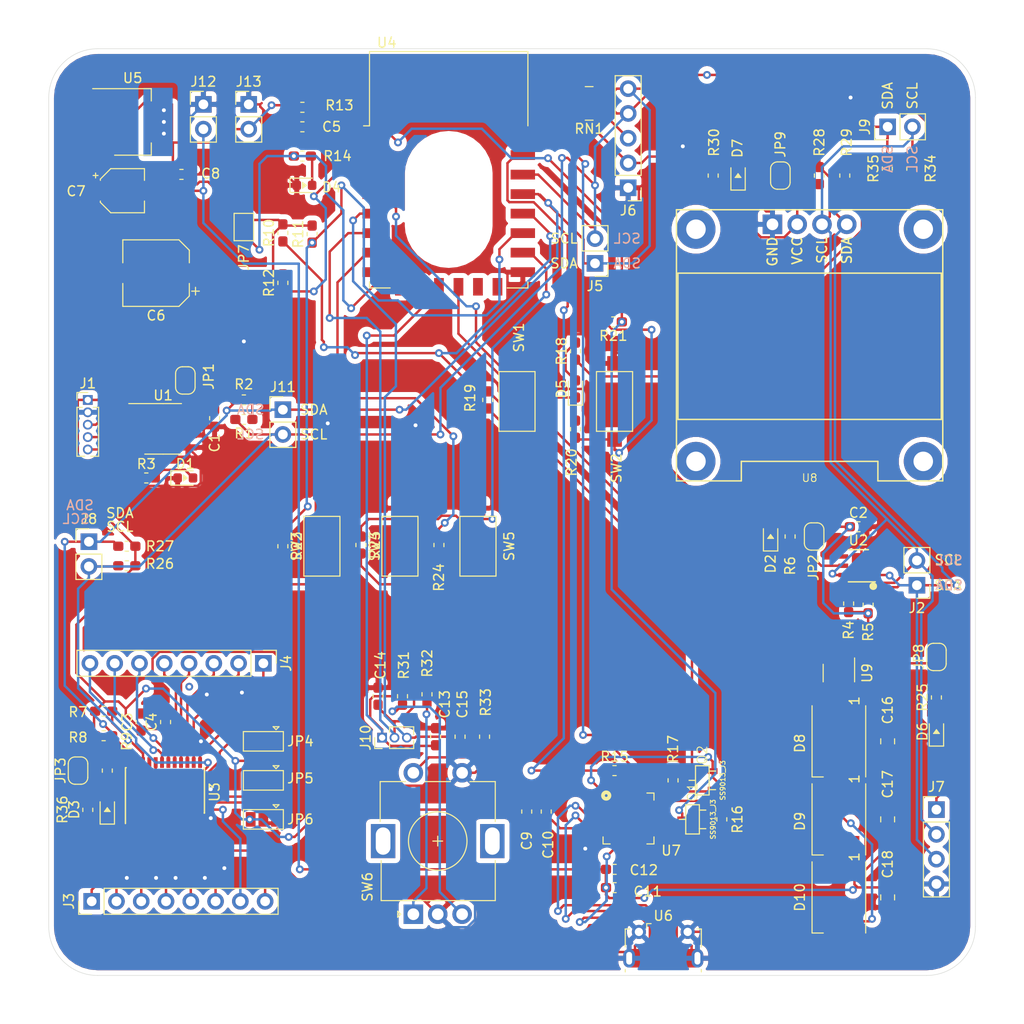
<source format=kicad_pcb>
(kicad_pcb (version 20171130) (host pcbnew 5.1.2-f72e74a~84~ubuntu18.04.1)
  (layers (0 F.Cu signal) (31 B.Cu signal) (34 B.Paste user) (35 F.Paste user) (36 B.SilkS user) (37 F.SilkS user) (38 B.Mask user) (39 F.Mask user) (44 Edge.Cuts user))
  (net 0 "")
  (net 1 GND)
  (net 2 "Net-(C1-Pad1)")
  (net 3 +3V3)
  (net 4 /esp12_core/nRST)
  (net 5 +5V)
  (net 6 /user_button/A)
  (net 7 /user_button/B)
  (net 8 /esp12_core/GPIO14)
  (net 9 "Net-(D1-Pad2)")
  (net 10 "Net-(D2-Pad2)")
  (net 11 "Net-(D3-Pad2)")
  (net 12 "Net-(D4-Pad2)")
  (net 13 "Net-(D5-Pad2)")
  (net 14 /esp12_core/GPIO16)
  (net 15 "Net-(D6-Pad2)")
  (net 16 "Net-(D7-Pad2)")
  (net 17 "Net-(D8-Pad2)")
  (net 18 "Net-(D8-Pad4)")
  (net 19 "Net-(D10-Pad4)")
  (net 20 "Net-(J1-Pad5)")
  (net 21 "Net-(J1-Pad4)")
  (net 22 "Net-(J1-Pad3)")
  (net 23 /digital_input/PO7)
  (net 24 /digital_input/PO6)
  (net 25 /digital_input/PO5)
  (net 26 /digital_input/PO4)
  (net 27 /digital_input/PO3)
  (net 28 /digital_input/PO2)
  (net 29 /digital_input/PO1)
  (net 30 /digital_input/PO0)
  (net 31 /digital_input/P17)
  (net 32 /digital_input/P16)
  (net 33 /digital_input/P15)
  (net 34 /digital_input/P14)
  (net 35 /digital_input/P13)
  (net 36 /digital_input/P12)
  (net 37 /digital_input/P11)
  (net 38 /digital_input/P10)
  (net 39 /SDA)
  (net 40 /SCL)
  (net 41 /esp12_core/INT)
  (net 42 "Net-(JP2-Pad2)")
  (net 43 "Net-(JP3-Pad2)")
  (net 44 /digital_input/A0)
  (net 45 /digital_input/A1)
  (net 46 /digital_input/A2)
  (net 47 "Net-(JP7-Pad2)")
  (net 48 "Net-(J7-Pad1)")
  (net 49 "Net-(JP9-Pad2)")
  (net 50 "Net-(Q1-Pad1)")
  (net 51 /esp12_core/usb_to_uart/RTS)
  (net 52 "Net-(Q2-Pad1)")
  (net 53 /esp12_core/GPIO0)
  (net 54 /esp12_core/usb_to_uart/DTR)
  (net 55 /esp12_core/GPIO2)
  (net 56 /esp12_core/EN)
  (net 57 "Net-(R15-Pad2)")
  (net 58 /esp12_core/RXD0)
  (net 59 "Net-(R19-Pad2)")
  (net 60 "Net-(R20-Pad2)")
  (net 61 "Net-(R22-Pad2)")
  (net 62 "Net-(R23-Pad2)")
  (net 63 /esp12_core/GPIO15)
  (net 64 "Net-(R24-Pad2)")
  (net 65 /esp12_core/GPIO13)
  (net 66 "Net-(R31-Pad1)")
  (net 67 "Net-(R32-Pad1)")
  (net 68 "Net-(R33-Pad1)")
  (net 69 /digital_input/INT)
  (net 70 /WS2812/WS2812_IN)
  (net 71 /esp12_core/usb_to_uart/D_P)
  (net 72 /esp12_core/usb_to_uart/D_N)
  (net 73 /esp12_core/TXD0)
  (module footprint-lib:LED_WS2812B_5050_white (layer F.Cu) (at 131 137 270)
    (fp_text reference D10 (at 0 4 90) (layer F.SilkS))
    (fp_text value WS2812B)
    (fp_text user 1 (at -4.15 -1.6 90) (layer F.SilkS))
    (pad 1 smd rect (at -2.45 -1.6 270) (size 1.5 1) (layers F.Cu F.Paste F.Mask) (net 5 +5V))
    (pad 2 smd rect (at -2.45 1.6 270) (size 1.5 1) (layers F.Cu F.Paste F.Mask))
    (pad 4 smd rect (at 2.45 -1.6 270) (size 1.5 1) (layers F.Cu F.Paste F.Mask) (net 19 "Net-(D10-Pad4)"))
    (pad 3 smd rect (at 2.45 1.6 270) (size 1.5 1) (layers F.Cu F.Paste F.Mask) (net 1 GND))
  )
  (module footprint-lib:LED_WS2812B_5050_white (layer F.Cu) (at 131 129 270)
    (fp_text reference D9 (at 0.2 4 90) (layer F.SilkS))
    (fp_text value WS2812B)
    (fp_text user 1 (at -4.15 -1.6 90) (layer F.SilkS))
    (pad 1 smd rect (at -2.45 -1.6 270) (size 1.5 1) (layers F.Cu F.Paste F.Mask) (net 5 +5V))
    (pad 2 smd rect (at -2.45 1.6 270) (size 1.5 1) (layers F.Cu F.Paste F.Mask) (net 19 "Net-(D10-Pad4)"))
    (pad 4 smd rect (at 2.45 -1.6 270) (size 1.5 1) (layers F.Cu F.Paste F.Mask) (net 17 "Net-(D8-Pad2)"))
    (pad 3 smd rect (at 2.45 1.6 270) (size 1.5 1) (layers F.Cu F.Paste F.Mask) (net 1 GND))
  )
  (module footprint-lib:LED_WS2812B_5050_white (layer F.Cu) (at 131 121 270)
    (fp_text reference D8 (at 0.2 4 90) (layer F.SilkS))
    (fp_text value WS2812B)
    (fp_text user 1 (at -4.15 -1.6 90) (layer F.SilkS))
    (pad 1 smd rect (at -2.45 -1.6 270) (size 1.5 1) (layers F.Cu F.Paste F.Mask) (net 5 +5V))
    (pad 2 smd rect (at -2.45 1.6 270) (size 1.5 1) (layers F.Cu F.Paste F.Mask) (net 17 "Net-(D8-Pad2)"))
    (pad 4 smd rect (at 2.45 -1.6 270) (size 1.5 1) (layers F.Cu F.Paste F.Mask) (net 18 "Net-(D8-Pad4)"))
    (pad 3 smd rect (at 2.45 1.6 270) (size 1.5 1) (layers F.Cu F.Paste F.Mask) (net 1 GND))
  )
  (module footprint-lib:RotaryEncoder_Alps_EC11E_Vertical_H20mm (layer F.Cu) (at 87.375 138.725 90)
    (fp_text reference SW6 (at 2.8 -4.7 90) (layer F.SilkS))
    (fp_text value EC11_VERTICAL)
    (pad A thru_hole rect (at 0 0 90) (size 2 2) (drill 1.2) (layers *.Cu *.Mask) (net 67 "Net-(R32-Pad1)"))
    (pad C thru_hole circle (at 0 2.5 90) (size 2 2) (drill 1.2) (layers *.Cu *.Mask) (net 1 GND))
    (pad B thru_hole circle (at 0 5 90) (size 2 2) (drill 1.2) (layers *.Cu *.Mask) (net 66 "Net-(R31-Pad1)"))
    (pad MP thru_hole rect (at 7.5 -3.1 90) (size 3.5 2.5) (drill oval 2.8 1.5) (layers *.Cu *.Mask))
    (pad MP thru_hole rect (at 7.5 8.1 90) (size 3.5 2.5) (drill oval 2.8 1.5) (layers *.Cu *.Mask))
    (pad D thru_hole circle (at 14.5 0 90) (size 2 2) (drill 1.2) (layers *.Cu *.Mask) (net 68 "Net-(R33-Pad1)"))
    (pad E thru_hole circle (at 14.5 5 90) (size 2 2) (drill 1.2) (layers *.Cu *.Mask) (net 1 GND))
  )
  (module Resistor_SMD:R_0603_1608Metric_Pad1.05x0.95mm_HandSolder (layer F.Cu) (at 94.675 120.525 90)
    (fp_text reference R33 (at 3.524999 0.124999 90) (layer F.SilkS))
    (fp_text value R273,0603)
    (pad 2 smd roundrect (at 0.875 0 90) (size 1.05 0.95) (layers F.Cu F.Paste F.Mask) (net 8 /esp12_core/GPIO14))
    (pad 1 smd roundrect (at -0.875 0 90) (size 1.05 0.95) (layers F.Cu F.Paste F.Mask) (net 68 "Net-(R33-Pad1)"))
  )
  (module Resistor_SMD:R_0603_1608Metric_Pad1.05x0.95mm_HandSolder (layer F.Cu) (at 88.775 116.175 90)
    (fp_text reference R32 (at 3.174999 0.024999 90) (layer F.SilkS))
    (fp_text value R273,0603)
    (pad 2 smd roundrect (at 0.875 0 90) (size 1.05 0.95) (layers F.Cu F.Paste F.Mask) (net 7 /user_button/B))
    (pad 1 smd roundrect (at -0.875 0 90) (size 1.05 0.95) (layers F.Cu F.Paste F.Mask) (net 67 "Net-(R32-Pad1)"))
  )
  (module Resistor_SMD:R_0603_1608Metric_Pad1.05x0.95mm_HandSolder (layer F.Cu) (at 86.265 116.375 90)
    (fp_text reference R31 (at 3.174999 0.134999 90) (layer F.SilkS))
    (fp_text value R273,0603)
    (pad 2 smd roundrect (at 0.875 0 90) (size 1.05 0.95) (layers F.Cu F.Paste F.Mask) (net 6 /user_button/A))
    (pad 1 smd roundrect (at -0.875 0 90) (size 1.05 0.95) (layers F.Cu F.Paste F.Mask) (net 66 "Net-(R31-Pad1)"))
  )
  (module Connector_PinHeader_1.27mm:PinHeader_1x03_P1.27mm_Vertical (layer F.Cu) (at 84.175 120.625 90)
    (fp_text reference J10 (at 0 -1.695 90) (layer F.SilkS))
    (fp_text value ROT_ENC_HEADER)
    (pad 3 thru_hole oval (at 0 2.54 90) (size 1 1) (drill 0.65) (layers *.Cu *.Mask) (net 8 /esp12_core/GPIO14))
    (pad 2 thru_hole oval (at 0 1.27 90) (size 1 1) (drill 0.65) (layers *.Cu *.Mask) (net 7 /user_button/B))
    (pad 1 thru_hole rect (at 0 0 90) (size 1 1) (drill 0.65) (layers *.Cu *.Mask) (net 6 /user_button/A))
  )
  (module Capacitor_SMD:C_0603_1608Metric_Pad1.05x0.95mm_HandSolder (layer F.Cu) (at 92.165 120.525 90)
    (fp_text reference C15 (at 3.324999 0.234999 90) (layer F.SilkS))
    (fp_text value C104,0603)
    (pad 2 smd roundrect (at 0.875 0 90) (size 1.05 0.95) (layers F.Cu F.Paste F.Mask) (net 1 GND))
    (pad 1 smd roundrect (at -0.875 0 90) (size 1.05 0.95) (layers F.Cu F.Paste F.Mask) (net 8 /esp12_core/GPIO14))
  )
  (module Capacitor_SMD:C_0603_1608Metric_Pad1.05x0.95mm_HandSolder (layer F.Cu) (at 83.755 116.375 90)
    (fp_text reference C14 (at 3.174999 0.244999 90) (layer F.SilkS))
    (fp_text value C104,0603)
    (pad 2 smd roundrect (at 0.875 0 90) (size 1.05 0.95) (layers F.Cu F.Paste F.Mask) (net 1 GND))
    (pad 1 smd roundrect (at -0.875 0 90) (size 1.05 0.95) (layers F.Cu F.Paste F.Mask) (net 7 /user_button/B))
  )
  (module Capacitor_SMD:C_0603_1608Metric_Pad1.05x0.95mm_HandSolder (layer F.Cu) (at 89.655 120.525 90)
    (fp_text reference C13 (at 3.324999 0.944999 90) (layer F.SilkS))
    (fp_text value C104,0603)
    (pad 2 smd roundrect (at 0.875 0 90) (size 1.05 0.95) (layers F.Cu F.Paste F.Mask) (net 1 GND))
    (pad 1 smd roundrect (at -0.875 0 90) (size 1.05 0.95) (layers F.Cu F.Paste F.Mask) (net 6 /user_button/A))
  )
  (module footprint-lib:AMS1117_SOT-223 (layer F.Cu) (at 58.6 57.5)
    (fp_text reference U5 (at 0 -4.5) (layer F.SilkS))
    (fp_text value AMS1117-3.3)
    (pad 2 thru_hole circle (at 3.2 1.2) (size 1 1) (drill 0.4) (layers *.Cu) (net 3 +3V3))
    (pad 2 thru_hole circle (at 3.2 -1.2) (size 1 1) (drill 0.4) (layers *.Cu) (net 3 +3V3))
    (pad 2 smd rect (at 2.6 0) (size 3 7) (layers B.Cu) (net 3 +3V3))
    (pad 2 thru_hole circle (at 3.2 0) (size 1 1) (drill 0.4) (layers *.Cu) (net 3 +3V3))
    (pad 1 smd rect (at -3.15 -2.3) (size 2 1.5) (layers F.Cu F.Paste F.Mask) (net 1 GND))
    (pad 3 smd rect (at -3.15 2.3) (size 2 1.5) (layers F.Cu F.Paste F.Mask) (net 5 +5V))
    (pad 2 smd rect (at -3.15 0) (size 2 1.5) (layers F.Cu F.Paste F.Mask) (net 3 +3V3))
    (pad 2 smd rect (at 3.15 0) (size 2 3.8) (layers F.Cu F.Paste F.Mask) (net 3 +3V3))
  )
  (module Connector_PinHeader_2.54mm:PinHeader_1x02_P2.54mm_Vertical (layer F.Cu) (at 70.5 55.7)
    (fp_text reference J13 (at 0 -2.33) (layer F.SilkS))
    (fp_text value 5V_header)
    (pad 2 thru_hole oval (at 0 2.54) (size 1.7 1.7) (drill 1) (layers *.Cu *.Mask) (net 3 +3V3))
    (pad 1 thru_hole rect (at 0 0) (size 1.7 1.7) (drill 1) (layers *.Cu *.Mask) (net 1 GND))
  )
  (module Connector_PinHeader_2.54mm:PinHeader_1x02_P2.54mm_Vertical (layer F.Cu) (at 65.85 55.7)
    (fp_text reference J12 (at 0 -2.33) (layer F.SilkS))
    (fp_text value 5V_header)
    (pad 2 thru_hole oval (at 0 2.54) (size 1.7 1.7) (drill 1) (layers *.Cu *.Mask) (net 5 +5V))
    (pad 1 thru_hole rect (at 0 0) (size 1.7 1.7) (drill 1) (layers *.Cu *.Mask) (net 1 GND))
  )
  (module Capacitor_SMD:C_0603_1608Metric_Pad1.05x0.95mm_HandSolder (layer F.Cu) (at 63.6 62.88)
    (fp_text reference C8 (at 3 -0.08) (layer F.SilkS))
    (fp_text value C106,0603)
    (pad 2 smd roundrect (at 0.875 0) (size 1.05 0.95) (layers F.Cu F.Paste F.Mask) (net 1 GND))
    (pad 1 smd roundrect (at -0.875 0) (size 1.05 0.95) (layers F.Cu F.Paste F.Mask) (net 3 +3V3))
  )
  (module Capacitor_SMD:CP_Elec_4x5.3 (layer F.Cu) (at 57.55 64.55)
    (fp_text reference C7 (at -4.75 0.05) (layer F.SilkS))
    (fp_text value CP10uf,16V)
    (pad 2 smd roundrect (at 1.8 0) (size 2.6 1.6) (layers F.Cu F.Paste F.Mask) (roundrect_rratio 0.15625) (net 1 GND))
    (pad 1 smd roundrect (at -1.8 0) (size 2.6 1.6) (layers F.Cu F.Paste F.Mask) (roundrect_rratio 0.15625) (net 5 +5V))
  )
  (module footprint-lib:OLED_096_12864_SSD1306 (layer F.Cu) (at 128 68)
    (fp_text reference U8 (at 0 26) (layer F.SilkS) (effects (font (size 0.8 0.8) (thickness 0.1))))
    (fp_text value SSD1306-OLED-I2C)
    (fp_text user SCL (at 1.27 2.651143 90) (layer F.SilkS))
    (fp_text user SDA (at 3.81 2.674952 90) (layer F.SilkS))
    (fp_text user GND (at -3.81 2.794 90) (layer F.SilkS))
    (fp_text user VCC (at -1.27 2.698762 90) (layer F.SilkS))
    (fp_text user SDA (at 3.81 2.674952 90) (layer F.SilkS))
    (fp_text user SCL (at 1.27 2.651143 90) (layer F.SilkS))
    (fp_text user VCC (at -1.27 2.698762 90) (layer F.SilkS))
    (fp_text user GND (at -3.81 2.794 90) (layer F.SilkS))
    (pad 1~ thru_hole circle (at 11.65 0.5) (size 4 4) (drill 2) (layers *.Cu *.Mask))
    (pad 1~ thru_hole circle (at -11.65 0.5) (size 4 4) (drill 2) (layers *.Cu *.Mask))
    (pad 1~ thru_hole circle (at 11.65 24.3) (size 4 4) (drill 2) (layers *.Cu *.Mask))
    (pad 1~ thru_hole circle (at -11.65 24.3) (size 4 4) (drill 2) (layers *.Cu *.Mask))
    (pad SDA thru_hole circle (at 3.81 0) (size 2 2) (drill 1.2) (layers *.Cu *.Mask) (net 39 /SDA))
    (pad SCL thru_hole circle (at 1.27 0) (size 2 2) (drill 1.2) (layers *.Cu *.Mask) (net 40 /SCL))
    (pad VCC thru_hole circle (at -1.27 0) (size 2 2) (drill 1.2) (layers *.Cu *.Mask) (net 49 "Net-(JP9-Pad2)"))
    (pad GND thru_hole rect (at -3.81 0) (size 2 2) (drill 1.2) (layers *.Cu *.Mask) (net 1 GND))
  )
  (module footprint-lib:ESP-12E (layer F.Cu) (at 91 62.4)
    (fp_text reference U4 (at -6.35 -13.0175) (layer F.SilkS))
    (fp_text value ESP12)
    (pad "" np_thru_hole oval (at 0 3.048 90) (size 12 7) (drill oval 12 7) (layers *.Cu *.Mask) (clearance 1))
    (pad 1 smd rect (at -7.6 -3.5) (size 2.5 1) (layers F.Cu F.Paste F.Mask) (net 4 /esp12_core/nRST))
    (pad 2 smd rect (at -7.6 -1.5) (size 2.5 1) (layers F.Cu F.Paste F.Mask))
    (pad 3 smd rect (at -7.6 0.5) (size 2.5 1) (layers F.Cu F.Paste F.Mask) (net 56 /esp12_core/EN))
    (pad 4 smd rect (at -7.6 2.5) (size 2.5 1) (layers F.Cu F.Paste F.Mask) (net 14 /esp12_core/GPIO16))
    (pad 5 smd rect (at -7.6 4.5) (size 2.5 1) (layers F.Cu F.Paste F.Mask) (net 8 /esp12_core/GPIO14))
    (pad 6 smd rect (at -7.6 6.5) (size 2.5 1) (layers F.Cu F.Paste F.Mask) (net 7 /user_button/B))
    (pad 7 smd rect (at -7.6 8.5) (size 2.5 1) (layers F.Cu F.Paste F.Mask) (net 65 /esp12_core/GPIO13))
    (pad 8 smd rect (at -7.6 10.5) (size 2.5 1) (layers F.Cu F.Paste F.Mask) (net 47 "Net-(JP7-Pad2)"))
    (pad 9 smd rect (at -5 12) (size 1 1.8) (layers F.Cu F.Paste F.Mask))
    (pad 10 smd rect (at -3 12) (size 1 1.8) (layers F.Cu F.Paste F.Mask))
    (pad 11 smd rect (at -1 12) (size 1 1.8) (layers F.Cu F.Paste F.Mask) (net 6 /user_button/A))
    (pad 12 smd rect (at 1 12) (size 1 1.8) (layers F.Cu F.Paste F.Mask) (net 70 /WS2812/WS2812_IN))
    (pad 13 smd rect (at 3 12) (size 1 1.8) (layers F.Cu F.Paste F.Mask))
    (pad 14 smd rect (at 5 12) (size 1 1.8) (layers F.Cu F.Paste F.Mask))
    (pad 15 smd rect (at 7.6 10.5) (size 2.5 1) (layers F.Cu F.Paste F.Mask) (net 1 GND))
    (pad 16 smd rect (at 7.6 8.5) (size 2.5 1) (layers F.Cu F.Paste F.Mask) (net 63 /esp12_core/GPIO15))
    (pad 17 smd rect (at 7.6 6.5) (size 2.5 1) (layers F.Cu F.Paste F.Mask) (net 55 /esp12_core/GPIO2))
    (pad 18 smd rect (at 7.6 4.5) (size 2.5 1) (layers F.Cu F.Paste F.Mask) (net 53 /esp12_core/GPIO0))
    (pad 19 smd rect (at 7.6 2.5) (size 2.5 1) (layers F.Cu F.Paste F.Mask) (net 39 /SDA))
    (pad 20 smd rect (at 7.6 0.5) (size 2.5 1) (layers F.Cu F.Paste F.Mask) (net 40 /SCL))
    (pad 21 smd rect (at 7.6 -1.5) (size 2.5 1) (layers F.Cu F.Paste F.Mask) (net 58 /esp12_core/RXD0))
    (pad 22 smd rect (at 7.6 -3.5) (size 2.5 1) (layers F.Cu F.Paste F.Mask) (net 73 /esp12_core/TXD0))
  )
  (module footprint-lib:CP2102_qfn28 (layer F.Cu) (at 109.434 128.91)
    (fp_text reference U7 (at 4.366499 3.29) (layer F.SilkS))
    (fp_text value CP2102)
    (pad 29 smd roundrect (at 0 0) (size 3 3) (layers F.Cu F.Mask) (roundrect_rratio 0.075) (net 1 GND))
    (pad 1 smd roundrect (at -2.45 -1.5) (size 0.8 0.25) (layers F.Cu F.Paste F.Mask))
    (pad 2 smd roundrect (at -2.45 -1) (size 0.8 0.25) (layers F.Cu F.Paste F.Mask))
    (pad 3 smd roundrect (at -2.45 -0.5) (size 0.8 0.25) (layers F.Cu F.Paste F.Mask) (net 1 GND))
    (pad 4 smd roundrect (at -2.45 0) (size 0.8 0.25) (layers F.Cu F.Paste F.Mask) (net 71 /esp12_core/usb_to_uart/D_P))
    (pad 5 smd roundrect (at -2.45 0.5) (size 0.8 0.25) (layers F.Cu F.Paste F.Mask) (net 72 /esp12_core/usb_to_uart/D_N))
    (pad 6 smd roundrect (at -2.45 1) (size 0.8 0.25) (layers F.Cu F.Paste F.Mask) (net 3 +3V3))
    (pad 7 smd roundrect (at -2.45 1.5) (size 0.8 0.25) (layers F.Cu F.Paste F.Mask) (net 3 +3V3))
    (pad 8 smd roundrect (at -1.5 2.45) (size 0.25 0.8) (layers F.Cu F.Paste F.Mask) (net 5 +5V))
    (pad 9 smd roundrect (at -1 2.45) (size 0.25 0.8) (layers F.Cu F.Paste F.Mask))
    (pad 10 smd roundrect (at -0.5 2.45) (size 0.25 0.8) (layers F.Cu F.Paste F.Mask))
    (pad 11 smd roundrect (at 0 2.45) (size 0.25 0.8) (layers F.Cu F.Paste F.Mask))
    (pad 12 smd roundrect (at 0.5 2.45) (size 0.25 0.8) (layers F.Cu F.Paste F.Mask))
    (pad 13 smd roundrect (at 1 2.45) (size 0.25 0.8) (layers F.Cu F.Paste F.Mask))
    (pad 14 smd roundrect (at 1.5 2.45) (size 0.25 0.8) (layers F.Cu F.Paste F.Mask))
    (pad 15 smd roundrect (at 2.45 1.5) (size 0.8 0.25) (layers F.Cu F.Paste F.Mask))
    (pad 16 smd roundrect (at 2.45 1) (size 0.8 0.25) (layers F.Cu F.Paste F.Mask))
    (pad 17 smd roundrect (at 2.45 0.5) (size 0.8 0.25) (layers F.Cu F.Paste F.Mask))
    (pad 18 smd roundrect (at 2.45 0) (size 0.8 0.25) (layers F.Cu F.Paste F.Mask))
    (pad 19 smd roundrect (at 2.45 -0.5) (size 0.8 0.25) (layers F.Cu F.Paste F.Mask))
    (pad 20 smd roundrect (at 2.45 -1) (size 0.8 0.25) (layers F.Cu F.Paste F.Mask))
    (pad 21 smd roundrect (at 2.45 -1.5) (size 0.8 0.25) (layers F.Cu F.Paste F.Mask))
    (pad 22 smd roundrect (at 1.5 -2.45) (size 0.25 0.8) (layers F.Cu F.Paste F.Mask))
    (pad 23 smd roundrect (at 1 -2.45) (size 0.25 0.8) (layers F.Cu F.Paste F.Mask))
    (pad 24 smd roundrect (at 0.5 -2.45) (size 0.25 0.8) (layers F.Cu F.Paste F.Mask) (net 51 /esp12_core/usb_to_uart/RTS))
    (pad 25 smd roundrect (at 0 -2.45) (size 0.25 0.8) (layers F.Cu F.Paste F.Mask) (net 73 /esp12_core/TXD0))
    (pad 26 smd roundrect (at -0.5 -2.45) (size 0.25 0.8) (layers F.Cu F.Paste F.Mask) (net 57 "Net-(R15-Pad2)"))
    (pad 27 smd roundrect (at -1 -2.45) (size 0.25 0.8) (layers F.Cu F.Paste F.Mask))
    (pad 28 smd roundrect (at -1.5 -2.45) (size 0.25 0.8) (layers F.Cu F.Paste F.Mask) (net 54 /esp12_core/usb_to_uart/DTR))
  )
  (module footprint-lib:I2C_DEBUG,2.54 (layer F.Cu) (at 74 87)
    (fp_text reference J11 (at 0 -2.33) (layer F.SilkS))
    (fp_text value I2C_HEADER,2.54)
    (fp_text user SDA (at -3.302 0) (layer B.SilkS) (effects (justify mirror)))
    (fp_text user SCL (at -3.302 2.54) (layer B.SilkS) (effects (justify mirror)))
    (fp_text user SCL (at 3.175 2.54) (layer F.SilkS))
    (fp_text user SDA (at 3.175 0) (layer F.SilkS))
    (pad SCL thru_hole oval (at 0 2.54) (size 1.7 1.7) (drill 1) (layers *.Cu *.Mask) (net 40 /SCL))
    (pad SDA thru_hole rect (at 0 0) (size 1.7 1.7) (drill 1) (layers *.Cu *.Mask) (net 39 /SDA))
  )
  (module footprint-lib:I2C_DEBUG,2.54 (layer F.Cu) (at 136 58 90)
    (fp_text reference J9 (at 0 -2.33 90) (layer F.SilkS))
    (fp_text value I2C_HEADER,2.54)
    (fp_text user SDA (at -3.302 0 90) (layer B.SilkS) (effects (justify mirror)))
    (fp_text user SCL (at -3.302 2.54 90) (layer B.SilkS) (effects (justify mirror)))
    (fp_text user SCL (at 3.175 2.54 90) (layer F.SilkS))
    (fp_text user SDA (at 3.175 0 90) (layer F.SilkS))
    (pad SCL thru_hole oval (at 0 2.54 90) (size 1.7 1.7) (drill 1) (layers *.Cu *.Mask) (net 40 /SCL))
    (pad SDA thru_hole rect (at 0 0 90) (size 1.7 1.7) (drill 1) (layers *.Cu *.Mask) (net 39 /SDA))
  )
  (module footprint-lib:I2C_DEBUG,2.54 (layer F.Cu) (at 54.115 100.535)
    (fp_text reference J8 (at 0 -2.33) (layer F.SilkS))
    (fp_text value I2C_HEADER,2.54)
    (fp_text user SDA (at -0.915001 -3.735001) (layer B.SilkS) (effects (justify mirror)))
    (fp_text user SCL (at -1.315001 -2.335001) (layer B.SilkS) (effects (justify mirror)))
    (fp_text user SCL (at 3.175 -1.535001) (layer F.SilkS))
    (fp_text user SDA (at 3.175 -2.935001) (layer F.SilkS))
    (pad SCL thru_hole oval (at 0 2.54) (size 1.7 1.7) (drill 1) (layers *.Cu *.Mask) (net 40 /SCL))
    (pad SDA thru_hole rect (at 0 0) (size 1.7 1.7) (drill 1) (layers *.Cu *.Mask) (net 39 /SDA))
  )
  (module footprint-lib:I2C_DEBUG,2.54 (layer F.Cu) (at 106 72 180)
    (fp_text reference J5 (at 0 -2.33) (layer F.SilkS))
    (fp_text value I2C_HEADER,2.54)
    (fp_text user SDA (at -3.302 0) (layer B.SilkS) (effects (justify mirror)))
    (fp_text user SCL (at -3.302 2.54) (layer B.SilkS) (effects (justify mirror)))
    (fp_text user SCL (at 3.175 2.54) (layer F.SilkS))
    (fp_text user SDA (at 3.175 0) (layer F.SilkS))
    (pad SCL thru_hole oval (at 0 2.54 180) (size 1.7 1.7) (drill 1) (layers *.Cu *.Mask) (net 40 /SCL))
    (pad SDA thru_hole rect (at 0 0 180) (size 1.7 1.7) (drill 1) (layers *.Cu *.Mask) (net 39 /SDA))
  )
  (module footprint-lib:I2C_DEBUG,2.54 (layer F.Cu) (at 139 105 180)
    (fp_text reference J2 (at 0 -2.33) (layer F.SilkS))
    (fp_text value I2C_HEADER,2.54)
    (fp_text user SDA (at -3.302 0) (layer B.SilkS) (effects (justify mirror)))
    (fp_text user SCL (at -3.302 2.54) (layer B.SilkS) (effects (justify mirror)))
    (fp_text user SCL (at -3.2 2.6) (layer F.SilkS))
    (fp_text user SDA (at -3.2 0) (layer F.SilkS))
    (pad SCL thru_hole oval (at 0 2.54 180) (size 1.7 1.7) (drill 1) (layers *.Cu *.Mask) (net 40 /SCL))
    (pad SDA thru_hole rect (at 0 0 180) (size 1.7 1.7) (drill 1) (layers *.Cu *.Mask) (net 39 /SDA))
  )
  (module Connector_PinHeader_2.54mm:PinHeader_1x04_P2.54mm_Vertical (layer F.Cu) (at 141 128)
    (fp_text reference J7 (at 0 -2.33) (layer F.SilkS))
    (fp_text value GSM_TX_HEADER)
    (pad 4 thru_hole oval (at 0 7.62) (size 1.7 1.7) (drill 1) (layers *.Cu *.Mask) (net 1 GND))
    (pad 3 thru_hole oval (at 0 5.08) (size 1.7 1.7) (drill 1) (layers *.Cu *.Mask) (net 39 /SDA))
    (pad 2 thru_hole oval (at 0 2.54) (size 1.7 1.7) (drill 1) (layers *.Cu *.Mask) (net 40 /SCL))
    (pad 1 thru_hole rect (at 0 0) (size 1.7 1.7) (drill 1) (layers *.Cu *.Mask) (net 48 "Net-(J7-Pad1)"))
  )
  (module Package_TO_SOT_SMD:SOT-23-5_HandSoldering (layer F.Cu) (at 131 114 270)
    (fp_text reference U9 (at 0 -2.9 90) (layer F.SilkS))
    (fp_text value 74AHCT1G125)
    (pad 5 smd rect (at 1.35 -0.95 270) (size 1.56 0.65) (layers F.Cu F.Paste F.Mask) (net 5 +5V))
    (pad 4 smd rect (at 1.35 0.95 270) (size 1.56 0.65) (layers F.Cu F.Paste F.Mask) (net 18 "Net-(D8-Pad4)"))
    (pad 3 smd rect (at -1.35 0.95 270) (size 1.56 0.65) (layers F.Cu F.Paste F.Mask) (net 1 GND))
    (pad 2 smd rect (at -1.35 0 270) (size 1.56 0.65) (layers F.Cu F.Paste F.Mask) (net 70 /WS2812/WS2812_IN))
    (pad 1 smd rect (at -1.35 -0.95 270) (size 1.56 0.65) (layers F.Cu F.Paste F.Mask) (net 1 GND))
  )
  (module footprint-lib:USB_Micro-B_Molex-105017-0001 (layer F.Cu) (at 113 142)
    (fp_text reference U6 (at 0 -3.1125) (layer F.SilkS))
    (fp_text value USB_Micro)
    (pad 6 smd rect (at -2.9 1.2375) (size 1.2 1.9) (layers F.Cu F.Mask) (net 1 GND))
    (pad 7 smd rect (at 2.9 1.2375) (size 1.2 1.9) (layers F.Cu F.Mask) (net 1 GND))
    (pad 7 thru_hole oval (at 3.5 1.2375) (size 1.2 1.9) (drill oval 0.6 1.3) (layers *.Cu *.Mask) (net 1 GND))
    (pad 6 thru_hole oval (at -3.5 1.2375 180) (size 1.2 1.9) (drill oval 0.6 1.3) (layers *.Cu *.Mask) (net 1 GND))
    (pad 6 smd rect (at -1 1.2375) (size 1.5 1.9) (layers F.Cu F.Paste F.Mask) (net 1 GND))
    (pad 9 thru_hole circle (at 2.5 -1.4625) (size 1.45 1.45) (drill 0.85) (layers *.Cu *.Mask) (net 1 GND))
    (pad 3 smd rect (at 0 -1.4625) (size 0.4 1.35) (layers F.Cu F.Paste F.Mask) (net 71 /esp12_core/usb_to_uart/D_P))
    (pad 4 smd rect (at 0.65 -1.4625) (size 0.4 1.35) (layers F.Cu F.Paste F.Mask))
    (pad 5 smd rect (at 1.3 -1.4625) (size 0.4 1.35) (layers F.Cu F.Paste F.Mask) (net 1 GND))
    (pad 1 smd rect (at -1.3 -1.4625) (size 0.4 1.35) (layers F.Cu F.Paste F.Mask) (net 5 +5V))
    (pad 2 smd rect (at -0.65 -1.4625) (size 0.4 1.35) (layers F.Cu F.Paste F.Mask) (net 72 /esp12_core/usb_to_uart/D_N))
    (pad 8 thru_hole circle (at -2.5 -1.4625) (size 1.45 1.45) (drill 0.85) (layers *.Cu *.Mask) (net 1 GND))
    (pad 7 smd rect (at 1 1.2375) (size 1.5 1.9) (layers F.Cu F.Paste F.Mask) (net 1 GND))
  )
  (module footprint-lib:PCF8575C (layer F.Cu) (at 61.935 126.025 90)
    (fp_text reference U3 (at -0.175001 5.064999 90) (layer F.SilkS))
    (fp_text value PCF8575C)
    (pad 1 smd rect (at -2.85 -3.575 90) (size 1.1 0.4) (layers F.Cu F.Paste F.Mask) (net 69 /digital_input/INT))
    (pad 2 smd rect (at -2.85 -2.925 90) (size 1.1 0.4) (layers F.Cu F.Paste F.Mask) (net 45 /digital_input/A1))
    (pad 3 smd rect (at -2.85 -2.275 90) (size 1.1 0.4) (layers F.Cu F.Paste F.Mask) (net 46 /digital_input/A2))
    (pad 4 smd rect (at -2.85 -1.625 90) (size 1.1 0.4) (layers F.Cu F.Paste F.Mask) (net 30 /digital_input/PO0))
    (pad 5 smd rect (at -2.85 -0.975 90) (size 1.1 0.4) (layers F.Cu F.Paste F.Mask) (net 29 /digital_input/PO1))
    (pad 6 smd rect (at -2.85 -0.325 90) (size 1.1 0.4) (layers F.Cu F.Paste F.Mask) (net 28 /digital_input/PO2))
    (pad 7 smd rect (at -2.85 0.325 90) (size 1.1 0.4) (layers F.Cu F.Paste F.Mask) (net 27 /digital_input/PO3))
    (pad 8 smd rect (at -2.85 0.975 90) (size 1.1 0.4) (layers F.Cu F.Paste F.Mask) (net 26 /digital_input/PO4))
    (pad 9 smd rect (at -2.85 1.625 90) (size 1.1 0.4) (layers F.Cu F.Paste F.Mask) (net 25 /digital_input/PO5))
    (pad 10 smd rect (at -2.85 2.275 90) (size 1.1 0.4) (layers F.Cu F.Paste F.Mask) (net 24 /digital_input/PO6))
    (pad 11 smd rect (at -2.85 2.925 90) (size 1.1 0.4) (layers F.Cu F.Paste F.Mask) (net 23 /digital_input/PO7))
    (pad 12 smd rect (at -2.85 3.575 90) (size 1.1 0.4) (layers F.Cu F.Paste F.Mask) (net 1 GND))
    (pad 13 smd rect (at 2.85 3.575 90) (size 1.1 0.4) (layers F.Cu F.Paste F.Mask) (net 38 /digital_input/P10))
    (pad 14 smd rect (at 2.85 2.925 90) (size 1.1 0.4) (layers F.Cu F.Paste F.Mask) (net 37 /digital_input/P11))
    (pad 15 smd rect (at 2.85 2.275 90) (size 1.1 0.4) (layers F.Cu F.Paste F.Mask) (net 36 /digital_input/P12))
    (pad 16 smd rect (at 2.85 1.625 90) (size 1.1 0.4) (layers F.Cu F.Paste F.Mask) (net 35 /digital_input/P13))
    (pad 17 smd rect (at 2.85 0.975 90) (size 1.1 0.4) (layers F.Cu F.Paste F.Mask) (net 34 /digital_input/P14))
    (pad 18 smd rect (at 2.85 0.325 90) (size 1.1 0.4) (layers F.Cu F.Paste F.Mask) (net 33 /digital_input/P15))
    (pad 19 smd rect (at 2.85 -0.325 90) (size 1.1 0.4) (layers F.Cu F.Paste F.Mask) (net 32 /digital_input/P16))
    (pad 20 smd rect (at 2.85 -0.975 90) (size 1.1 0.4) (layers F.Cu F.Paste F.Mask) (net 31 /digital_input/P17))
    (pad 21 smd rect (at 2.85 -1.625 90) (size 1.1 0.4) (layers F.Cu F.Paste F.Mask) (net 44 /digital_input/A0))
    (pad 22 smd rect (at 2.85 -2.275 90) (size 1.1 0.4) (layers F.Cu F.Paste F.Mask) (net 40 /SCL))
    (pad 23 smd rect (at 2.85 -2.925 90) (size 1.1 0.4) (layers F.Cu F.Paste F.Mask) (net 39 /SDA))
    (pad 24 smd rect (at 2.85 -3.575 90) (size 1.1 0.4) (layers F.Cu F.Paste F.Mask) (net 43 "Net-(JP3-Pad2)"))
  )
  (module footprint-lib:SHT20 (layer F.Cu) (at 133 103 180)
    (fp_text reference U2 (at 0 2.6035) (layer F.SilkS))
    (fp_text value SHT20)
    (pad 1 smd rect (at -1.55 -0.95 180) (size 1 0.45) (layers F.Cu F.Paste F.Mask) (net 39 /SDA))
    (pad 2 smd rect (at -1.55 0 180) (size 1 0.45) (layers F.Cu F.Paste F.Mask) (net 1 GND))
    (pad 3 smd rect (at -1.55 0.95 180) (size 1 0.45) (layers F.Cu F.Paste F.Mask))
    (pad 4 smd rect (at 1.55 0.95 180) (size 1 0.45) (layers F.Cu F.Paste F.Mask))
    (pad 5 smd rect (at 1.55 0 180) (size 1 0.45) (layers F.Cu F.Paste F.Mask) (net 42 "Net-(JP2-Pad2)"))
    (pad 6 smd rect (at 1.55 -0.95 180) (size 1 0.45) (layers F.Cu F.Paste F.Mask) (net 40 /SCL))
    (pad PAD smd rect (at 0.3175 0.65 180) (size 0.7 1.3) (layers F.Cu F.Paste F.Mask) (net 1 GND))
    (pad PAD smd rect (at 0.3175 -0.65 180) (size 0.7 1.3) (layers F.Cu F.Paste F.Mask) (net 1 GND))
    (pad PAD smd rect (at -0.3175 0.65 180) (size 0.7 1.3) (layers F.Cu F.Paste F.Mask) (net 1 GND))
    (pad PAD smd rect (at -0.3175 -0.65 180) (size 0.7 1.3) (layers F.Cu F.Paste F.Mask) (net 1 GND))
  )
  (module Package_SO:SOP-8_3.76x4.96mm_P1.27mm (layer F.Cu) (at 61.725 88.965)
    (fp_text reference U1 (at 0 -3.43) (layer F.SilkS))
    (fp_text value LM75)
    (pad 8 smd roundrect (at 2.5375 -1.905) (size 1.975 0.65) (layers F.Cu F.Paste F.Mask) (net 2 "Net-(C1-Pad1)"))
    (pad 7 smd roundrect (at 2.5375 -0.635) (size 1.975 0.65) (layers F.Cu F.Paste F.Mask) (net 1 GND))
    (pad 6 smd roundrect (at 2.5375 0.635) (size 1.975 0.65) (layers F.Cu F.Paste F.Mask) (net 1 GND))
    (pad 5 smd roundrect (at 2.5375 1.905) (size 1.975 0.65) (layers F.Cu F.Paste F.Mask) (net 1 GND))
    (pad 4 smd roundrect (at -2.5375 1.905) (size 1.975 0.65) (layers F.Cu F.Paste F.Mask) (net 1 GND))
    (pad 3 smd roundrect (at -2.5375 0.635) (size 1.975 0.65) (layers F.Cu F.Paste F.Mask) (net 20 "Net-(J1-Pad5)"))
    (pad 2 smd roundrect (at -2.5375 -0.635) (size 1.975 0.65) (layers F.Cu F.Paste F.Mask) (net 21 "Net-(J1-Pad4)"))
    (pad 1 smd roundrect (at -2.5375 -1.905) (size 1.975 0.65) (layers F.Cu F.Paste F.Mask) (net 22 "Net-(J1-Pad3)"))
  )
  (module footprint-lib:SW_SPST_CK_RS282G05A3 (layer F.Cu) (at 94 101 90)
    (fp_text reference SW5 (at 0 3.2 90) (layer F.SilkS))
    (fp_text value USER_BUTTON1)
    (pad 2 smd rect (at 3.9 0 90) (size 1.5 1.5) (layers F.Cu F.Paste F.Mask) (net 1 GND))
    (pad 1 smd rect (at -3.9 0 90) (size 1.5 1.5) (layers F.Cu F.Paste F.Mask) (net 64 "Net-(R24-Pad2)"))
  )
  (module footprint-lib:SW_SPST_CK_RS282G05A3 (layer F.Cu) (at 86 101 90)
    (fp_text reference SW4 (at 0 -2.6 90) (layer F.SilkS))
    (fp_text value USER_BUTTON2)
    (pad 2 smd rect (at 3.9 0 90) (size 1.5 1.5) (layers F.Cu F.Paste F.Mask) (net 1 GND))
    (pad 1 smd rect (at -3.9 0 90) (size 1.5 1.5) (layers F.Cu F.Paste F.Mask) (net 62 "Net-(R23-Pad2)"))
  )
  (module footprint-lib:SW_SPST_CK_RS282G05A3 (layer F.Cu) (at 78 101 90)
    (fp_text reference SW3 (at 0 -2.6 90) (layer F.SilkS))
    (fp_text value USER_BUTTON1)
    (pad 2 smd rect (at 3.9 0 90) (size 1.5 1.5) (layers F.Cu F.Paste F.Mask) (net 1 GND))
    (pad 1 smd rect (at -3.9 0 90) (size 1.5 1.5) (layers F.Cu F.Paste F.Mask) (net 61 "Net-(R22-Pad2)"))
  )
  (module footprint-lib:SW_SPST_CK_RS282G05A3 (layer F.Cu) (at 108 86.155 90)
    (fp_text reference SW2 (at -6.845001 0.2 90) (layer F.SilkS))
    (fp_text value SW_RESET,2_leg,SMD)
    (pad 2 smd rect (at 3.9 0 90) (size 1.5 1.5) (layers F.Cu F.Paste F.Mask) (net 1 GND))
    (pad 1 smd rect (at -3.9 0 90) (size 1.5 1.5) (layers F.Cu F.Paste F.Mask) (net 60 "Net-(R20-Pad2)"))
  )
  (module footprint-lib:SW_SPST_CK_RS282G05A3 (layer F.Cu) (at 98 86.155 90)
    (fp_text reference SW1 (at 6.554999 0.2 90) (layer F.SilkS))
    (fp_text value FLASH_BUTTON)
    (pad 2 smd rect (at 3.9 0 90) (size 1.5 1.5) (layers F.Cu F.Paste F.Mask) (net 1 GND))
    (pad 1 smd rect (at -3.9 0 90) (size 1.5 1.5) (layers F.Cu F.Paste F.Mask) (net 59 "Net-(R19-Pad2)"))
  )
  (module Resistor_SMD:R_Array_Concave_4x0603 (layer F.Cu) (at 105.4 55.6 180)
    (fp_text reference RN1 (at 0 -2.6) (layer F.SilkS))
    (fp_text value RN_472,0603)
    (pad 5 smd rect (at 0.85 1.2 180) (size 0.9 0.4) (layers F.Cu F.Paste F.Mask))
    (pad 6 smd rect (at 0.85 0.4 180) (size 0.9 0.4) (layers F.Cu F.Paste F.Mask) (net 3 +3V3))
    (pad 7 smd rect (at 0.85 -0.4 180) (size 0.9 0.4) (layers F.Cu F.Paste F.Mask) (net 3 +3V3))
    (pad 8 smd rect (at 0.85 -1.2 180) (size 0.9 0.4) (layers F.Cu F.Paste F.Mask) (net 3 +3V3))
    (pad 4 smd rect (at -0.85 1.2 180) (size 0.9 0.4) (layers F.Cu F.Paste F.Mask))
    (pad 1 smd rect (at -0.85 -1.2 180) (size 0.9 0.4) (layers F.Cu F.Paste F.Mask) (net 41 /esp12_core/INT))
    (pad 3 smd rect (at -0.85 0.4 180) (size 0.9 0.4) (layers F.Cu F.Paste F.Mask) (net 39 /SDA))
    (pad 2 smd rect (at -0.85 -0.4 180) (size 0.9 0.4) (layers F.Cu F.Paste F.Mask) (net 40 /SCL))
  )
  (module Resistor_SMD:R_0603_1608Metric_Pad1.05x0.95mm_HandSolder (layer F.Cu) (at 54 128.025 270)
    (fp_text reference R36 (at -0.024999 2.6 90) (layer F.SilkS))
    (fp_text value R104,0603)
    (pad 2 smd roundrect (at 0.875 0 270) (size 1.05 0.95) (layers F.Cu F.Paste F.Mask) (net 69 /digital_input/INT))
    (pad 1 smd roundrect (at -0.875 0 270) (size 1.05 0.95) (layers F.Cu F.Paste F.Mask) (net 3 +3V3))
  )
  (module Resistor_SMD:R_0603_1608Metric_Pad1.05x0.95mm_HandSolder (layer F.Cu) (at 135.965 62.285 90)
    (fp_text reference R35 (at 0 -1.43 90) (layer F.SilkS))
    (fp_text value R473,0603)
    (pad 2 smd roundrect (at 0.875 0 90) (size 1.05 0.95) (layers F.Cu F.Paste F.Mask) (net 39 /SDA))
    (pad 1 smd roundrect (at -0.875 0 90) (size 1.05 0.95) (layers F.Cu F.Paste F.Mask) (net 3 +3V3))
  )
  (module Resistor_SMD:R_0603_1608Metric_Pad1.05x0.95mm_HandSolder (layer F.Cu) (at 138.475 62.285 90)
    (fp_text reference R34 (at 0 1.924999 90) (layer F.SilkS))
    (fp_text value R473,0603)
    (pad 2 smd roundrect (at 0.875 0 90) (size 1.05 0.95) (layers F.Cu F.Paste F.Mask) (net 40 /SCL))
    (pad 1 smd roundrect (at -0.875 0 90) (size 1.05 0.95) (layers F.Cu F.Paste F.Mask) (net 3 +3V3))
  )
  (module Resistor_SMD:R_0603_1608Metric_Pad1.05x0.95mm_HandSolder (layer F.Cu) (at 118.115 63 90)
    (fp_text reference R30 (at 3.4 0.084999 90) (layer F.SilkS))
    (fp_text value R511,0603)
    (pad 2 smd roundrect (at 0.875 0 90) (size 1.05 0.95) (layers F.Cu F.Paste F.Mask) (net 16 "Net-(D7-Pad2)"))
    (pad 1 smd roundrect (at -0.875 0 90) (size 1.05 0.95) (layers F.Cu F.Paste F.Mask) (net 49 "Net-(JP9-Pad2)"))
  )
  (module Resistor_SMD:R_0603_1608Metric_Pad1.05x0.95mm_HandSolder (layer F.Cu) (at 131.605 63 90)
    (fp_text reference R29 (at 3.4 0.194999 90) (layer F.SilkS))
    (fp_text value R473,0603)
    (pad 2 smd roundrect (at 0.875 0 90) (size 1.05 0.95) (layers F.Cu F.Paste F.Mask) (net 39 /SDA))
    (pad 1 smd roundrect (at -0.875 0 90) (size 1.05 0.95) (layers F.Cu F.Paste F.Mask) (net 3 +3V3))
  )
  (module Resistor_SMD:R_0603_1608Metric_Pad1.05x0.95mm_HandSolder (layer F.Cu) (at 129 63 90)
    (fp_text reference R28 (at 3.4 0 90) (layer F.SilkS))
    (fp_text value R473,0603)
    (pad 2 smd roundrect (at 0.875 0 90) (size 1.05 0.95) (layers F.Cu F.Paste F.Mask) (net 40 /SCL))
    (pad 1 smd roundrect (at -0.875 0 90) (size 1.05 0.95) (layers F.Cu F.Paste F.Mask) (net 3 +3V3))
  )
  (module Resistor_SMD:R_0603_1608Metric_Pad1.05x0.95mm_HandSolder (layer F.Cu) (at 58 101 180)
    (fp_text reference R27 (at -3.4 0) (layer F.SilkS))
    (fp_text value R473,0603)
    (pad 2 smd roundrect (at 0.875 0 180) (size 1.05 0.95) (layers F.Cu F.Paste F.Mask) (net 39 /SDA))
    (pad 1 smd roundrect (at -0.875 0 180) (size 1.05 0.95) (layers F.Cu F.Paste F.Mask) (net 3 +3V3))
  )
  (module Resistor_SMD:R_0603_1608Metric_Pad1.05x0.95mm_HandSolder (layer F.Cu) (at 58 103 180)
    (fp_text reference R26 (at -3.4 0.2) (layer F.SilkS))
    (fp_text value R473,0603)
    (pad 2 smd roundrect (at 0.875 0 180) (size 1.05 0.95) (layers F.Cu F.Paste F.Mask) (net 40 /SCL))
    (pad 1 smd roundrect (at -0.875 0 180) (size 1.05 0.95) (layers F.Cu F.Paste F.Mask) (net 3 +3V3))
  )
  (module Resistor_SMD:R_0603_1608Metric_Pad1.05x0.95mm_HandSolder (layer F.Cu) (at 141 116.505 90)
    (fp_text reference R25 (at 0 -1.43 90) (layer F.SilkS))
    (fp_text value R511,0603)
    (pad 2 smd roundrect (at 0.875 0 90) (size 1.05 0.95) (layers F.Cu F.Paste F.Mask) (net 15 "Net-(D6-Pad2)"))
    (pad 1 smd roundrect (at -0.875 0 90) (size 1.05 0.95) (layers F.Cu F.Paste F.Mask) (net 48 "Net-(J7-Pad1)"))
  )
  (module Resistor_SMD:R_0603_1608Metric_Pad1.05x0.95mm_HandSolder (layer F.Cu) (at 90 100.875 270)
    (fp_text reference R24 (at 3.325 0 90) (layer F.SilkS))
    (fp_text value R471,0603)
    (pad 2 smd roundrect (at 0.875 0 270) (size 1.05 0.95) (layers F.Cu F.Paste F.Mask) (net 64 "Net-(R24-Pad2)"))
    (pad 1 smd roundrect (at -0.875 0 270) (size 1.05 0.95) (layers F.Cu F.Paste F.Mask) (net 65 /esp12_core/GPIO13))
  )
  (module Resistor_SMD:R_0603_1608Metric_Pad1.05x0.95mm_HandSolder (layer F.Cu) (at 82 100.875 270)
    (fp_text reference R23 (at 0 -1.43 90) (layer F.SilkS))
    (fp_text value R471,0603)
    (pad 2 smd roundrect (at 0.875 0 270) (size 1.05 0.95) (layers F.Cu F.Paste F.Mask) (net 62 "Net-(R23-Pad2)"))
    (pad 1 smd roundrect (at -0.875 0 270) (size 1.05 0.95) (layers F.Cu F.Paste F.Mask) (net 63 /esp12_core/GPIO15))
  )
  (module Resistor_SMD:R_0603_1608Metric_Pad1.05x0.95mm_HandSolder (layer F.Cu) (at 74 101 270)
    (fp_text reference R22 (at 0 -1.43 90) (layer F.SilkS))
    (fp_text value R471,0603)
    (pad 2 smd roundrect (at 0.875 0 270) (size 1.05 0.95) (layers F.Cu F.Paste F.Mask) (net 61 "Net-(R22-Pad2)"))
    (pad 1 smd roundrect (at -0.875 0 270) (size 1.05 0.95) (layers F.Cu F.Paste F.Mask) (net 55 /esp12_core/GPIO2))
  )
  (module Resistor_SMD:R_0603_1608Metric_Pad1.05x0.95mm_HandSolder (layer F.Cu) (at 107.875 78 180)
    (fp_text reference R21 (at 0 -1.43) (layer F.SilkS))
    (fp_text value R471,0603)
    (pad 2 smd roundrect (at 0.875 0 180) (size 1.05 0.95) (layers F.Cu F.Paste F.Mask) (net 60 "Net-(R20-Pad2)"))
    (pad 1 smd roundrect (at -0.875 0 180) (size 1.05 0.95) (layers F.Cu F.Paste F.Mask) (net 4 /esp12_core/nRST))
  )
  (module Resistor_SMD:R_0603_1608Metric_Pad1.05x0.95mm_HandSolder (layer F.Cu) (at 104 89 270)
    (fp_text reference R20 (at 3.4 0.4 90) (layer F.SilkS))
    (fp_text value R0,0603)
    (pad 2 smd roundrect (at 0.875 0 270) (size 1.05 0.95) (layers F.Cu F.Paste F.Mask) (net 60 "Net-(R20-Pad2)"))
    (pad 1 smd roundrect (at -0.875 0 270) (size 1.05 0.95) (layers F.Cu F.Paste F.Mask) (net 14 /esp12_core/GPIO16))
  )
  (module Resistor_SMD:R_0603_1608Metric_Pad1.05x0.95mm_HandSolder (layer F.Cu) (at 95 86 270)
    (fp_text reference R19 (at -0.2 1.799999 90) (layer F.SilkS))
    (fp_text value R471,0603)
    (pad 2 smd roundrect (at 0.875 0 270) (size 1.05 0.95) (layers F.Cu F.Paste F.Mask) (net 59 "Net-(R19-Pad2)"))
    (pad 1 smd roundrect (at -0.875 0 270) (size 1.05 0.95) (layers F.Cu F.Paste F.Mask) (net 53 /esp12_core/GPIO0))
  )
  (module Resistor_SMD:R_0603_1608Metric_Pad1.05x0.95mm_HandSolder (layer F.Cu) (at 104 81 90)
    (fp_text reference R18 (at 0 -1.43 90) (layer F.SilkS))
    (fp_text value R471,0603)
    (pad 2 smd roundrect (at 0.875 0 90) (size 1.05 0.95) (layers F.Cu F.Paste F.Mask) (net 13 "Net-(D5-Pad2)"))
    (pad 1 smd roundrect (at -0.875 0 90) (size 1.05 0.95) (layers F.Cu F.Paste F.Mask) (net 3 +3V3))
  )
  (module Resistor_SMD:R_0603_1608Metric_Pad1.05x0.95mm_HandSolder (layer F.Cu) (at 114 125 270)
    (fp_text reference R17 (at -3.2 0 90) (layer F.SilkS))
    (fp_text value R123,0603)
    (pad 2 smd roundrect (at 0.875 0 270) (size 1.05 0.95) (layers F.Cu F.Paste F.Mask) (net 52 "Net-(Q2-Pad1)"))
    (pad 1 smd roundrect (at -0.875 0 270) (size 1.05 0.95) (layers F.Cu F.Paste F.Mask) (net 51 /esp12_core/usb_to_uart/RTS))
  )
  (module Resistor_SMD:R_0603_1608Metric_Pad1.05x0.95mm_HandSolder (layer F.Cu) (at 119 129 90)
    (fp_text reference R16 (at 0 1.6 90) (layer F.SilkS))
    (fp_text value R123,0603)
    (pad 2 smd roundrect (at 0.875 0 90) (size 1.05 0.95) (layers F.Cu F.Paste F.Mask) (net 50 "Net-(Q1-Pad1)"))
    (pad 1 smd roundrect (at -0.875 0 90) (size 1.05 0.95) (layers F.Cu F.Paste F.Mask) (net 54 /esp12_core/usb_to_uart/DTR))
  )
  (module Resistor_SMD:R_0603_1608Metric_Pad1.05x0.95mm_HandSolder (layer F.Cu) (at 108 124)
    (fp_text reference R15 (at 0 -1.43) (layer F.SilkS))
    (fp_text value R471,0603)
    (pad 2 smd roundrect (at 0.875 0) (size 1.05 0.95) (layers F.Cu F.Paste F.Mask) (net 57 "Net-(R15-Pad2)"))
    (pad 1 smd roundrect (at -0.875 0) (size 1.05 0.95) (layers F.Cu F.Paste F.Mask) (net 58 /esp12_core/RXD0))
  )
  (module Resistor_SMD:R_0603_1608Metric_Pad1.05x0.95mm_HandSolder (layer F.Cu) (at 76 61)
    (fp_text reference R14 (at 3.6 0) (layer F.SilkS))
    (fp_text value R511,0603)
    (pad 2 smd roundrect (at 0.875 0) (size 1.05 0.95) (layers F.Cu F.Paste F.Mask) (net 12 "Net-(D4-Pad2)"))
    (pad 1 smd roundrect (at -0.875 0) (size 1.05 0.95) (layers F.Cu F.Paste F.Mask) (net 47 "Net-(JP7-Pad2)"))
  )
  (module Resistor_SMD:R_0603_1608Metric_Pad1.05x0.95mm_HandSolder (layer F.Cu) (at 76 56 180)
    (fp_text reference R13 (at -3.8 0.2) (layer F.SilkS))
    (fp_text value R123,0603)
    (pad 2 smd roundrect (at 0.875 0 180) (size 1.05 0.95) (layers F.Cu F.Paste F.Mask) (net 3 +3V3))
    (pad 1 smd roundrect (at -0.875 0 180) (size 1.05 0.95) (layers F.Cu F.Paste F.Mask) (net 4 /esp12_core/nRST))
  )
  (module Resistor_SMD:R_0603_1608Metric_Pad1.05x0.95mm_HandSolder (layer F.Cu) (at 74 74 90)
    (fp_text reference R12 (at 0 -1.43 90) (layer F.SilkS))
    (fp_text value R123,0603)
    (pad 2 smd roundrect (at 0.875 0 90) (size 1.05 0.95) (layers F.Cu F.Paste F.Mask) (net 3 +3V3))
    (pad 1 smd roundrect (at -0.875 0 90) (size 1.05 0.95) (layers F.Cu F.Paste F.Mask) (net 56 /esp12_core/EN))
  )
  (module Resistor_SMD:R_0603_1608Metric_Pad1.05x0.95mm_HandSolder (layer F.Cu) (at 77 69 90)
    (fp_text reference R11 (at 0 -1.43 90) (layer F.SilkS))
    (fp_text value R123,0603)
    (pad 2 smd roundrect (at 0.875 0 90) (size 1.05 0.95) (layers F.Cu F.Paste F.Mask) (net 3 +3V3))
    (pad 1 smd roundrect (at -0.875 0 90) (size 1.05 0.95) (layers F.Cu F.Paste F.Mask) (net 55 /esp12_core/GPIO2))
  )
  (module Resistor_SMD:R_0603_1608Metric_Pad1.05x0.95mm_HandSolder (layer F.Cu) (at 74 68.875 90)
    (fp_text reference R10 (at 0 -1.43 90) (layer F.SilkS))
    (fp_text value R123,0603)
    (pad 2 smd roundrect (at 0.875 0 90) (size 1.05 0.95) (layers F.Cu F.Paste F.Mask) (net 3 +3V3))
    (pad 1 smd roundrect (at -0.875 0 90) (size 1.05 0.95) (layers F.Cu F.Paste F.Mask) (net 53 /esp12_core/GPIO0))
  )
  (module Resistor_SMD:R_0603_1608Metric_Pad1.05x0.95mm_HandSolder (layer F.Cu) (at 56 124 270)
    (fp_text reference R9 (at -3 -2 90) (layer F.SilkS))
    (fp_text value R511,0603)
    (pad 2 smd roundrect (at 0.875 0 270) (size 1.05 0.95) (layers F.Cu F.Paste F.Mask) (net 11 "Net-(D3-Pad2)"))
    (pad 1 smd roundrect (at -0.875 0 270) (size 1.05 0.95) (layers F.Cu F.Paste F.Mask) (net 43 "Net-(JP3-Pad2)"))
  )
  (module Resistor_SMD:R_0603_1608Metric_Pad1.05x0.95mm_HandSolder (layer F.Cu) (at 55.625 120.425)
    (fp_text reference R8 (at -2.625001 0.174999) (layer F.SilkS))
    (fp_text value R473,0603)
    (pad 2 smd roundrect (at 0.875 0) (size 1.05 0.95) (layers F.Cu F.Paste F.Mask) (net 39 /SDA))
    (pad 1 smd roundrect (at -0.875 0) (size 1.05 0.95) (layers F.Cu F.Paste F.Mask) (net 3 +3V3))
  )
  (module Resistor_SMD:R_0603_1608Metric_Pad1.05x0.95mm_HandSolder (layer F.Cu) (at 55.625 117.915)
    (fp_text reference R7 (at -2.625001 0.084999) (layer F.SilkS))
    (fp_text value R473,0603)
    (pad 2 smd roundrect (at 0.875 0) (size 1.05 0.95) (layers F.Cu F.Paste F.Mask) (net 40 /SCL))
    (pad 1 smd roundrect (at -0.875 0) (size 1.05 0.95) (layers F.Cu F.Paste F.Mask) (net 3 +3V3))
  )
  (module Resistor_SMD:R_0603_1608Metric_Pad1.05x0.95mm_HandSolder (layer F.Cu) (at 126 100 90)
    (fp_text reference R6 (at -3 0 90) (layer F.SilkS))
    (fp_text value R511,0603)
    (pad 2 smd roundrect (at 0.875 0 90) (size 1.05 0.95) (layers F.Cu F.Paste F.Mask) (net 10 "Net-(D2-Pad2)"))
    (pad 1 smd roundrect (at -0.875 0 90) (size 1.05 0.95) (layers F.Cu F.Paste F.Mask) (net 42 "Net-(JP2-Pad2)"))
  )
  (module Resistor_SMD:R_0603_1608Metric_Pad1.05x0.95mm_HandSolder (layer F.Cu) (at 134 107 90)
    (fp_text reference R5 (at -2.800001 0 90) (layer F.SilkS))
    (fp_text value R473,0603)
    (pad 2 smd roundrect (at 0.875 0 90) (size 1.05 0.95) (layers F.Cu F.Paste F.Mask) (net 39 /SDA))
    (pad 1 smd roundrect (at -0.875 0 90) (size 1.05 0.95) (layers F.Cu F.Paste F.Mask) (net 3 +3V3))
  )
  (module Resistor_SMD:R_0603_1608Metric_Pad1.05x0.95mm_HandSolder (layer F.Cu) (at 132 106.875 90)
    (fp_text reference R4 (at -2.725001 0 90) (layer F.SilkS))
    (fp_text value R473,0603)
    (pad 2 smd roundrect (at 0.875 0 90) (size 1.05 0.95) (layers F.Cu F.Paste F.Mask) (net 40 /SCL))
    (pad 1 smd roundrect (at -0.875 0 90) (size 1.05 0.95) (layers F.Cu F.Paste F.Mask) (net 3 +3V3))
  )
  (module Resistor_SMD:R_0603_1608Metric_Pad1.05x0.95mm_HandSolder (layer F.Cu) (at 60 94)
    (fp_text reference R3 (at 0 -1.43) (layer F.SilkS))
    (fp_text value R511,0603)
    (pad 2 smd roundrect (at 0.875 0) (size 1.05 0.95) (layers F.Cu F.Paste F.Mask) (net 9 "Net-(D1-Pad2)"))
    (pad 1 smd roundrect (at -0.875 0) (size 1.05 0.95) (layers F.Cu F.Paste F.Mask) (net 2 "Net-(C1-Pad1)"))
  )
  (module Resistor_SMD:R_0603_1608Metric_Pad1.05x0.95mm_HandSolder (layer F.Cu) (at 70 86 180)
    (fp_text reference R2 (at 0 1.6) (layer F.SilkS))
    (fp_text value R473,0603)
    (pad 2 smd roundrect (at 0.875 0 180) (size 1.05 0.95) (layers F.Cu F.Paste F.Mask) (net 39 /SDA))
    (pad 1 smd roundrect (at -0.875 0 180) (size 1.05 0.95) (layers F.Cu F.Paste F.Mask) (net 3 +3V3))
  )
  (module Resistor_SMD:R_0603_1608Metric_Pad1.05x0.95mm_HandSolder (layer F.Cu) (at 70 88 180)
    (fp_text reference R1 (at 0 -1.43) (layer F.SilkS))
    (fp_text value R473,0603)
    (pad 2 smd roundrect (at 0.875 0 180) (size 1.05 0.95) (layers F.Cu F.Paste F.Mask) (net 40 /SCL))
    (pad 1 smd roundrect (at -0.875 0 180) (size 1.05 0.95) (layers F.Cu F.Paste F.Mask) (net 3 +3V3))
  )
  (module footprint-lib:9013,J3,SOT23 (layer F.Cu) (at 117 125 90)
    (fp_text reference Q2 (at 2.6 0 90) (layer F.SilkS) (effects (font (thickness 0.1))))
    (fp_text value SS9013_J3 (at 0 2.1 90) (layer F.SilkS) (effects (font (size 0.5 0.5) (thickness 0.1))))
    (pad 1 smd rect (at -0.95 1.06 90) (size 0.6 1) (layers F.Cu F.Paste F.Mask) (net 52 "Net-(Q2-Pad1)"))
    (pad 3 smd rect (at 0 -1.06 90) (size 0.6 1) (layers F.Cu F.Paste F.Mask) (net 53 /esp12_core/GPIO0))
    (pad 2 smd rect (at 0.95 1.06 90) (size 0.6 1) (layers F.Cu F.Paste F.Mask) (net 54 /esp12_core/usb_to_uart/DTR))
  )
  (module footprint-lib:9013,J3,SOT23 (layer F.Cu) (at 116 129 90)
    (fp_text reference Q1 (at 2.8 0 90) (layer F.SilkS) (effects (font (thickness 0.1))))
    (fp_text value SS9013_J3 (at 0 2.1 90) (layer F.SilkS) (effects (font (size 0.5 0.5) (thickness 0.1))))
    (pad 1 smd rect (at -0.95 1.06 90) (size 0.6 1) (layers F.Cu F.Paste F.Mask) (net 50 "Net-(Q1-Pad1)"))
    (pad 3 smd rect (at 0 -1.06 90) (size 0.6 1) (layers F.Cu F.Paste F.Mask) (net 4 /esp12_core/nRST))
    (pad 2 smd rect (at 0.95 1.06 90) (size 0.6 1) (layers F.Cu F.Paste F.Mask) (net 51 /esp12_core/usb_to_uart/RTS))
  )
  (module Jumper:SolderJumper-2_P1.3mm_Open_RoundedPad1.0x1.5mm (layer F.Cu) (at 125 63 270)
    (fp_text reference JP9 (at -3.2 0 90) (layer F.SilkS))
    (fp_text value SolderJumper_2_Open_round)
    (pad 2 smd custom (at 0.65 0 270) (size 1 0.5) (layers F.Cu F.Mask) (net 49 "Net-(JP9-Pad2)") (options (clearance outline) (anchor rect)) (primitives (gr_circle (center 0 0.25) (end 0.5 0.25) (width 0)) (gr_circle (center 0 -0.25) (end 0.5 -0.25) (width 0)) (gr_poly (pts (xy 0 -0.75) (xy -0.5 -0.75) (xy -0.5 0.75) (xy 0 0.75)) (width 0))))
    (pad 1 smd custom (at -0.65 0 270) (size 1 0.5) (layers F.Cu F.Mask) (net 3 +3V3) (options (clearance outline) (anchor rect)) (primitives (gr_circle (center 0 0.25) (end 0.5 0.25) (width 0)) (gr_circle (center 0 -0.25) (end 0.5 -0.25) (width 0)) (gr_poly (pts (xy 0 -0.75) (xy 0.5 -0.75) (xy 0.5 0.75) (xy 0 0.75)) (width 0))))
  )
  (module Jumper:SolderJumper-2_P1.3mm_Open_RoundedPad1.0x1.5mm (layer F.Cu) (at 141 112.35 90)
    (fp_text reference JP8 (at 0 -1.8 90) (layer F.SilkS))
    (fp_text value PWR_EN)
    (pad 2 smd custom (at 0.65 0 90) (size 1 0.5) (layers F.Cu F.Mask) (net 48 "Net-(J7-Pad1)") (options (clearance outline) (anchor rect)) (primitives (gr_circle (center 0 0.25) (end 0.5 0.25) (width 0)) (gr_circle (center 0 -0.25) (end 0.5 -0.25) (width 0)) (gr_poly (pts (xy 0 -0.75) (xy -0.5 -0.75) (xy -0.5 0.75) (xy 0 0.75)) (width 0))))
    (pad 1 smd custom (at -0.65 0 90) (size 1 0.5) (layers F.Cu F.Mask) (net 3 +3V3) (options (clearance outline) (anchor rect)) (primitives (gr_circle (center 0 0.25) (end 0.5 0.25) (width 0)) (gr_circle (center 0 -0.25) (end 0.5 -0.25) (width 0)) (gr_poly (pts (xy 0 -0.75) (xy 0.5 -0.75) (xy 0.5 0.75) (xy 0 0.75)) (width 0))))
  )
  (module Jumper:SolderJumper-2_P1.3mm_Open_TrianglePad1.0x1.5mm (layer F.Cu) (at 70 68.275 270)
    (fp_text reference JP7 (at 3.124999 0 90) (layer F.SilkS))
    (fp_text value SolderJumper_2_Open_arrow)
    (pad 1 smd custom (at -0.725 0 270) (size 0.3 0.3) (layers F.Cu F.Mask) (net 3 +3V3) (options (clearance outline) (anchor rect)) (primitives (gr_poly (pts (xy -0.5 -0.75) (xy 0.5 -0.75) (xy 1 0) (xy 0.5 0.75) (xy -0.5 0.75)) (width 0))))
    (pad 2 smd custom (at 0.725 0 270) (size 0.3 0.3) (layers F.Cu F.Mask) (net 47 "Net-(JP7-Pad2)") (options (clearance outline) (anchor rect)) (primitives (gr_poly (pts (xy -0.65 -0.75) (xy 0.5 -0.75) (xy 0.5 0.75) (xy -0.65 0.75) (xy -0.15 0)) (width 0))))
  )
  (module Jumper:SolderJumper-3_P1.3mm_Bridged2Bar12_Pad1.0x1.5mm (layer F.Cu) (at 72 129 180)
    (fp_text reference JP6 (at -3.8 0) (layer F.SilkS))
    (fp_text value A2)
    (fp_poly (pts (xy -0.9 0.2) (xy -0.4 0.2) (xy -0.4 0.6) (xy -0.9 0.6)) (layer F.Cu) (width 0))
    (fp_poly (pts (xy -0.9 -0.6) (xy -0.4 -0.6) (xy -0.4 -0.2) (xy -0.9 -0.2)) (layer F.Cu) (width 0))
    (pad 2 smd rect (at 0 0 180) (size 1 1.5) (layers F.Cu F.Mask) (net 46 /digital_input/A2))
    (pad 3 smd rect (at 1.3 0 180) (size 1 1.5) (layers F.Cu F.Mask) (net 3 +3V3))
    (pad 1 smd rect (at -1.3 0 180) (size 1 1.5) (layers F.Cu F.Mask) (net 1 GND))
  )
  (module Jumper:SolderJumper-3_P1.3mm_Bridged2Bar12_Pad1.0x1.5mm (layer F.Cu) (at 72 125 180)
    (fp_text reference JP5 (at -3.8 0.2) (layer F.SilkS))
    (fp_text value A1)
    (fp_poly (pts (xy -0.9 0.2) (xy -0.4 0.2) (xy -0.4 0.6) (xy -0.9 0.6)) (layer F.Cu) (width 0))
    (fp_poly (pts (xy -0.9 -0.6) (xy -0.4 -0.6) (xy -0.4 -0.2) (xy -0.9 -0.2)) (layer F.Cu) (width 0))
    (pad 2 smd rect (at 0 0 180) (size 1 1.5) (layers F.Cu F.Mask) (net 45 /digital_input/A1))
    (pad 3 smd rect (at 1.3 0 180) (size 1 1.5) (layers F.Cu F.Mask) (net 3 +3V3))
    (pad 1 smd rect (at -1.3 0 180) (size 1 1.5) (layers F.Cu F.Mask) (net 1 GND))
  )
  (module Jumper:SolderJumper-3_P1.3mm_Bridged2Bar12_Pad1.0x1.5mm (layer F.Cu) (at 72 121 180)
    (fp_text reference JP4 (at -3.8 0) (layer F.SilkS))
    (fp_text value A0)
    (fp_poly (pts (xy -0.9 0.2) (xy -0.4 0.2) (xy -0.4 0.6) (xy -0.9 0.6)) (layer F.Cu) (width 0))
    (fp_poly (pts (xy -0.9 -0.6) (xy -0.4 -0.6) (xy -0.4 -0.2) (xy -0.9 -0.2)) (layer F.Cu) (width 0))
    (pad 2 smd rect (at 0 0 180) (size 1 1.5) (layers F.Cu F.Mask) (net 44 /digital_input/A0))
    (pad 3 smd rect (at 1.3 0 180) (size 1 1.5) (layers F.Cu F.Mask) (net 3 +3V3))
    (pad 1 smd rect (at -1.3 0 180) (size 1 1.5) (layers F.Cu F.Mask) (net 1 GND))
  )
  (module Jumper:SolderJumper-2_P1.3mm_Open_RoundedPad1.0x1.5mm (layer F.Cu) (at 53 124 90)
    (fp_text reference JP3 (at 0 -1.8 90) (layer F.SilkS))
    (fp_text value PCF8575C_EN)
    (pad 2 smd custom (at 0.65 0 90) (size 1 0.5) (layers F.Cu F.Mask) (net 43 "Net-(JP3-Pad2)") (options (clearance outline) (anchor rect)) (primitives (gr_circle (center 0 0.25) (end 0.5 0.25) (width 0)) (gr_circle (center 0 -0.25) (end 0.5 -0.25) (width 0)) (gr_poly (pts (xy 0 -0.75) (xy -0.5 -0.75) (xy -0.5 0.75) (xy 0 0.75)) (width 0))))
    (pad 1 smd custom (at -0.65 0 90) (size 1 0.5) (layers F.Cu F.Mask) (net 3 +3V3) (options (clearance outline) (anchor rect)) (primitives (gr_circle (center 0 0.25) (end 0.5 0.25) (width 0)) (gr_circle (center 0 -0.25) (end 0.5 -0.25) (width 0)) (gr_poly (pts (xy 0 -0.75) (xy 0.5 -0.75) (xy 0.5 0.75) (xy 0 0.75)) (width 0))))
  )
  (module Jumper:SolderJumper-2_P1.3mm_Open_RoundedPad1.0x1.5mm (layer F.Cu) (at 128.465 100 270)
    (fp_text reference JP2 (at 3.2 0.064999 90) (layer F.SilkS))
    (fp_text value SHT20_EN)
    (pad 2 smd custom (at 0.65 0 270) (size 1 0.5) (layers F.Cu F.Mask) (net 42 "Net-(JP2-Pad2)") (options (clearance outline) (anchor rect)) (primitives (gr_circle (center 0 0.25) (end 0.5 0.25) (width 0)) (gr_circle (center 0 -0.25) (end 0.5 -0.25) (width 0)) (gr_poly (pts (xy 0 -0.75) (xy -0.5 -0.75) (xy -0.5 0.75) (xy 0 0.75)) (width 0))))
    (pad 1 smd custom (at -0.65 0 270) (size 1 0.5) (layers F.Cu F.Mask) (net 3 +3V3) (options (clearance outline) (anchor rect)) (primitives (gr_circle (center 0 0.25) (end 0.5 0.25) (width 0)) (gr_circle (center 0 -0.25) (end 0.5 -0.25) (width 0)) (gr_poly (pts (xy 0 -0.75) (xy 0.5 -0.75) (xy 0.5 0.75) (xy 0 0.75)) (width 0))))
  )
  (module Jumper:SolderJumper-2_P1.3mm_Open_RoundedPad1.0x1.5mm (layer F.Cu) (at 64 84 270)
    (fp_text reference JP1 (at -0.4 -2.4 90) (layer F.SilkS))
    (fp_text value LM75_EN)
    (pad 2 smd custom (at 0.65 0 270) (size 1 0.5) (layers F.Cu F.Mask) (net 2 "Net-(C1-Pad1)") (options (clearance outline) (anchor rect)) (primitives (gr_circle (center 0 0.25) (end 0.5 0.25) (width 0)) (gr_circle (center 0 -0.25) (end 0.5 -0.25) (width 0)) (gr_poly (pts (xy 0 -0.75) (xy -0.5 -0.75) (xy -0.5 0.75) (xy 0 0.75)) (width 0))))
    (pad 1 smd custom (at -0.65 0 270) (size 1 0.5) (layers F.Cu F.Mask) (net 3 +3V3) (options (clearance outline) (anchor rect)) (primitives (gr_circle (center 0 0.25) (end 0.5 0.25) (width 0)) (gr_circle (center 0 -0.25) (end 0.5 -0.25) (width 0)) (gr_poly (pts (xy 0 -0.75) (xy 0.5 -0.75) (xy 0.5 0.75) (xy 0 0.75)) (width 0))))
  )
  (module Connector_PinHeader_2.54mm:PinHeader_1x05_P2.54mm_Vertical (layer F.Cu) (at 109.4 64.25 180)
    (fp_text reference J6 (at 0 -2.33) (layer F.SilkS))
    (fp_text value I2C_HEADER)
    (pad 5 thru_hole oval (at 0 10.16 180) (size 1.7 1.7) (drill 1) (layers *.Cu *.Mask) (net 39 /SDA))
    (pad 4 thru_hole oval (at 0 7.62 180) (size 1.7 1.7) (drill 1) (layers *.Cu *.Mask) (net 40 /SCL))
    (pad 3 thru_hole oval (at 0 5.08 180) (size 1.7 1.7) (drill 1) (layers *.Cu *.Mask) (net 41 /esp12_core/INT))
    (pad 2 thru_hole oval (at 0 2.54 180) (size 1.7 1.7) (drill 1) (layers *.Cu *.Mask) (net 3 +3V3))
    (pad 1 thru_hole rect (at 0 0 180) (size 1.7 1.7) (drill 1) (layers *.Cu *.Mask) (net 1 GND))
  )
  (module Connector_PinHeader_2.54mm:PinHeader_1x08_P2.54mm_Vertical (layer F.Cu) (at 72 113 270)
    (fp_text reference J4 (at 0 -2.33 90) (layer F.SilkS))
    (fp_text value P1_HEADER)
    (pad 8 thru_hole oval (at 0 17.78 270) (size 1.7 1.7) (drill 1) (layers *.Cu *.Mask) (net 31 /digital_input/P17))
    (pad 7 thru_hole oval (at 0 15.24 270) (size 1.7 1.7) (drill 1) (layers *.Cu *.Mask) (net 32 /digital_input/P16))
    (pad 6 thru_hole oval (at 0 12.7 270) (size 1.7 1.7) (drill 1) (layers *.Cu *.Mask) (net 33 /digital_input/P15))
    (pad 5 thru_hole oval (at 0 10.16 270) (size 1.7 1.7) (drill 1) (layers *.Cu *.Mask) (net 34 /digital_input/P14))
    (pad 4 thru_hole oval (at 0 7.62 270) (size 1.7 1.7) (drill 1) (layers *.Cu *.Mask) (net 35 /digital_input/P13))
    (pad 3 thru_hole oval (at 0 5.08 270) (size 1.7 1.7) (drill 1) (layers *.Cu *.Mask) (net 36 /digital_input/P12))
    (pad 2 thru_hole oval (at 0 2.54 270) (size 1.7 1.7) (drill 1) (layers *.Cu *.Mask) (net 37 /digital_input/P11))
    (pad 1 thru_hole rect (at 0 0 270) (size 1.7 1.7) (drill 1) (layers *.Cu *.Mask) (net 38 /digital_input/P10))
  )
  (module Connector_PinHeader_2.54mm:PinHeader_1x08_P2.54mm_Vertical (layer F.Cu) (at 54.4 137.4 90)
    (fp_text reference J3 (at 0 -2.33 90) (layer F.SilkS))
    (fp_text value P0_HEADER)
    (pad 8 thru_hole oval (at 0 17.78 90) (size 1.7 1.7) (drill 1) (layers *.Cu *.Mask) (net 23 /digital_input/PO7))
    (pad 7 thru_hole oval (at 0 15.24 90) (size 1.7 1.7) (drill 1) (layers *.Cu *.Mask) (net 24 /digital_input/PO6))
    (pad 6 thru_hole oval (at 0 12.7 90) (size 1.7 1.7) (drill 1) (layers *.Cu *.Mask) (net 25 /digital_input/PO5))
    (pad 5 thru_hole oval (at 0 10.16 90) (size 1.7 1.7) (drill 1) (layers *.Cu *.Mask) (net 26 /digital_input/PO4))
    (pad 4 thru_hole oval (at 0 7.62 90) (size 1.7 1.7) (drill 1) (layers *.Cu *.Mask) (net 27 /digital_input/PO3))
    (pad 3 thru_hole oval (at 0 5.08 90) (size 1.7 1.7) (drill 1) (layers *.Cu *.Mask) (net 28 /digital_input/PO2))
    (pad 2 thru_hole oval (at 0 2.54 90) (size 1.7 1.7) (drill 1) (layers *.Cu *.Mask) (net 29 /digital_input/PO1))
    (pad 1 thru_hole rect (at 0 0 90) (size 1.7 1.7) (drill 1) (layers *.Cu *.Mask) (net 30 /digital_input/PO0))
  )
  (module Connector_PinHeader_1.27mm:PinHeader_1x05_P1.27mm_Vertical (layer F.Cu) (at 54 86)
    (fp_text reference J1 (at 0 -1.695) (layer F.SilkS))
    (fp_text value LM75_HEADER)
    (pad 5 thru_hole oval (at 0 5.08) (size 1 1) (drill 0.65) (layers *.Cu *.Mask) (net 20 "Net-(J1-Pad5)"))
    (pad 4 thru_hole oval (at 0 3.81) (size 1 1) (drill 0.65) (layers *.Cu *.Mask) (net 21 "Net-(J1-Pad4)"))
    (pad 3 thru_hole oval (at 0 2.54) (size 1 1) (drill 0.65) (layers *.Cu *.Mask) (net 22 "Net-(J1-Pad3)"))
    (pad 2 thru_hole oval (at 0 1.27) (size 1 1) (drill 0.65) (layers *.Cu *.Mask) (net 1 GND))
    (pad 1 thru_hole rect (at 0 0) (size 1 1) (drill 0.65) (layers *.Cu *.Mask) (net 3 +3V3))
  )
  (module footprint-lib:LED_0603_1608Metric (layer F.Cu) (at 120.665 63 90)
    (fp_text reference D7 (at 2.8 -0.065001 90) (layer F.SilkS))
    (fp_text value LED_GREEN,0603)
    (pad 1 smd roundrect (at -0.7875 0 90) (size 0.875 0.95) (layers F.Cu F.Paste F.Mask) (net 1 GND))
    (pad 2 smd roundrect (at 0.7875 0 90) (size 0.875 0.95) (layers F.Cu F.Paste F.Mask) (net 16 "Net-(D7-Pad2)"))
  )
  (module footprint-lib:LED_0603_1608Metric (layer F.Cu) (at 141 120 90)
    (fp_text reference D6 (at 0 -1.43 90) (layer F.SilkS))
    (fp_text value LED_GREEN,0603)
    (pad 1 smd roundrect (at -0.7875 0 90) (size 0.875 0.95) (layers F.Cu F.Paste F.Mask) (net 1 GND))
    (pad 2 smd roundrect (at 0.7875 0 90) (size 0.875 0.95) (layers F.Cu F.Paste F.Mask) (net 15 "Net-(D6-Pad2)"))
  )
  (module LED_SMD:LED_0603_1608Metric_Pad1.05x0.95mm_HandSolder (layer F.Cu) (at 104 84.875 90)
    (fp_text reference D5 (at 0 -1.43 90) (layer F.SilkS))
    (fp_text value LED_BLUE,0603)
    (pad 2 smd roundrect (at 0.875 0 90) (size 1.05 0.95) (layers F.Cu F.Paste F.Mask) (net 13 "Net-(D5-Pad2)"))
    (pad 1 smd roundrect (at -0.875 0 90) (size 1.05 0.95) (layers F.Cu F.Paste F.Mask) (net 14 /esp12_core/GPIO16))
  )
  (module footprint-lib:LED_0603_1608Metric (layer F.Cu) (at 76.2125 64)
    (fp_text reference D4 (at 2.7875 0.2) (layer F.SilkS))
    (fp_text value LED_GREEN,0603)
    (pad 1 smd roundrect (at -0.7875 0) (size 0.875 0.95) (layers F.Cu F.Paste F.Mask) (net 1 GND))
    (pad 2 smd roundrect (at 0.7875 0) (size 0.875 0.95) (layers F.Cu F.Paste F.Mask) (net 12 "Net-(D4-Pad2)"))
  )
  (module footprint-lib:LED_0603_1608Metric (layer F.Cu) (at 56 128 90)
    (fp_text reference D3 (at 0 -3.4 90) (layer F.SilkS))
    (fp_text value LED_GREEN,0603)
    (pad 1 smd roundrect (at -0.7875 0 90) (size 0.875 0.95) (layers F.Cu F.Paste F.Mask) (net 1 GND))
    (pad 2 smd roundrect (at 0.7875 0 90) (size 0.875 0.95) (layers F.Cu F.Paste F.Mask) (net 11 "Net-(D3-Pad2)"))
  )
  (module footprint-lib:LED_0603_1608Metric (layer F.Cu) (at 124 100 90)
    (fp_text reference D2 (at -2.8 0 90) (layer F.SilkS))
    (fp_text value LED_GREEN,0603)
    (pad 1 smd roundrect (at -0.7875 0 90) (size 0.875 0.95) (layers F.Cu F.Paste F.Mask) (net 1 GND))
    (pad 2 smd roundrect (at 0.7875 0 90) (size 0.875 0.95) (layers F.Cu F.Paste F.Mask) (net 10 "Net-(D2-Pad2)"))
  )
  (module footprint-lib:LED_0603_1608Metric (layer F.Cu) (at 64 94)
    (fp_text reference D1 (at 0 -1.43) (layer F.SilkS))
    (fp_text value LED_GREEN,0603)
    (pad 1 smd roundrect (at -0.7875 0) (size 0.875 0.95) (layers F.Cu F.Paste F.Mask) (net 1 GND))
    (pad 2 smd roundrect (at 0.7875 0) (size 0.875 0.95) (layers F.Cu F.Paste F.Mask) (net 9 "Net-(D1-Pad2)"))
  )
  (module Capacitor_SMD:C_0805_2012Metric_Pad1.15x1.40mm_HandSolder (layer F.Cu) (at 136 137 90)
    (fp_text reference C18 (at 3.4 0 90) (layer F.SilkS))
    (fp_text value C106,0805)
    (pad 2 smd roundrect (at 1.025 0 90) (size 1.15 1.4) (layers F.Cu F.Paste F.Mask) (roundrect_rratio 0.217391) (net 5 +5V))
    (pad 1 smd roundrect (at -1.025 0 90) (size 1.15 1.4) (layers F.Cu F.Paste F.Mask) (roundrect_rratio 0.217391) (net 1 GND))
  )
  (module Capacitor_SMD:C_0805_2012Metric_Pad1.15x1.40mm_HandSolder (layer F.Cu) (at 136 129 90)
    (fp_text reference C17 (at 3.6 0 270) (layer F.SilkS))
    (fp_text value C106,0805)
    (pad 2 smd roundrect (at 1.025 0 90) (size 1.15 1.4) (layers F.Cu F.Paste F.Mask) (roundrect_rratio 0.217391) (net 5 +5V))
    (pad 1 smd roundrect (at -1.025 0 90) (size 1.15 1.4) (layers F.Cu F.Paste F.Mask) (roundrect_rratio 0.217391) (net 1 GND))
  )
  (module Capacitor_SMD:C_0805_2012Metric_Pad1.15x1.40mm_HandSolder (layer F.Cu) (at 136 121 90)
    (fp_text reference C16 (at 3.2 0 90) (layer F.SilkS))
    (fp_text value C106,0805)
    (pad 2 smd roundrect (at 1.025 0 90) (size 1.15 1.4) (layers F.Cu F.Paste F.Mask) (roundrect_rratio 0.217391) (net 5 +5V))
    (pad 1 smd roundrect (at -1.025 0 90) (size 1.15 1.4) (layers F.Cu F.Paste F.Mask) (roundrect_rratio 0.217391) (net 1 GND))
  )
  (module Capacitor_SMD:C_0603_1608Metric_Pad1.05x0.95mm_HandSolder (layer F.Cu) (at 108 134.125)
    (fp_text reference C12 (at 3 0.074999) (layer F.SilkS))
    (fp_text value C104,0603)
    (pad 2 smd roundrect (at 0.875 0) (size 1.05 0.95) (layers F.Cu F.Paste F.Mask) (net 1 GND))
    (pad 1 smd roundrect (at -0.875 0) (size 1.05 0.95) (layers F.Cu F.Paste F.Mask) (net 5 +5V))
  )
  (module Capacitor_SMD:C_0603_1608Metric_Pad1.05x0.95mm_HandSolder (layer F.Cu) (at 108 136)
    (fp_text reference C11 (at 3.4 0.4) (layer F.SilkS))
    (fp_text value C106,0603)
    (pad 2 smd roundrect (at 0.875 0) (size 1.05 0.95) (layers F.Cu F.Paste F.Mask) (net 1 GND))
    (pad 1 smd roundrect (at -0.875 0) (size 1.05 0.95) (layers F.Cu F.Paste F.Mask) (net 5 +5V))
  )
  (module Capacitor_SMD:C_0603_1608Metric_Pad1.05x0.95mm_HandSolder (layer F.Cu) (at 101 128.2 90)
    (fp_text reference C10 (at -3.4 0.2 90) (layer F.SilkS))
    (fp_text value C104,0603)
    (pad 2 smd roundrect (at 0.875 0 90) (size 1.05 0.95) (layers F.Cu F.Paste F.Mask) (net 1 GND))
    (pad 1 smd roundrect (at -0.875 0 90) (size 1.05 0.95) (layers F.Cu F.Paste F.Mask) (net 3 +3V3))
  )
  (module Capacitor_SMD:C_0603_1608Metric_Pad1.05x0.95mm_HandSolder (layer F.Cu) (at 99 128.2 90)
    (fp_text reference C9 (at -3 0 90) (layer F.SilkS))
    (fp_text value C106,0603)
    (pad 2 smd roundrect (at 0.875 0 90) (size 1.05 0.95) (layers F.Cu F.Paste F.Mask) (net 1 GND))
    (pad 1 smd roundrect (at -0.875 0 90) (size 1.05 0.95) (layers F.Cu F.Paste F.Mask) (net 3 +3V3))
  )
  (module Capacitor_SMD:CP_Elec_6.3x5.3 (layer F.Cu) (at 61 73 180)
    (fp_text reference C6 (at 0 -4.35) (layer F.SilkS))
    (fp_text value CP100uf,10V)
    (pad 2 smd roundrect (at 2.8 0 180) (size 3.5 1.6) (layers F.Cu F.Paste F.Mask) (roundrect_rratio 0.15625) (net 1 GND))
    (pad 1 smd roundrect (at -2.8 0 180) (size 3.5 1.6) (layers F.Cu F.Paste F.Mask) (roundrect_rratio 0.15625) (net 3 +3V3))
  )
  (module Capacitor_SMD:C_0603_1608Metric_Pad1.05x0.95mm_HandSolder (layer F.Cu) (at 76 58 180)
    (fp_text reference C5 (at -3 0) (layer F.SilkS))
    (fp_text value C104,0603)
    (pad 2 smd roundrect (at 0.875 0 180) (size 1.05 0.95) (layers F.Cu F.Paste F.Mask) (net 1 GND))
    (pad 1 smd roundrect (at -0.875 0 180) (size 1.05 0.95) (layers F.Cu F.Paste F.Mask) (net 4 /esp12_core/nRST))
  )
  (module Capacitor_SMD:C_0603_1608Metric_Pad1.05x0.95mm_HandSolder (layer F.Cu) (at 61.975 119.025 90)
    (fp_text reference C4 (at 0 -1.43 90) (layer F.SilkS))
    (fp_text value C104,0603)
    (pad 2 smd roundrect (at 0.875 0 90) (size 1.05 0.95) (layers F.Cu F.Paste F.Mask) (net 1 GND))
    (pad 1 smd roundrect (at -0.875 0 90) (size 1.05 0.95) (layers F.Cu F.Paste F.Mask) (net 3 +3V3))
  )
  (module Capacitor_SMD:C_0603_1608Metric_Pad1.05x0.95mm_HandSolder (layer F.Cu) (at 59.465 119.025 90)
    (fp_text reference C3 (at 0 -1.43 90) (layer F.SilkS))
    (fp_text value C106,0603)
    (pad 2 smd roundrect (at 0.875 0 90) (size 1.05 0.95) (layers F.Cu F.Paste F.Mask) (net 1 GND))
    (pad 1 smd roundrect (at -0.875 0 90) (size 1.05 0.95) (layers F.Cu F.Paste F.Mask) (net 3 +3V3))
  )
  (module Capacitor_SMD:C_0603_1608Metric_Pad1.05x0.95mm_HandSolder (layer F.Cu) (at 133 99)
    (fp_text reference C2 (at 0 -1.43) (layer F.SilkS))
    (fp_text value C106,0603)
    (pad 2 smd roundrect (at 0.875 0) (size 1.05 0.95) (layers F.Cu F.Paste F.Mask) (net 1 GND))
    (pad 1 smd roundrect (at -0.875 0) (size 1.05 0.95) (layers F.Cu F.Paste F.Mask) (net 3 +3V3))
  )
  (module Capacitor_SMD:C_0603_1608Metric_Pad1.05x0.95mm_HandSolder (layer F.Cu) (at 67 87.875 270)
    (fp_text reference C1 (at 2.525001 0 90) (layer F.SilkS))
    (fp_text value C103,0603)
    (pad 2 smd roundrect (at 0.875 0 270) (size 1.05 0.95) (layers F.Cu F.Paste F.Mask) (net 1 GND))
    (pad 1 smd roundrect (at -0.875 0 270) (size 1.05 0.95) (layers F.Cu F.Paste F.Mask) (net 2 "Net-(C1-Pad1)"))
  )
  (gr_arc (start 140 55) (end 145 55) (angle -90) (layer Edge.Cuts) (width 0.05))
  (gr_arc (start 140 140) (end 140 145) (angle -90) (layer Edge.Cuts) (width 0.05))
  (gr_arc (start 55 140) (end 50 140) (angle -90) (layer Edge.Cuts) (width 0.05))
  (gr_arc (start 55 55) (end 55 50) (angle -90) (layer Edge.Cuts) (width 0.05))
  (gr_line (start 55 145) (end 140 145) (layer Edge.Cuts) (width 0.05))
  (gr_line (start 140 50) (end 55 50) (layer Edge.Cuts) (width 0.05))
  (gr_line (start 145 140) (end 145 55) (layer Edge.Cuts) (width 0.05))
  (gr_line (start 50 55) (end 50 140) (layer Edge.Cuts) (width 0.05))
  (via (at 69.8 116) (size 0.8) (drill 0.4) (layers F.Cu B.Cu) (net 1))
  (via (at 66.2 116.2) (size 0.8) (drill 0.4) (layers F.Cu B.Cu) (net 1))
  (via (at 64.4 115.4) (size 0.8) (drill 0.4) (layers F.Cu B.Cu) (net 0))
  (segment (start 140.9998 120.7877) (end 141 120.788) (width 0.25) (layer F.Cu) (net 1))
  (segment (start 141 120.788) (end 139.762 122.025) (width 0.25) (layer F.Cu) (net 1))
  (segment (start 139.762 122.025) (end 136 122.025) (width 0.25) (layer F.Cu) (net 1))
  (segment (start 131.95 113.203) (end 133.415 113.203) (width 0.25) (layer F.Cu) (net 1))
  (segment (start 133.415 113.203) (end 140.9998 120.7877) (width 0.25) (layer F.Cu) (net 1))
  (segment (start 141 120.7875) (end 140.9998 120.7877) (width 0.25) (layer F.Cu) (net 1))
  (segment (start 116.5 143.2375) (end 116.5 143.238) (width 0.25) (layer F.Cu) (net 1))
  (segment (start 109.5 143.2375) (end 109.5 143.238) (width 0.25) (layer F.Cu) (net 1))
  (segment (start 56.0002 128.7877) (end 58.8826 125.905) (width 0.25) (layer F.Cu) (net 1))
  (segment (start 58.8826 125.905) (end 66.6089 125.905) (width 0.25) (layer F.Cu) (net 1))
  (segment (start 56 128.788) (end 56.0002 128.7877) (width 0.25) (layer F.Cu) (net 1))
  (segment (start 56 128.7875) (end 56.0002 128.7877) (width 0.25) (layer F.Cu) (net 1))
  (segment (start 124 100.788) (end 124 104.8) (width 0.25) (layer F.Cu) (net 1))
  (segment (start 124 104.8) (end 126.718 107.518) (width 0.25) (layer F.Cu) (net 1))
  (segment (start 126.718 107.518) (end 129.718 107.518) (width 0.25) (layer F.Cu) (net 1))
  (segment (start 98 82.255) (end 99.0753 82.255) (width 0.25) (layer F.Cu) (net 1))
  (segment (start 99.0753 82.255) (end 101.695 84.875) (width 0.25) (layer F.Cu) (net 1))
  (segment (start 101.695 84.875) (end 105.563 84.875) (width 0.25) (layer F.Cu) (net 1))
  (segment (start 105.563 84.875) (end 121.476 100.788) (width 0.25) (layer F.Cu) (net 1))
  (segment (start 121.476 100.788) (end 124 100.788) (width 0.25) (layer F.Cu) (net 1))
  (segment (start 124 100.7875) (end 124 100.788) (width 0.25) (layer F.Cu) (net 1))
  (segment (start 110.5 140.538) (end 110.5 140.5375) (width 0.25) (layer B.Cu) (net 1))
  (segment (start 110.5 140.538) (end 109.5 141.538) (width 0.25) (layer B.Cu) (net 1))
  (segment (start 109.5 141.538) (end 109.5 143.2375) (width 0.25) (layer B.Cu) (net 1))
  (segment (start 115.5 140.538) (end 115.5 140.5375) (width 0.25) (layer B.Cu) (net 1))
  (segment (start 115.5 140.538) (end 116.5 141.538) (width 0.25) (layer B.Cu) (net 1))
  (segment (start 116.5 141.538) (end 116.5 143.2375) (width 0.25) (layer B.Cu) (net 1))
  (segment (start 115.506 140.5315) (end 115.5 140.538) (width 0.25) (layer F.Cu) (net 1))
  (segment (start 115.5 140.538) (end 114.512 139.55) (width 0.25) (layer F.Cu) (net 1))
  (segment (start 114.512 139.55) (end 114.3 139.55) (width 0.25) (layer F.Cu) (net 1))
  (segment (start 129.4 139.45) (end 121.001 139.45) (width 0.25) (layer F.Cu) (net 1))
  (segment (start 121.001 139.45) (end 119.925 140.525) (width 0.25) (layer F.Cu) (net 1))
  (segment (start 119.925 140.525) (end 115.512 140.525) (width 0.25) (layer F.Cu) (net 1))
  (segment (start 115.512 140.525) (end 115.506 140.5315) (width 0.25) (layer F.Cu) (net 1))
  (segment (start 115.506 140.5315) (end 115.5 140.5375) (width 0.25) (layer F.Cu) (net 1))
  (segment (start 133.3175 103.65) (end 132.6825 103.65) (width 0.25) (layer F.Cu) (net 1))
  (segment (start 132.6825 102.35) (end 133.3175 102.35) (width 0.25) (layer F.Cu) (net 1))
  (segment (start 132.682 102.35) (end 132.6825 102.35) (width 0.25) (layer F.Cu) (net 1))
  (segment (start 60.8957 118.15) (end 60.8957 115.208) (width 0.25) (layer F.Cu) (net 1))
  (segment (start 60.8957 115.208) (end 60.6408 114.953) (width 0.25) (layer F.Cu) (net 1))
  (segment (start 60.6408 114.953) (end 60.6408 112.53) (width 0.25) (layer F.Cu) (net 1))
  (segment (start 60.6408 112.53) (end 61.3461 111.825) (width 0.25) (layer F.Cu) (net 1))
  (segment (start 61.3461 111.825) (end 61.6716 111.825) (width 0.25) (layer F.Cu) (net 1))
  (segment (start 59.465 118.15) (end 60.8957 118.15) (width 0.25) (layer F.Cu) (net 1))
  (segment (start 73.7418 62.88) (end 73.7418 58) (width 0.25) (layer F.Cu) (net 1))
  (segment (start 75.425 64) (end 74.305 62.88) (width 0.25) (layer F.Cu) (net 1))
  (segment (start 74.305 62.88) (end 73.7418 62.88) (width 0.25) (layer F.Cu) (net 1))
  (segment (start 114.3 140.5375) (end 114.3 139.55) (width 0.25) (layer F.Cu) (net 1))
  (segment (start 114.3 140.538) (end 114.3 140.5375) (width 0.25) (layer F.Cu) (net 1))
  (segment (start 61.6716 94.8162) (end 61.6716 111.825) (width 0.25) (layer F.Cu) (net 1))
  (segment (start 63.2125 94.8162) (end 61.6716 94.8162) (width 0.25) (layer F.Cu) (net 1))
  (segment (start 73.7418 58) (end 75.125 58) (width 0.25) (layer F.Cu) (net 1))
  (segment (start 110.1 143.2375) (end 110.1 142.6) (width 0.25) (layer F.Cu) (net 1))
  (segment (start 109.5 143.238) (end 110.1 143.238) (width 0.25) (layer F.Cu) (net 1))
  (segment (start 110.1 143.238) (end 110.1 143.2375) (width 0.25) (layer F.Cu) (net 1))
  (segment (start 114 143.2375) (end 114 143.201) (width 0.25) (layer F.Cu) (net 1))
  (segment (start 114 143.238) (end 114 143.2375) (width 0.25) (layer F.Cu) (net 1))
  (segment (start 112 143.2375) (end 112 143.238) (width 0.25) (layer F.Cu) (net 1))
  (segment (start 112 143.238) (end 113.075 143.238) (width 0.25) (layer F.Cu) (net 1))
  (segment (start 113.075 143.238) (end 113.112 143.201) (width 0.25) (layer F.Cu) (net 1))
  (segment (start 113.112 143.201) (end 114 143.201) (width 0.25) (layer F.Cu) (net 1))
  (segment (start 110.1 142.6) (end 110.1 141.962) (width 0.25) (layer F.Cu) (net 1))
  (segment (start 110.1 141.962) (end 112 141.962) (width 0.25) (layer F.Cu) (net 1))
  (segment (start 112 141.962) (end 112 143.2375) (width 0.25) (layer F.Cu) (net 1))
  (segment (start 116.5 143.2375) (end 116.5 143.238) (width 0.25) (layer B.Cu) (net 1))
  (segment (start 109.5 143.2375) (end 109.5 143.238) (width 0.25) (layer B.Cu) (net 1))
  (segment (start 115.9 143.2375) (end 115.9 143.238) (width 0.25) (layer F.Cu) (net 1))
  (segment (start 115.9 143.238) (end 116.5 143.238) (width 0.25) (layer F.Cu) (net 1))
  (segment (start 114 143.201) (end 114 141.962) (width 0.25) (layer F.Cu) (net 1))
  (segment (start 114 141.962) (end 115.9 141.962) (width 0.25) (layer F.Cu) (net 1))
  (segment (start 115.9 141.962) (end 115.9 143.2375) (width 0.25) (layer F.Cu) (net 1))
  (segment (start 133.3175 102.35) (end 133.318 102.35) (width 0.25) (layer F.Cu) (net 1))
  (segment (start 64.2625 88.75) (end 67 88.75) (width 0.25) (layer F.Cu) (net 1))
  (segment (start 64.2625 89.6) (end 64.2625 88.75) (width 0.25) (layer F.Cu) (net 1))
  (segment (start 134.775 138.025) (end 131.575 138.025) (width 0.25) (layer F.Cu) (net 1))
  (segment (start 136 138.025) (end 134.775 138.025) (width 0.25) (layer F.Cu) (net 1))
  (segment (start 131.575 138.025) (end 131.516 138.025) (width 0.25) (layer F.Cu) (net 1))
  (segment (start 131.516 138.025) (end 131.516 132.525) (width 0.25) (layer F.Cu) (net 1))
  (segment (start 133.725 103) (end 133.318 103.407) (width 0.25) (layer F.Cu) (net 1))
  (segment (start 133.318 103.407) (end 133.318 103.65) (width 0.25) (layer F.Cu) (net 1))
  (segment (start 133.318 103.65) (end 133.3175 103.65) (width 0.25) (layer F.Cu) (net 1))
  (segment (start 129.718 107.518) (end 129.718 107.892) (width 0.25) (layer F.Cu) (net 1))
  (segment (start 129.718 107.892) (end 131.95 110.124) (width 0.25) (layer F.Cu) (net 1))
  (segment (start 131.95 110.124) (end 131.95 112.65) (width 0.25) (layer F.Cu) (net 1))
  (segment (start 101 127.325) (end 99 127.325) (width 0.25) (layer F.Cu) (net 1))
  (segment (start 99 127.325) (end 95.475 127.325) (width 0.25) (layer F.Cu) (net 1))
  (segment (start 95.475 127.325) (end 92.375 124.225) (width 0.25) (layer F.Cu) (net 1))
  (segment (start 134.775 138.025) (end 131.575 138.025) (width 0.25) (layer F.Cu) (net 1))
  (segment (start 131.575 138.025) (end 130.15 139.45) (width 0.25) (layer F.Cu) (net 1))
  (segment (start 130.15 139.45) (end 129.4 139.45) (width 0.25) (layer F.Cu) (net 1))
  (segment (start 110.491 64.25) (end 110.491 76.018) (width 0.25) (layer F.Cu) (net 1))
  (segment (start 110.491 76.018) (end 112.925 78.452) (width 0.25) (layer F.Cu) (net 1))
  (segment (start 112.925 78.452) (end 112.925 79.148) (width 0.25) (layer F.Cu) (net 1))
  (segment (start 112.925 79.148) (end 110.893 81.1797) (width 0.25) (layer F.Cu) (net 1))
  (segment (start 110.893 81.1797) (end 108 81.1797) (width 0.25) (layer F.Cu) (net 1))
  (segment (start 141 135.62) (end 139.825 135.62) (width 0.25) (layer F.Cu) (net 1))
  (segment (start 139.825 135.62) (end 137.42 138.025) (width 0.25) (layer F.Cu) (net 1))
  (segment (start 137.42 138.025) (end 136 138.025) (width 0.25) (layer F.Cu) (net 1))
  (segment (start 120.665 63.7875) (end 123.552 66.6747) (width 0.25) (layer F.Cu) (net 1))
  (segment (start 123.552 66.6747) (end 124.19 66.6747) (width 0.25) (layer F.Cu) (net 1))
  (segment (start 124.19 66.6747) (end 124.19 68) (width 0.25) (layer F.Cu) (net 1))
  (segment (start 110.491 64.25) (end 110.575 64.25) (width 0.25) (layer F.Cu) (net 1))
  (segment (start 110.575 64.25) (end 111.825 63) (width 0.25) (layer F.Cu) (net 1))
  (segment (start 111.825 63) (end 119.878 63) (width 0.25) (layer F.Cu) (net 1))
  (segment (start 119.878 63) (end 120.665 63.7875) (width 0.25) (layer F.Cu) (net 1))
  (segment (start 73.3 125) (end 73.3 121) (width 0.25) (layer F.Cu) (net 1))
  (segment (start 73.3 121) (end 74.1253 121) (width 0.25) (layer F.Cu) (net 1))
  (segment (start 74.1253 121) (end 78.1644 116.961) (width 0.25) (layer F.Cu) (net 1))
  (segment (start 98.6 72.9) (end 97.0247 72.9) (width 0.25) (layer F.Cu) (net 1))
  (segment (start 97.0247 72.9) (end 97.0247 78.2836) (width 0.25) (layer F.Cu) (net 1))
  (segment (start 97.0247 78.2836) (end 98 79.2589) (width 0.25) (layer F.Cu) (net 1))
  (segment (start 86 97.1) (end 94 97.1) (width 0.25) (layer F.Cu) (net 1))
  (segment (start 64.2625 90.87) (end 64.2625 89.6) (width 0.25) (layer F.Cu) (net 1))
  (segment (start 64.2625 88.75) (end 64.2625 88.33) (width 0.25) (layer F.Cu) (net 1))
  (segment (start 134.55 103) (end 133.725 103) (width 0.25) (layer F.Cu) (net 1))
  (segment (start 133.725 103) (end 133.318 102.593) (width 0.25) (layer F.Cu) (net 1))
  (segment (start 133.318 102.593) (end 133.318 102.35) (width 0.25) (layer F.Cu) (net 1))
  (segment (start 133.318 102.35) (end 133.318 99.5575) (width 0.25) (layer F.Cu) (net 1))
  (segment (start 133.318 99.5575) (end 133.875 99) (width 0.25) (layer F.Cu) (net 1))
  (segment (start 131.95 113.203) (end 131.95 113.755) (width 0.25) (layer F.Cu) (net 1))
  (segment (start 131.95 113.755) (end 130.05 113.755) (width 0.25) (layer F.Cu) (net 1))
  (segment (start 130.05 113.755) (end 130.05 113.203) (width 0.25) (layer F.Cu) (net 1))
  (segment (start 131.95 112.65) (end 131.95 113.203) (width 0.25) (layer F.Cu) (net 1))
  (segment (start 65.85 55.7) (end 70.5 55.7) (width 0.25) (layer F.Cu) (net 1))
  (segment (start 55.45 55.2) (end 56.7753 55.2) (width 0.25) (layer F.Cu) (net 1))
  (segment (start 56.7753 55.2) (end 57.5746 54.4007) (width 0.25) (layer F.Cu) (net 1))
  (segment (start 57.5746 54.4007) (end 63.3754 54.4007) (width 0.25) (layer F.Cu) (net 1))
  (segment (start 63.3754 54.4007) (end 64.6747 55.7) (width 0.25) (layer F.Cu) (net 1))
  (segment (start 64.6747 55.7) (end 65.85 55.7) (width 0.25) (layer F.Cu) (net 1))
  (segment (start 63.2125 94) (end 63.2125 94.8162) (width 0.25) (layer F.Cu) (net 1))
  (segment (start 64.2625 90.87) (end 65.5832 92.1907) (width 0.25) (layer F.Cu) (net 1))
  (segment (start 65.5832 92.1907) (end 65.5832 94.5003) (width 0.25) (layer F.Cu) (net 1))
  (segment (start 65.5832 94.5003) (end 65.2673 94.8162) (width 0.25) (layer F.Cu) (net 1))
  (segment (start 65.2673 94.8162) (end 63.2125 94.8162) (width 0.25) (layer F.Cu) (net 1))
  (segment (start 78.1644 116.961) (end 79.6253 115.5) (width 0.25) (layer F.Cu) (net 1))
  (segment (start 79.6253 115.5) (end 83.755 115.5) (width 0.25) (layer F.Cu) (net 1))
  (segment (start 108.875 136) (end 108.875 134.125) (width 0.25) (layer F.Cu) (net 1))
  (segment (start 70.5 55.7) (end 71.6753 55.7) (width 0.25) (layer F.Cu) (net 1))
  (segment (start 71.6753 55.7) (end 71.6753 55.9335) (width 0.25) (layer F.Cu) (net 1))
  (segment (start 71.6753 55.9335) (end 73.7418 58) (width 0.25) (layer F.Cu) (net 1))
  (segment (start 89.655 119.65) (end 92.165 119.65) (width 0.25) (layer F.Cu) (net 1))
  (segment (start 92.165 119.65) (end 93.0696 118.745) (width 0.25) (layer F.Cu) (net 1))
  (segment (start 93.0696 118.745) (end 95.1193 118.745) (width 0.25) (layer F.Cu) (net 1))
  (segment (start 95.1193 118.745) (end 95.4763 119.102) (width 0.25) (layer F.Cu) (net 1))
  (segment (start 95.4763 119.102) (end 95.4763 122.432) (width 0.25) (layer F.Cu) (net 1))
  (segment (start 95.4763 122.432) (end 93.6828 124.225) (width 0.25) (layer F.Cu) (net 1))
  (segment (start 93.6828 124.225) (end 92.375 124.225) (width 0.25) (layer F.Cu) (net 1))
  (segment (start 55.45 55.2) (end 54.1247 55.2) (width 0.25) (layer F.Cu) (net 1))
  (segment (start 54.1247 55.2) (end 53.8872 55.4375) (width 0.25) (layer F.Cu) (net 1))
  (segment (start 53.8872 55.4375) (end 53.8872 65.3946) (width 0.25) (layer F.Cu) (net 1))
  (segment (start 53.8872 65.3946) (end 56.6926 68.2) (width 0.25) (layer F.Cu) (net 1))
  (segment (start 56.6926 68.2) (end 58.2 68.2) (width 0.25) (layer F.Cu) (net 1))
  (segment (start 58.2 73) (end 58.2 68.2) (width 0.25) (layer F.Cu) (net 1))
  (segment (start 59.35 64.55) (end 59.35 67.05) (width 0.25) (layer F.Cu) (net 1))
  (segment (start 59.35 67.05) (end 58.2 68.2) (width 0.25) (layer F.Cu) (net 1))
  (segment (start 130.05 112.65) (end 130.05 113.203) (width 0.25) (layer F.Cu) (net 1))
  (segment (start 130.05 113.203) (end 129.349 113.904) (width 0.25) (layer F.Cu) (net 1))
  (segment (start 129.349 113.904) (end 129.349 116.391) (width 0.25) (layer F.Cu) (net 1))
  (segment (start 129.349 116.391) (end 130.225 117.268) (width 0.25) (layer F.Cu) (net 1))
  (segment (start 130.225 117.268) (end 130.225 121.549) (width 0.25) (layer F.Cu) (net 1))
  (segment (start 130.225 121.549) (end 129.4 122.375) (width 0.25) (layer F.Cu) (net 1))
  (segment (start 129.4 122.375) (end 129.4 122.912) (width 0.25) (layer F.Cu) (net 1))
  (segment (start 92.375 124.225) (end 91.0496 125.55) (width 0.25) (layer F.Cu) (net 1))
  (segment (start 91.0496 125.55) (end 73.3 125.55) (width 0.25) (layer F.Cu) (net 1))
  (segment (start 73.3 125) (end 73.3 125.55) (width 0.25) (layer F.Cu) (net 1))
  (segment (start 59.1875 90.87) (end 59.5959 90.87) (width 0.25) (layer F.Cu) (net 1))
  (segment (start 59.5959 90.87) (end 60.501 89.9649) (width 0.25) (layer F.Cu) (net 1))
  (segment (start 60.501 89.9649) (end 60.501 86.6911) (width 0.25) (layer F.Cu) (net 1))
  (segment (start 60.501 86.6911) (end 60.2189 86.409) (width 0.25) (layer F.Cu) (net 1))
  (segment (start 60.2189 86.409) (end 55.9145 86.409) (width 0.25) (layer F.Cu) (net 1))
  (segment (start 55.9145 86.409) (end 55.0535 87.27) (width 0.25) (layer F.Cu) (net 1))
  (segment (start 55.0535 87.27) (end 54 87.27) (width 0.25) (layer F.Cu) (net 1))
  (segment (start 54 87.27) (end 54.8253 87.27) (width 0.25) (layer B.Cu) (net 1))
  (segment (start 54.8253 87.27) (end 64.0473 78.048) (width 0.25) (layer B.Cu) (net 1))
  (segment (start 64.0473 78.048) (end 64.0473 57.5027) (width 0.25) (layer B.Cu) (net 1))
  (segment (start 64.0473 57.5027) (end 65.85 55.7) (width 0.25) (layer B.Cu) (net 1))
  (segment (start 109.4 64.25) (end 110.491 64.25) (width 0.25) (layer F.Cu) (net 1))
  (segment (start 108 82.255) (end 108 81.1797) (width 0.25) (layer F.Cu) (net 1))
  (segment (start 61.6716 94.8162) (end 58.5616 94.8162) (width 0.25) (layer F.Cu) (net 1))
  (segment (start 58.5616 94.8162) (end 58.2235 94.4781) (width 0.25) (layer F.Cu) (net 1))
  (segment (start 58.2235 94.4781) (end 58.2235 91.834) (width 0.25) (layer F.Cu) (net 1))
  (segment (start 58.2235 91.834) (end 59.1875 90.87) (width 0.25) (layer F.Cu) (net 1))
  (segment (start 86 97.1) (end 79.1058 97.1) (width 0.25) (layer F.Cu) (net 1))
  (segment (start 79.1058 97.1) (end 78 97.1) (width 0.25) (layer F.Cu) (net 1))
  (segment (start 79.1058 97.1) (end 79.1058 105.86) (width 0.25) (layer F.Cu) (net 1))
  (segment (start 79.1058 105.86) (end 73.0844 111.881) (width 0.25) (layer F.Cu) (net 1))
  (segment (start 61.6716 111.825) (end 73.0281 111.825) (width 0.25) (layer F.Cu) (net 1))
  (segment (start 73.0281 111.825) (end 73.0844 111.881) (width 0.25) (layer F.Cu) (net 1))
  (segment (start 73.0844 111.881) (end 78.1644 116.961) (width 0.25) (layer F.Cu) (net 1))
  (segment (start 129.4 123.45) (end 129.4 122.912) (width 0.25) (layer F.Cu) (net 1))
  (segment (start 129.4 131.45) (end 129.4 132.525) (width 0.25) (layer F.Cu) (net 1))
  (segment (start 129.4 132.525) (end 131.516 132.525) (width 0.25) (layer F.Cu) (net 1))
  (segment (start 133.848 130.025) (end 136 130.025) (width 0.25) (layer F.Cu) (net 1))
  (segment (start 73.7418 62.88) (end 64.475 62.88) (width 0.25) (layer F.Cu) (net 1))
  (segment (start 108 81.1797) (end 106.079 79.2589) (width 0.25) (layer F.Cu) (net 1))
  (segment (start 106.079 79.2589) (end 98 79.2589) (width 0.25) (layer F.Cu) (net 1))
  (segment (start 98 79.2589) (end 98 82.255) (width 0.25) (layer F.Cu) (net 1))
  (segment (start 109.434 128.91) (end 111.385 130.861) (width 0.25) (layer F.Cu) (net 1))
  (segment (start 111.385 130.861) (end 111.385 131.887) (width 0.25) (layer F.Cu) (net 1))
  (segment (start 111.385 131.887) (end 109.147 134.125) (width 0.25) (layer F.Cu) (net 1))
  (segment (start 109.147 134.125) (end 108.875 134.125) (width 0.25) (layer F.Cu) (net 1))
  (segment (start 114.3 139.55) (end 114.3 139.002) (width 0.25) (layer F.Cu) (net 1))
  (segment (start 114.3 139.002) (end 111.298 136) (width 0.25) (layer F.Cu) (net 1))
  (segment (start 111.298 136) (end 108.875 136) (width 0.25) (layer F.Cu) (net 1))
  (segment (start 133.848 130.025) (end 133.848 131.939) (width 0.25) (layer F.Cu) (net 1))
  (segment (start 133.848 131.939) (end 133.262 132.525) (width 0.25) (layer F.Cu) (net 1))
  (segment (start 133.262 132.525) (end 131.516 132.525) (width 0.25) (layer F.Cu) (net 1))
  (segment (start 110.1 142.6) (end 93.7498 142.6) (width 0.25) (layer F.Cu) (net 1))
  (segment (start 93.7498 142.6) (end 89.875 138.725) (width 0.25) (layer F.Cu) (net 1))
  (segment (start 73.3 125.55) (end 73.3 129) (width 0.25) (layer F.Cu) (net 1))
  (segment (start 66.6089 125.905) (end 66.6089 128.875) (width 0.25) (layer B.Cu) (net 1))
  (segment (start 89.875 138.725) (end 88.0748 136.925) (width 0.25) (layer F.Cu) (net 1))
  (segment (start 88.0748 136.925) (end 77.213 136.925) (width 0.25) (layer F.Cu) (net 1))
  (segment (start 77.213 136.925) (end 73.7154 133.427) (width 0.25) (layer F.Cu) (net 1))
  (segment (start 73.7154 133.427) (end 73.7154 132.009) (width 0.25) (layer F.Cu) (net 1))
  (segment (start 73.7154 132.009) (end 72.6845 130.978) (width 0.25) (layer F.Cu) (net 1))
  (segment (start 72.6845 130.978) (end 68.7122 130.978) (width 0.25) (layer F.Cu) (net 1))
  (segment (start 68.7122 130.978) (end 66.6089 128.875) (width 0.25) (layer F.Cu) (net 1))
  (segment (start 65.51 128.875) (end 66.6089 128.875) (width 0.25) (layer F.Cu) (net 1))
  (segment (start 60.8957 118.15) (end 61.975 118.15) (width 0.25) (layer F.Cu) (net 1))
  (segment (start 106.984 128.41) (end 108.934 128.41) (width 0.25) (layer F.Cu) (net 1))
  (segment (start 108.934 128.41) (end 109.434 128.91) (width 0.25) (layer F.Cu) (net 1))
  (segment (start 92.375 124.225) (end 93.7042 125.554) (width 0.25) (layer B.Cu) (net 1))
  (segment (start 93.7042 125.554) (end 93.7042 139.274) (width 0.25) (layer B.Cu) (net 1))
  (segment (start 93.7042 139.274) (end 92.9206 140.058) (width 0.25) (layer B.Cu) (net 1))
  (segment (start 92.9206 140.058) (end 91.2077 140.058) (width 0.25) (layer B.Cu) (net 1))
  (segment (start 91.2077 140.058) (end 89.875 138.725) (width 0.25) (layer B.Cu) (net 1))
  (via (at 66.6089 128.875) (size 0.8) (layers F.Cu B.Cu) (net 1))
  (via (at 66.6089 125.905) (size 0.8) (layers F.Cu B.Cu) (net 1))
  (segment (start 131.098 124.61) (end 129.4 122.912) (width 0.25) (layer F.Cu) (net 1))
  (segment (start 131.098 126.898) (end 131.098 124.61) (width 0.25) (layer F.Cu) (net 1))
  (segment (start 133.848 130.025) (end 133.848 129.648) (width 0.25) (layer F.Cu) (net 1))
  (segment (start 133.848 129.648) (end 131.098 126.898) (width 0.25) (layer F.Cu) (net 1))
  (segment (start 131.6325 105) (end 132.6825 103.95) (width 0.25) (layer F.Cu) (net 1))
  (segment (start 129.718 107.518) (end 129.718 105.082) (width 0.25) (layer F.Cu) (net 1))
  (segment (start 132.6825 103.95) (end 132.6825 103.65) (width 0.25) (layer F.Cu) (net 1))
  (segment (start 129.8 105) (end 131.6325 105) (width 0.25) (layer F.Cu) (net 1))
  (segment (start 129.718 105.082) (end 129.8 105) (width 0.25) (layer F.Cu) (net 1))
  (via (at 115 60) (size 0.8) (drill 0.4) (layers F.Cu B.Cu) (net 1))
  (via (at 70 80) (size 0.8) (drill 0.4) (layers F.Cu B.Cu) (net 1))
  (via (at 105 132) (size 0.8) (drill 0.4) (layers F.Cu B.Cu) (net 1))
  (via (at 68 134) (size 0.8) (drill 0.4) (layers F.Cu B.Cu) (net 1))
  (via (at 66 135) (size 0.8) (drill 0.4) (layers F.Cu B.Cu) (net 1))
  (via (at 63 135) (size 0.8) (drill 0.4) (layers F.Cu B.Cu) (net 1))
  (via (at 61 135) (size 0.8) (drill 0.4) (layers F.Cu B.Cu) (net 1))
  (via (at 58 135) (size 0.8) (drill 0.4) (layers F.Cu B.Cu) (net 1))
  (via (at 65.6 121) (size 0.8) (drill 0.4) (layers F.Cu B.Cu) (net 1))
  (via (at 132.2 55) (size 0.8) (drill 0.4) (layers F.Cu B.Cu) (net 1))
  (via (at 78.6 88.4) (size 0.8) (drill 0.4) (layers F.Cu B.Cu) (net 1))
  (via (at 87.6 88.6) (size 0.8) (drill 0.4) (layers F.Cu B.Cu) (net 1))
  (segment (start 64.2625 87) (end 67 87) (width 0.25) (layer F.Cu) (net 2))
  (segment (start 64.2625 87) (end 64.2625 87.06) (width 0.25) (layer F.Cu) (net 2))
  (segment (start 64 84.65) (end 64 87) (width 0.25) (layer F.Cu) (net 2))
  (segment (start 64.2625 87) (end 64 87) (width 0.25) (layer F.Cu) (net 2))
  (segment (start 64 87) (end 63.8467 87) (width 0.25) (layer F.Cu) (net 2))
  (segment (start 63.8467 87) (end 62.5999 88.2468) (width 0.25) (layer F.Cu) (net 2))
  (segment (start 62.5999 88.2468) (end 62.5999 90.5251) (width 0.25) (layer F.Cu) (net 2))
  (segment (start 62.5999 90.5251) (end 59.125 94) (width 0.25) (layer F.Cu) (net 2))
  (segment (start 70.6 129) (end 70.7 129) (width 0.4) (layer F.Cu) (net 3))
  (segment (start 72.998 73) (end 72.998 69.002) (width 0.25) (layer F.Cu) (net 3))
  (segment (start 72.998 69.002) (end 74 68) (width 0.25) (layer F.Cu) (net 3))
  (segment (start 63.8 73) (end 72.998 73) (width 0.25) (layer F.Cu) (net 3))
  (segment (start 133.37 63.875) (end 133.37 68.6048) (width 0.25) (layer F.Cu) (net 3))
  (segment (start 133.37 68.6048) (end 118.387 83.5881) (width 0.25) (layer F.Cu) (net 3))
  (segment (start 135.965 63.16) (end 135.25 63.875) (width 0.25) (layer F.Cu) (net 3))
  (segment (start 135.25 63.875) (end 133.37 63.875) (width 0.25) (layer F.Cu) (net 3))
  (segment (start 118.387 83.5881) (end 105.713 83.5881) (width 0.25) (layer F.Cu) (net 3))
  (segment (start 105.713 83.5881) (end 104 81.875) (width 0.25) (layer F.Cu) (net 3))
  (segment (start 104.55 56) (end 104.55 55.2) (width 0.25) (layer F.Cu) (net 3))
  (segment (start 104.55 56.8) (end 104.55 56) (width 0.25) (layer F.Cu) (net 3))
  (segment (start 104.71 129.91) (end 104.035 129.91) (width 0.25) (layer F.Cu) (net 3))
  (segment (start 106.984 129.91) (end 104.71 129.91) (width 0.25) (layer F.Cu) (net 3))
  (segment (start 104.035 129.91) (end 104.71 129.91) (width 0.25) (layer F.Cu) (net 3))
  (segment (start 117.479 52.6792) (end 104.838 52.6792) (width 0.25) (layer F.Cu) (net 3))
  (segment (start 104.838 52.6792) (end 103.575 53.9425) (width 0.25) (layer F.Cu) (net 3))
  (segment (start 103.575 53.9425) (end 103.575 55.2) (width 0.25) (layer F.Cu) (net 3))
  (segment (start 103.575 55.2) (end 104.55 55.2) (width 0.25) (layer F.Cu) (net 3))
  (segment (start 138.475 63.16) (end 139.944 61.6908) (width 0.25) (layer F.Cu) (net 3))
  (segment (start 139.944 61.6908) (end 139.944 57.4465) (width 0.25) (layer F.Cu) (net 3))
  (segment (start 139.944 57.4465) (end 135.177 52.6792) (width 0.25) (layer F.Cu) (net 3))
  (segment (start 135.177 52.6792) (end 117.479 52.6792) (width 0.25) (layer F.Cu) (net 3))
  (segment (start 57.8988 117.663) (end 59.9704 115.592) (width 0.25) (layer F.Cu) (net 3))
  (segment (start 59.5016 119.863) (end 57.8988 118.261) (width 0.25) (layer F.Cu) (net 3))
  (segment (start 57.8988 118.261) (end 57.8988 117.663) (width 0.25) (layer F.Cu) (net 3))
  (segment (start 70.6 129) (end 69.8 129) (width 0.25) (layer B.Cu) (net 3))
  (segment (start 69.8 129) (end 69.1284 128.328) (width 0.25) (layer B.Cu) (net 3))
  (segment (start 69.1284 128.328) (end 69.1284 123) (width 0.25) (layer B.Cu) (net 3))
  (segment (start 74.6 130.8) (end 73.6 130.8) (width 0.25) (layer B.Cu) (net 3))
  (segment (start 73.6 130.8) (end 71.8 129) (width 0.25) (layer B.Cu) (net 3))
  (segment (start 71.8 129) (end 70.6 129) (width 0.25) (layer B.Cu) (net 3))
  (segment (start 99 129.075) (end 98.275 129.075) (width 0.25) (layer F.Cu) (net 3))
  (segment (start 98.275 129.075) (end 97.2 128) (width 0.25) (layer F.Cu) (net 3))
  (segment (start 97.2 128) (end 78 128) (width 0.25) (layer F.Cu) (net 3))
  (segment (start 78 128) (end 75.2 130.8) (width 0.25) (layer F.Cu) (net 3))
  (segment (start 75.2 130.8) (end 74.6 130.8) (width 0.25) (layer F.Cu) (net 3))
  (segment (start 101 129.075) (end 101.575 129.075) (width 0.25) (layer F.Cu) (net 3))
  (segment (start 101.575 129.075) (end 102.41 129.91) (width 0.25) (layer F.Cu) (net 3))
  (segment (start 102.41 129.91) (end 104.035 129.91) (width 0.25) (layer F.Cu) (net 3))
  (segment (start 99 129.075) (end 101 129.075) (width 0.25) (layer F.Cu) (net 3))
  (segment (start 141 113) (end 136.2 113) (width 0.25) (layer F.Cu) (net 3))
  (segment (start 136.2 113) (end 134 110.8) (width 0.25) (layer F.Cu) (net 3))
  (segment (start 134 110.8) (end 134 107.875) (width 0.25) (layer F.Cu) (net 3))
  (segment (start 132.125 99) (end 129.4 101.725) (width 0.25) (layer B.Cu) (net 3))
  (segment (start 129.4 101.725) (end 129.4 106.8) (width 0.25) (layer B.Cu) (net 3))
  (segment (start 129.4 106.8) (end 130.475 107.875) (width 0.25) (layer B.Cu) (net 3))
  (segment (start 130.475 107.875) (end 134 107.875) (width 0.25) (layer B.Cu) (net 3))
  (segment (start 75.125 56) (end 76.1453 54.9797) (width 0.25) (layer F.Cu) (net 3))
  (segment (start 76.1453 54.9797) (end 101.58 54.9797) (width 0.25) (layer F.Cu) (net 3))
  (segment (start 101.58 54.9797) (end 102.6 56) (width 0.25) (layer F.Cu) (net 3))
  (segment (start 102.6 56) (end 104.55 56) (width 0.25) (layer F.Cu) (net 3))
  (segment (start 61.75 56.2873) (end 61.75 55.0747) (width 0.25) (layer F.Cu) (net 3))
  (segment (start 61.75 55.0747) (end 60.2247 55.0747) (width 0.25) (layer F.Cu) (net 3))
  (segment (start 60.2247 55.0747) (end 57.7994 57.5) (width 0.25) (layer F.Cu) (net 3))
  (segment (start 57.7994 57.5) (end 55.45 57.5) (width 0.25) (layer F.Cu) (net 3))
  (segment (start 61.8 57.5) (end 61.8 56.3) (width 0.25) (layer F.Cu) (net 3))
  (segment (start 61.75 57.5) (end 61.75 58.65) (width 0.25) (layer F.Cu) (net 3))
  (segment (start 61.75 58.65) (end 61.8 58.7) (width 0.25) (layer F.Cu) (net 3))
  (segment (start 54 86) (end 55.0253 86) (width 0.25) (layer F.Cu) (net 3))
  (segment (start 55.0253 86) (end 57.6753 83.35) (width 0.25) (layer F.Cu) (net 3))
  (segment (start 57.6753 83.35) (end 64 83.35) (width 0.25) (layer F.Cu) (net 3))
  (segment (start 109.4 61.71) (end 110.775 61.71) (width 0.25) (layer F.Cu) (net 3))
  (segment (start 110.775 61.71) (end 111.432 61.0536) (width 0.25) (layer F.Cu) (net 3))
  (segment (start 111.432 61.0536) (end 123.704 61.0536) (width 0.25) (layer F.Cu) (net 3))
  (segment (start 123.704 61.0536) (end 125 62.35) (width 0.25) (layer F.Cu) (net 3))
  (segment (start 70.5 58.24) (end 69.1247 58.24) (width 0.25) (layer F.Cu) (net 3))
  (segment (start 69.1247 58.24) (end 67.7493 59.6154) (width 0.25) (layer F.Cu) (net 3))
  (segment (start 67.7493 59.6154) (end 62.725 59.6154) (width 0.25) (layer F.Cu) (net 3))
  (segment (start 61.75 57.5) (end 61.8 57.5) (width 0.25) (layer F.Cu) (net 3))
  (segment (start 61.75 57.5) (end 61.75 56.2873) (width 0.25) (layer F.Cu) (net 3))
  (segment (start 61.75 56.2873) (end 61.7873 56.2873) (width 0.25) (layer F.Cu) (net 3))
  (segment (start 61.7873 56.2873) (end 61.8 56.3) (width 0.25) (layer F.Cu) (net 3))
  (segment (start 61.2 57.5) (end 61.8 57.5) (width 0.25) (layer B.Cu) (net 3))
  (segment (start 61.8 57.5) (end 61.8 58.7) (width 0.25) (layer B.Cu) (net 3))
  (segment (start 61.8 58.7) (end 62.7154 59.6154) (width 0.25) (layer F.Cu) (net 3))
  (segment (start 62.7154 59.6154) (end 62.725 59.6154) (width 0.25) (layer F.Cu) (net 3))
  (segment (start 70.875 88) (end 70.875 86) (width 0.25) (layer F.Cu) (net 3))
  (segment (start 63.8 73) (end 64 73.2) (width 0.25) (layer F.Cu) (net 3))
  (segment (start 64 73.2) (end 64 83.35) (width 0.25) (layer F.Cu) (net 3))
  (segment (start 64 83.35) (end 68.225 83.35) (width 0.25) (layer F.Cu) (net 3))
  (segment (start 68.225 83.35) (end 70.875 86) (width 0.25) (layer F.Cu) (net 3))
  (segment (start 58.875 101) (end 52.9747 95.0997) (width 0.25) (layer F.Cu) (net 3))
  (segment (start 52.9747 95.0997) (end 52.9747 86) (width 0.25) (layer F.Cu) (net 3))
  (segment (start 52.9747 86) (end 54 86) (width 0.25) (layer F.Cu) (net 3))
  (segment (start 62.725 59.6154) (end 62.725 62.88) (width 0.25) (layer F.Cu) (net 3))
  (segment (start 70.5 58.24) (end 72.8387 55.9013) (width 0.25) (layer B.Cu) (net 3))
  (segment (start 72.8387 55.9013) (end 72.8387 55.7884) (width 0.25) (layer B.Cu) (net 3))
  (segment (start 125 62.35) (end 127.475 62.35) (width 0.25) (layer F.Cu) (net 3))
  (segment (start 127.475 62.35) (end 129 63.875) (width 0.25) (layer F.Cu) (net 3))
  (segment (start 128.465 99.35) (end 129.953 99.35) (width 0.25) (layer F.Cu) (net 3))
  (segment (start 129.953 99.35) (end 130.303 99) (width 0.25) (layer F.Cu) (net 3))
  (segment (start 130.303 99) (end 132.125 99) (width 0.25) (layer F.Cu) (net 3))
  (segment (start 109.4 61.71) (end 104.55 56.86) (width 0.25) (layer F.Cu) (net 3))
  (segment (start 104.55 56.86) (end 104.55 56.8) (width 0.25) (layer F.Cu) (net 3))
  (segment (start 72.8387 55.7884) (end 74.9134 55.7884) (width 0.25) (layer F.Cu) (net 3))
  (segment (start 74.9134 55.7884) (end 75.125 56) (width 0.25) (layer F.Cu) (net 3))
  (segment (start 128.465 99.35) (end 118.387 89.2722) (width 0.25) (layer F.Cu) (net 3))
  (segment (start 118.387 89.2722) (end 118.387 83.5881) (width 0.25) (layer F.Cu) (net 3))
  (segment (start 133.37 63.875) (end 131.605 63.875) (width 0.25) (layer F.Cu) (net 3))
  (segment (start 54 127.15) (end 54 125.65) (width 0.25) (layer F.Cu) (net 3))
  (segment (start 54 125.65) (end 53 124.65) (width 0.25) (layer F.Cu) (net 3))
  (segment (start 53 124.65) (end 52.5357 124.65) (width 0.25) (layer F.Cu) (net 3))
  (segment (start 52.5357 124.65) (end 51.7178 123.832) (width 0.25) (layer F.Cu) (net 3))
  (segment (start 51.7178 123.832) (end 51.7178 122.618) (width 0.25) (layer F.Cu) (net 3))
  (segment (start 51.7178 122.618) (end 53.9105 120.425) (width 0.25) (layer F.Cu) (net 3))
  (segment (start 53.9105 120.425) (end 54.75 120.425) (width 0.25) (layer F.Cu) (net 3))
  (segment (start 132 107.75) (end 133.875 107.75) (width 0.25) (layer F.Cu) (net 3))
  (segment (start 133.875 107.75) (end 134 107.875) (width 0.25) (layer F.Cu) (net 3))
  (segment (start 54.75 117.915) (end 54.642 118.023) (width 0.25) (layer F.Cu) (net 3))
  (segment (start 54.642 118.023) (end 54.642 120.317) (width 0.25) (layer F.Cu) (net 3))
  (segment (start 54.642 120.317) (end 54.75 120.425) (width 0.25) (layer F.Cu) (net 3))
  (segment (start 61.975 119.9) (end 61.8121 119.737) (width 0.25) (layer F.Cu) (net 3))
  (segment (start 61.8121 119.737) (end 59.6279 119.737) (width 0.25) (layer F.Cu) (net 3))
  (segment (start 59.6279 119.737) (end 59.5016 119.863) (width 0.25) (layer F.Cu) (net 3))
  (segment (start 59.5016 119.863) (end 59.465 119.9) (width 0.25) (layer F.Cu) (net 3))
  (segment (start 58.875 101) (end 58.875 103) (width 0.25) (layer F.Cu) (net 3))
  (segment (start 58.875 103) (end 52.8309 109.044) (width 0.25) (layer F.Cu) (net 3))
  (segment (start 52.8309 109.044) (end 52.8309 113.993) (width 0.25) (layer F.Cu) (net 3))
  (segment (start 52.8309 113.993) (end 55.7513 116.914) (width 0.25) (layer F.Cu) (net 3))
  (segment (start 55.7513 116.914) (end 54.75 117.915) (width 0.25) (layer F.Cu) (net 3))
  (segment (start 70.7 121) (end 70.7 123) (width 0.25) (layer F.Cu) (net 3))
  (segment (start 70.7 123) (end 70.7 125) (width 0.25) (layer F.Cu) (net 3))
  (segment (start 70.7 123) (end 69.1284 123) (width 0.25) (layer F.Cu) (net 3))
  (segment (start 135.965 63.16) (end 138.475 63.16) (width 0.25) (layer F.Cu) (net 3))
  (segment (start 72.998 73) (end 73.875 73) (width 0.25) (layer F.Cu) (net 3))
  (segment (start 73.875 73) (end 74 73.125) (width 0.25) (layer F.Cu) (net 3))
  (segment (start 70 67.55) (end 70 67.3125) (width 0.25) (layer F.Cu) (net 3))
  (segment (start 70 67.3125) (end 66.323 63.6355) (width 0.25) (layer F.Cu) (net 3))
  (segment (start 66.323 63.6355) (end 65.4668 63.6355) (width 0.25) (layer F.Cu) (net 3))
  (segment (start 65.4668 63.6355) (end 65.2064 63.8959) (width 0.25) (layer F.Cu) (net 3))
  (segment (start 65.2064 63.8959) (end 63.7409 63.8959) (width 0.25) (layer F.Cu) (net 3))
  (segment (start 63.7409 63.8959) (end 62.725 62.88) (width 0.25) (layer F.Cu) (net 3))
  (segment (start 77 68.125) (end 74.125 68.125) (width 0.25) (layer F.Cu) (net 3))
  (segment (start 74.125 68.125) (end 74 68) (width 0.25) (layer F.Cu) (net 3))
  (segment (start 74 68) (end 73.55 67.55) (width 0.25) (layer F.Cu) (net 3))
  (segment (start 73.55 67.55) (end 70 67.55) (width 0.25) (layer F.Cu) (net 3))
  (segment (start 59.9704 115.592) (end 61.7199 115.592) (width 0.25) (layer B.Cu) (net 3))
  (segment (start 61.7199 115.592) (end 69.1284 123) (width 0.25) (layer B.Cu) (net 3))
  (segment (start 57.8988 117.663) (end 57.1494 116.914) (width 0.25) (layer F.Cu) (net 3))
  (segment (start 57.1494 116.914) (end 55.7513 116.914) (width 0.25) (layer F.Cu) (net 3))
  (segment (start 104.035 129.91) (end 104.535 130.41) (width 0.25) (layer F.Cu) (net 3))
  (segment (start 104.535 130.41) (end 106.984 130.41) (width 0.25) (layer F.Cu) (net 3))
  (via (at 70.6 129) (size 0.8) (layers F.Cu B.Cu) (net 3))
  (via (at 74.6 130.8) (size 0.8) (layers F.Cu B.Cu) (net 3))
  (via (at 134 107.875) (size 0.8) (layers F.Cu B.Cu) (net 3))
  (via (at 132.125 99) (size 0.8) (layers F.Cu B.Cu) (net 3))
  (via (at 117.479 52.6792) (size 0.8) (layers F.Cu B.Cu) (net 3))
  (via (at 72.8387 55.7884) (size 0.8) (layers F.Cu B.Cu) (net 3))
  (via (at 69.1284 123) (size 0.8) (layers F.Cu B.Cu) (net 3))
  (via (at 59.9704 115.592) (size 0.8) (layers F.Cu B.Cu) (net 3))
  (segment (start 114.94 128.3747) (end 114.6211 128.0558) (width 0.25) (layer F.Cu) (net 4))
  (segment (start 108.75 78) (end 107.7053 79.0447) (width 0.25) (layer B.Cu) (net 4))
  (segment (start 107.7053 79.0447) (end 107.7053 105.4177) (width 0.25) (layer B.Cu) (net 4))
  (segment (start 107.7053 105.4177) (end 118.3356 116.048) (width 0.25) (layer B.Cu) (net 4))
  (segment (start 118.3356 116.048) (end 118.3356 124.3413) (width 0.25) (layer B.Cu) (net 4))
  (segment (start 118.3356 124.3413) (end 114.6211 128.0558) (width 0.25) (layer B.Cu) (net 4))
  (segment (start 114.94 129) (end 114.94 128.3747) (width 0.25) (layer F.Cu) (net 4))
  (segment (start 101.182 61.218) (end 108.75 68.786) (width 0.25) (layer F.Cu) (net 4))
  (segment (start 108.75 68.786) (end 108.75 78) (width 0.25) (layer F.Cu) (net 4))
  (segment (start 85.8 59.6) (end 87.2 58.2) (width 0.25) (layer B.Cu) (net 4))
  (segment (start 87.2 58.2) (end 94.4 58.2) (width 0.25) (layer B.Cu) (net 4))
  (segment (start 94.4 58.2) (end 97.418 61.218) (width 0.25) (layer B.Cu) (net 4))
  (segment (start 97.418 61.218) (end 101.182 61.218) (width 0.25) (layer B.Cu) (net 4))
  (segment (start 83.4 58.9) (end 85.1 58.9) (width 0.25) (layer F.Cu) (net 4))
  (segment (start 85.1 58.9) (end 85.8 59.6) (width 0.25) (layer F.Cu) (net 4))
  (segment (start 76.875 58) (end 76.875 56) (width 0.25) (layer F.Cu) (net 4))
  (segment (start 76.875 58) (end 77.775 58.9) (width 0.25) (layer F.Cu) (net 4))
  (segment (start 77.775 58.9) (end 83.4 58.9) (width 0.25) (layer F.Cu) (net 4))
  (via (at 114.6211 128.0558) (size 0.8) (layers F.Cu B.Cu) (net 4))
  (via (at 108.75 78) (size 0.8) (layers F.Cu B.Cu) (net 4))
  (via (at 101.182 61.218) (size 0.8) (layers F.Cu B.Cu) (net 4))
  (via (at 85.8 59.6) (size 0.8) (layers F.Cu B.Cu) (net 4))
  (segment (start 111.7 140.5375) (end 111.7 140.062) (width 0.25) (layer F.Cu) (net 5))
  (segment (start 111.7 140.062) (end 110.724 139.087) (width 0.25) (layer F.Cu) (net 5))
  (segment (start 110.724 139.087) (end 104.871 139.087) (width 0.25) (layer F.Cu) (net 5))
  (segment (start 104.871 139.087) (end 104.434 139.524) (width 0.25) (layer F.Cu) (net 5))
  (segment (start 111.7 140.538) (end 111.7 140.5375) (width 0.25) (layer F.Cu) (net 5))
  (segment (start 107.125 136) (end 107.125 136.725) (width 0.25) (layer F.Cu) (net 5))
  (segment (start 107.125 136.725) (end 107.466 137.066) (width 0.25) (layer F.Cu) (net 5))
  (segment (start 107.466 137.066) (end 111.052 137.066) (width 0.25) (layer F.Cu) (net 5))
  (segment (start 107.125 134.125) (end 107.125 136) (width 0.25) (layer F.Cu) (net 5))
  (segment (start 132.806 135.869) (end 132.442 136.233) (width 0.25) (layer F.Cu) (net 5))
  (segment (start 136 135.975) (end 132.912 135.975) (width 0.25) (layer F.Cu) (net 5))
  (segment (start 132.912 135.975) (end 132.806 135.869) (width 0.25) (layer F.Cu) (net 5))
  (segment (start 107.934 131.36) (end 107.934 132.066) (width 0.25) (layer F.Cu) (net 5))
  (segment (start 107.934 132.066) (end 107.2 132.8) (width 0.25) (layer F.Cu) (net 5))
  (segment (start 107.162 137.362) (end 107.2 137.323) (width 0.25) (layer B.Cu) (net 5))
  (segment (start 107.2 137.323) (end 107.2 132.8) (width 0.25) (layer B.Cu) (net 5))
  (segment (start 107.162 137.362) (end 104.999 139.524) (width 0.25) (layer B.Cu) (net 5))
  (segment (start 104.999 139.524) (end 104.434 139.524) (width 0.25) (layer B.Cu) (net 5))
  (segment (start 107.162 137.362) (end 107.162 136.037) (width 0.25) (layer B.Cu) (net 5))
  (segment (start 107.162 136.037) (end 107.125 136) (width 0.25) (layer B.Cu) (net 5))
  (segment (start 75.7335 134.125) (end 75.629 134.02) (width 0.25) (layer B.Cu) (net 5))
  (segment (start 75.629 134.02) (end 75.629 72.029) (width 0.25) (layer B.Cu) (net 5))
  (segment (start 75.629 72.029) (end 70.029 72.029) (width 0.25) (layer B.Cu) (net 5))
  (segment (start 70.029 72.029) (end 65.85 67.85) (width 0.25) (layer B.Cu) (net 5))
  (segment (start 65.85 67.85) (end 65.85 64.5609) (width 0.25) (layer B.Cu) (net 5))
  (segment (start 132.6 118.55) (end 132.6 119.825) (width 0.25) (layer F.Cu) (net 5))
  (segment (start 132.6 119.825) (end 132.75 119.975) (width 0.25) (layer F.Cu) (net 5))
  (segment (start 132.75 119.975) (end 133.639 119.975) (width 0.25) (layer F.Cu) (net 5))
  (segment (start 132.6 118.55) (end 132.6 117.275) (width 0.25) (layer F.Cu) (net 5))
  (segment (start 132.6 117.275) (end 132.569 117.275) (width 0.25) (layer F.Cu) (net 5))
  (segment (start 132.569 117.275) (end 131.95 116.655) (width 0.25) (layer F.Cu) (net 5))
  (segment (start 131.95 116.655) (end 131.95 115.35) (width 0.25) (layer F.Cu) (net 5))
  (segment (start 132.6 126.55) (end 132.6 127.188) (width 0.25) (layer F.Cu) (net 5))
  (segment (start 132.6 127.188) (end 133.639 126.148) (width 0.25) (layer F.Cu) (net 5))
  (segment (start 133.639 126.148) (end 133.639 119.975) (width 0.25) (layer F.Cu) (net 5))
  (segment (start 136 119.975) (end 133.639 119.975) (width 0.25) (layer F.Cu) (net 5))
  (segment (start 132.6 134.55) (end 132.6 134.593) (width 0.25) (layer F.Cu) (net 5))
  (segment (start 132.6 134.593) (end 133.311 134.593) (width 0.25) (layer F.Cu) (net 5))
  (segment (start 133.311 134.593) (end 137.23 130.673) (width 0.25) (layer F.Cu) (net 5))
  (segment (start 137.23 130.673) (end 137.23 129.205) (width 0.25) (layer F.Cu) (net 5))
  (segment (start 137.23 129.205) (end 136 127.975) (width 0.25) (layer F.Cu) (net 5))
  (segment (start 132.6 134.593) (end 132.6 135.663) (width 0.25) (layer F.Cu) (net 5))
  (segment (start 132.6 135.663) (end 132.806 135.869) (width 0.25) (layer F.Cu) (net 5))
  (segment (start 55.45 59.8) (end 55.45 61.0753) (width 0.25) (layer F.Cu) (net 5))
  (segment (start 55.45 61.0753) (end 55.75 61.3753) (width 0.25) (layer F.Cu) (net 5))
  (segment (start 55.75 61.3753) (end 55.75 63.1902) (width 0.25) (layer F.Cu) (net 5))
  (segment (start 107.125 134.125) (end 75.7335 134.125) (width 0.25) (layer F.Cu) (net 5))
  (segment (start 55.75 64.55) (end 55.75 63.1902) (width 0.25) (layer F.Cu) (net 5))
  (segment (start 65.85 58.24) (end 65.85 64.5609) (width 0.25) (layer B.Cu) (net 5))
  (segment (start 55.75 63.1902) (end 60.8307 63.1902) (width 0.25) (layer F.Cu) (net 5))
  (segment (start 60.8307 63.1902) (end 62.2014 64.5609) (width 0.25) (layer F.Cu) (net 5))
  (segment (start 62.2014 64.5609) (end 65.85 64.5609) (width 0.25) (layer F.Cu) (net 5))
  (segment (start 132.442 136.233) (end 111.885 136.233) (width 0.25) (layer B.Cu) (net 5))
  (segment (start 111.885 136.233) (end 111.052 137.066) (width 0.25) (layer B.Cu) (net 5))
  (segment (start 107.125 136) (end 107.125 134.125) (width 0.25) (layer F.Cu) (net 5))
  (via (at 107.2 132.8) (size 0.8) (layers F.Cu B.Cu) (net 5))
  (via (at 107.125 136) (size 0.8) (layers F.Cu B.Cu) (net 5))
  (via (at 104.434 139.524) (size 0.8) (layers F.Cu B.Cu) (net 5))
  (via (at 75.7335 134.125) (size 0.8) (layers F.Cu B.Cu) (net 5))
  (via (at 65.85 64.5609) (size 0.8) (layers F.Cu B.Cu) (net 5))
  (via (at 132.442 136.233) (size 0.8) (layers F.Cu B.Cu) (net 5))
  (via (at 111.052 137.066) (size 0.8) (layers F.Cu B.Cu) (net 5))
  (segment (start 133.387 127.975) (end 132.6 127.188) (width 0.25) (layer F.Cu) (net 5))
  (segment (start 136 127.975) (end 133.387 127.975) (width 0.25) (layer F.Cu) (net 5))
  (segment (start 84.175 120.625) (end 84.175 119.875) (width 0.25) (layer B.Cu) (net 6))
  (segment (start 84.175 119.875) (end 82.6 118.3) (width 0.25) (layer B.Cu) (net 6))
  (segment (start 82.6 118.3) (end 82.6 79.4) (width 0.25) (layer B.Cu) (net 6))
  (segment (start 90 74.4) (end 90 74.8) (width 0.25) (layer F.Cu) (net 6))
  (segment (start 90 74.8) (end 85.4 79.4) (width 0.25) (layer F.Cu) (net 6))
  (segment (start 85.4 79.4) (end 82.6 79.4) (width 0.25) (layer F.Cu) (net 6))
  (segment (start 84.175 120.625) (end 85.0197 121.47) (width 0.25) (layer F.Cu) (net 6))
  (segment (start 85.0197 121.47) (end 89.5853 121.47) (width 0.25) (layer F.Cu) (net 6))
  (segment (start 89.5853 121.47) (end 89.655 121.4) (width 0.25) (layer F.Cu) (net 6))
  (segment (start 86.265 115.5) (end 85.39 116.375) (width 0.25) (layer F.Cu) (net 6))
  (segment (start 85.39 116.375) (end 83.3023 116.375) (width 0.25) (layer F.Cu) (net 6))
  (segment (start 83.3023 116.375) (end 82.9536 116.724) (width 0.25) (layer F.Cu) (net 6))
  (segment (start 82.9536 116.724) (end 82.9536 118.578) (width 0.25) (layer F.Cu) (net 6))
  (segment (start 82.9536 118.578) (end 84.175 119.8) (width 0.25) (layer F.Cu) (net 6))
  (segment (start 84.175 119.8) (end 84.175 120.625) (width 0.25) (layer F.Cu) (net 6))
  (via (at 82.6 79.4) (size 0.8) (layers F.Cu B.Cu) (net 6))
  (segment (start 85.445 120.625) (end 85.445 120.276) (width 0.25) (layer B.Cu) (net 7))
  (segment (start 85.445 120.276) (end 83.9866 118.818) (width 0.25) (layer B.Cu) (net 7))
  (segment (start 83.9866 118.818) (end 83.9866 78.9866) (width 0.25) (layer B.Cu) (net 7))
  (segment (start 83.9866 78.9866) (end 82.6 77.6) (width 0.25) (layer B.Cu) (net 7))
  (segment (start 82.6 77.6) (end 78.8 77.6) (width 0.25) (layer B.Cu) (net 7))
  (segment (start 83.4 68.9) (end 80.7 68.9) (width 0.25) (layer F.Cu) (net 7))
  (segment (start 80.7 68.9) (end 78.8 70.8) (width 0.25) (layer F.Cu) (net 7))
  (segment (start 78.8 70.8) (end 78.8 77.6) (width 0.25) (layer F.Cu) (net 7))
  (segment (start 88.775 115.3) (end 87.4469 116.628) (width 0.25) (layer F.Cu) (net 7))
  (segment (start 87.4469 116.628) (end 87.4469 117.435) (width 0.25) (layer F.Cu) (net 7))
  (segment (start 87.4469 117.435) (end 85.9423 118.94) (width 0.25) (layer F.Cu) (net 7))
  (segment (start 85.9423 118.94) (end 85.445 118.94) (width 0.25) (layer F.Cu) (net 7))
  (segment (start 85.445 120.625) (end 85.445 118.94) (width 0.25) (layer F.Cu) (net 7))
  (segment (start 83.755 117.25) (end 83.755 117.516) (width 0.25) (layer F.Cu) (net 7))
  (segment (start 83.755 117.516) (end 85.1785 118.94) (width 0.25) (layer F.Cu) (net 7))
  (segment (start 85.1785 118.94) (end 85.445 118.94) (width 0.25) (layer F.Cu) (net 7))
  (via (at 78.8 77.6) (size 0.8) (layers F.Cu B.Cu) (net 7))
  (segment (start 92.165 121.213) (end 93.1119 121.213) (width 0.25) (layer F.Cu) (net 8))
  (segment (start 93.1119 121.213) (end 94.675 119.65) (width 0.25) (layer F.Cu) (net 8))
  (segment (start 86.715 120.625) (end 87.5403 120.625) (width 0.25) (layer F.Cu) (net 8))
  (segment (start 87.5403 120.625) (end 87.6403 120.525) (width 0.25) (layer F.Cu) (net 8))
  (segment (start 87.6403 120.525) (end 91.4769 120.525) (width 0.25) (layer F.Cu) (net 8))
  (segment (start 91.4769 120.525) (end 92.165 121.213) (width 0.25) (layer F.Cu) (net 8))
  (segment (start 86.715 120.625) (end 84.4564 118.366) (width 0.25) (layer B.Cu) (net 8))
  (segment (start 84.4564 118.366) (end 84.4564 85.7223) (width 0.25) (layer B.Cu) (net 8))
  (segment (start 84.4564 85.7223) (end 85.587 84.5917) (width 0.25) (layer B.Cu) (net 8))
  (segment (start 85.587 84.5917) (end 85.587 78.2234) (width 0.25) (layer B.Cu) (net 8))
  (segment (start 85.587 78.2234) (end 81.2 73.8364) (width 0.25) (layer B.Cu) (net 8))
  (segment (start 81.2 73.8364) (end 81.2 67.6) (width 0.25) (layer B.Cu) (net 8))
  (segment (start 83.4 66.9) (end 81.9 66.9) (width 0.25) (layer F.Cu) (net 8))
  (segment (start 81.9 66.9) (end 81.2 67.6) (width 0.25) (layer F.Cu) (net 8))
  (segment (start 92.165 121.213) (end 92.165 121.4) (width 0.25) (layer F.Cu) (net 8))
  (via (at 81.2 67.6) (size 0.8) (layers F.Cu B.Cu) (net 8))
  (segment (start 64.7875 94) (end 63.9552 93.1677) (width 0.25) (layer F.Cu) (net 9))
  (segment (start 63.9552 93.1677) (end 61.7073 93.1677) (width 0.25) (layer F.Cu) (net 9))
  (segment (start 61.7073 93.1677) (end 60.875 94) (width 0.25) (layer F.Cu) (net 9))
  (segment (start 124 99.2125) (end 125.912 99.2125) (width 0.25) (layer F.Cu) (net 10))
  (segment (start 125.912 99.2125) (end 126 99.125) (width 0.25) (layer F.Cu) (net 10))
  (segment (start 56 127.212) (end 56 127.2125) (width 0.25) (layer F.Cu) (net 11))
  (segment (start 56 127.212) (end 56 124.875) (width 0.25) (layer F.Cu) (net 11))
  (segment (start 77 64) (end 77 61.125) (width 0.25) (layer F.Cu) (net 12))
  (segment (start 77 61.125) (end 76.875 61) (width 0.25) (layer F.Cu) (net 12))
  (segment (start 104 84) (end 102.984 82.9835) (width 0.25) (layer F.Cu) (net 13))
  (segment (start 102.984 82.9835) (end 102.984 81.1415) (width 0.25) (layer F.Cu) (net 13))
  (segment (start 102.984 81.1415) (end 104 80.125) (width 0.25) (layer F.Cu) (net 13))
  (segment (start 104 85.75) (end 99.465 85.75) (width 0.25) (layer F.Cu) (net 14))
  (segment (start 99.465 85.75) (end 93.8 80.085) (width 0.25) (layer F.Cu) (net 14))
  (segment (start 93.8 80.085) (end 93.8 76.4) (width 0.25) (layer F.Cu) (net 14))
  (segment (start 85.6 67.2) (end 85.6 69.1657) (width 0.25) (layer B.Cu) (net 14))
  (segment (start 85.6 69.1657) (end 92.8343 76.4) (width 0.25) (layer B.Cu) (net 14))
  (segment (start 92.8343 76.4) (end 93.8 76.4) (width 0.25) (layer B.Cu) (net 14))
  (segment (start 83.4 64.9) (end 84.15 64.9) (width 0.25) (layer F.Cu) (net 14))
  (segment (start 84.15 64.9) (end 85.6 66.35) (width 0.25) (layer F.Cu) (net 14))
  (segment (start 85.6 66.35) (end 85.6 67.2) (width 0.25) (layer F.Cu) (net 14))
  (segment (start 104 88.125) (end 104 85.75) (width 0.25) (layer F.Cu) (net 14))
  (via (at 93.8 76.4) (size 0.8) (layers F.Cu B.Cu) (net 14))
  (via (at 85.6 67.2) (size 0.8) (layers F.Cu B.Cu) (net 14))
  (segment (start 141 119.212) (end 141 119.2125) (width 0.25) (layer F.Cu) (net 15))
  (segment (start 141 119.212) (end 140.158 118.37) (width 0.25) (layer F.Cu) (net 15))
  (segment (start 140.158 118.37) (end 140.158 116.472) (width 0.25) (layer F.Cu) (net 15))
  (segment (start 140.158 116.472) (end 141 115.63) (width 0.25) (layer F.Cu) (net 15))
  (segment (start 120.665 62.2125) (end 118.202 62.2125) (width 0.25) (layer F.Cu) (net 16))
  (segment (start 118.202 62.2125) (end 118.115 62.125) (width 0.25) (layer F.Cu) (net 16))
  (segment (start 129.4 118.55) (end 129.4 119.625) (width 0.25) (layer F.Cu) (net 17))
  (segment (start 129.4 119.625) (end 128.575 120.451) (width 0.25) (layer F.Cu) (net 17))
  (segment (start 128.575 120.451) (end 128.575 128.175) (width 0.25) (layer F.Cu) (net 17))
  (segment (start 128.575 128.175) (end 131.85 131.45) (width 0.25) (layer F.Cu) (net 17))
  (segment (start 131.85 131.45) (end 132.6 131.45) (width 0.25) (layer F.Cu) (net 17))
  (segment (start 132.6 123.45) (end 132.6 122.375) (width 0.25) (layer F.Cu) (net 18))
  (segment (start 132.6 122.375) (end 130.7 120.475) (width 0.25) (layer F.Cu) (net 18))
  (segment (start 130.7 120.475) (end 130.7 117.106) (width 0.25) (layer F.Cu) (net 18))
  (segment (start 130.7 117.106) (end 130.05 116.455) (width 0.25) (layer F.Cu) (net 18))
  (segment (start 130.05 116.455) (end 130.05 115.35) (width 0.25) (layer F.Cu) (net 18))
  (segment (start 132.6 139.45) (end 134.15 139.45) (width 0.25) (layer F.Cu) (net 19))
  (segment (start 134.15 139.45) (end 134.4 139.2) (width 0.25) (layer F.Cu) (net 19))
  (via (at 134.4 139.2) (size 0.8) (layers F.Cu B.Cu) (net 19))
  (segment (start 129.4 126.8) (end 131.99408 129.39408) (width 0.25) (layer F.Cu) (net 19))
  (segment (start 129.4 126.55) (end 129.4 126.8) (width 0.25) (layer F.Cu) (net 19))
  (via (at 132.22392 129.39408) (size 0.8) (drill 0.4) (layers F.Cu B.Cu) (net 19))
  (segment (start 132.623919 129.794079) (end 132.22392 129.39408) (width 0.25) (layer B.Cu) (net 19))
  (segment (start 131.99408 129.39408) (end 132.22392 129.39408) (width 0.25) (layer F.Cu) (net 19))
  (segment (start 134.4 131.57016) (end 132.623919 129.794079) (width 0.25) (layer B.Cu) (net 19))
  (segment (start 134.4 139.2) (end 134.4 131.57016) (width 0.25) (layer B.Cu) (net 19))
  (segment (start 54 91.08) (end 55.8684 91.08) (width 0.25) (layer F.Cu) (net 20))
  (segment (start 55.8684 91.08) (end 57.3484 89.6) (width 0.25) (layer F.Cu) (net 20))
  (segment (start 57.3484 89.6) (end 59.1875 89.6) (width 0.25) (layer F.Cu) (net 20))
  (segment (start 54 89.81) (end 55.5207 89.81) (width 0.25) (layer F.Cu) (net 21))
  (segment (start 55.5207 89.81) (end 57.0007 88.33) (width 0.25) (layer F.Cu) (net 21))
  (segment (start 57.0007 88.33) (end 59.1875 88.33) (width 0.25) (layer F.Cu) (net 21))
  (segment (start 54 88.54) (end 54.8253 88.54) (width 0.25) (layer F.Cu) (net 22))
  (segment (start 54.8253 88.54) (end 56.3053 87.06) (width 0.25) (layer F.Cu) (net 22))
  (segment (start 56.3053 87.06) (end 59.1875 87.06) (width 0.25) (layer F.Cu) (net 22))
  (segment (start 64.86 128.875) (end 64.86 129.675) (width 0.25) (layer F.Cu) (net 23))
  (segment (start 64.86 129.675) (end 67.385 132.2) (width 0.25) (layer F.Cu) (net 23))
  (segment (start 67.385 132.2) (end 70.8 132.2) (width 0.25) (layer F.Cu) (net 23))
  (segment (start 70.8 132.2) (end 72.18 133.58) (width 0.25) (layer F.Cu) (net 23))
  (segment (start 72.18 133.58) (end 72.18 137.4) (width 0.25) (layer F.Cu) (net 23))
  (segment (start 69.64 137.4) (end 69.64 130.99) (width 0.25) (layer B.Cu) (net 24))
  (segment (start 69.64 130.99) (end 67.8509 129.201) (width 0.25) (layer B.Cu) (net 24))
  (segment (start 67.8509 129.201) (end 67.8509 128) (width 0.25) (layer B.Cu) (net 24))
  (segment (start 64.21 128.875) (end 64.21 128) (width 0.25) (layer F.Cu) (net 24))
  (segment (start 64.21 128) (end 67.8509 128) (width 0.25) (layer F.Cu) (net 24))
  (via (at 67.8509 128) (size 0.8) (layers F.Cu B.Cu) (net 24))
  (segment (start 63.56 128.875) (end 63.56 129.675) (width 0.25) (layer F.Cu) (net 25))
  (segment (start 63.56 129.675) (end 67.1 133.215) (width 0.25) (layer F.Cu) (net 25))
  (segment (start 67.1 133.215) (end 67.1 137.4) (width 0.25) (layer F.Cu) (net 25))
  (segment (start 62.91 128.875) (end 62.91 131.51) (width 0.25) (layer F.Cu) (net 26))
  (segment (start 62.91 131.51) (end 64.56 133.16) (width 0.25) (layer F.Cu) (net 26))
  (segment (start 64.56 133.16) (end 64.56 137.4) (width 0.25) (layer F.Cu) (net 26))
  (segment (start 62.02 137.4) (end 62.02 133.58) (width 0.25) (layer F.Cu) (net 27))
  (segment (start 62.02 133.58) (end 62.26 133.34) (width 0.25) (layer F.Cu) (net 27))
  (segment (start 62.26 133.34) (end 62.26 128.875) (width 0.25) (layer F.Cu) (net 27))
  (segment (start 59.48 137.261) (end 59.48 137.4) (width 0.25) (layer F.Cu) (net 28))
  (segment (start 61.61 128.875) (end 61.61 129.675) (width 0.25) (layer F.Cu) (net 28))
  (segment (start 61.61 129.675) (end 61.6 129.685) (width 0.25) (layer F.Cu) (net 28))
  (segment (start 61.6 129.685) (end 61.6 131.8) (width 0.25) (layer F.Cu) (net 28))
  (segment (start 61.6 131.8) (end 59.48 133.92) (width 0.25) (layer F.Cu) (net 28))
  (segment (start 59.48 133.92) (end 59.48 137.261) (width 0.25) (layer F.Cu) (net 28))
  (segment (start 56.94 136.738) (end 56.94 134.8937) (width 0.25) (layer F.Cu) (net 29))
  (segment (start 56.94 134.8937) (end 60.96 130.8737) (width 0.25) (layer F.Cu) (net 29))
  (segment (start 60.96 130.8737) (end 60.96 128.875) (width 0.25) (layer F.Cu) (net 29))
  (segment (start 56.94 137.4) (end 56.94 136.738) (width 0.25) (layer F.Cu) (net 29))
  (segment (start 54.4 137.4) (end 54.4 136.2247) (width 0.25) (layer F.Cu) (net 30))
  (segment (start 54.4 136.2247) (end 60.31 130.3147) (width 0.25) (layer F.Cu) (net 30))
  (segment (start 60.31 130.3147) (end 60.31 128.875) (width 0.25) (layer F.Cu) (net 30))
  (segment (start 66.3159 123.173) (end 66.3159 123.584) (width 0.25) (layer F.Cu) (net 31))
  (segment (start 66.3159 123.584) (end 65.8501 124.05) (width 0.25) (layer F.Cu) (net 31))
  (segment (start 65.8501 124.05) (end 60.96 124.05) (width 0.25) (layer F.Cu) (net 31))
  (segment (start 60.96 124.05) (end 60.96 123.175) (width 0.25) (layer F.Cu) (net 31))
  (segment (start 66.3159 123.173) (end 60.9493 123.173) (width 0.25) (layer B.Cu) (net 31))
  (segment (start 60.9493 123.173) (end 58.9583 121.182) (width 0.25) (layer B.Cu) (net 31))
  (segment (start 58.9583 121.182) (end 58.9583 120.69) (width 0.25) (layer B.Cu) (net 31))
  (segment (start 58.9583 120.69) (end 54.2201 115.952) (width 0.25) (layer B.Cu) (net 31))
  (segment (start 54.2201 115.952) (end 54.2201 114.175) (width 0.25) (layer B.Cu) (net 31))
  (segment (start 54.2201 114.175) (end 54.22 114.175) (width 0.25) (layer B.Cu) (net 31))
  (segment (start 54.22 114.175) (end 54.22 113) (width 0.25) (layer B.Cu) (net 31))
  (via (at 66.3159 123.173) (size 0.8) (layers F.Cu B.Cu) (net 31))
  (segment (start 60.7151 121.903) (end 61.2134 121.903) (width 0.25) (layer F.Cu) (net 32))
  (segment (start 61.2134 121.903) (end 61.61 122.3) (width 0.25) (layer F.Cu) (net 32))
  (segment (start 61.61 122.3) (end 61.61 123.175) (width 0.25) (layer F.Cu) (net 32))
  (segment (start 60.7151 121.903) (end 60.7151 121.72) (width 0.25) (layer B.Cu) (net 32))
  (segment (start 60.7151 121.72) (end 56.76 117.764) (width 0.25) (layer B.Cu) (net 32))
  (segment (start 56.76 117.764) (end 56.76 113) (width 0.25) (layer B.Cu) (net 32))
  (via (at 60.7151 121.903) (size 0.8) (layers F.Cu B.Cu) (net 32))
  (segment (start 60.72 120.662) (end 62.26 122.202) (width 0.25) (layer F.Cu) (net 33))
  (segment (start 62.26 122.202) (end 62.26 123.175) (width 0.25) (layer F.Cu) (net 33))
  (segment (start 59.3 113) (end 59.3 114.175) (width 0.25) (layer B.Cu) (net 33))
  (segment (start 59.3 114.175) (end 59.0451 114.43) (width 0.25) (layer B.Cu) (net 33))
  (segment (start 59.0451 114.43) (end 59.0451 118.988) (width 0.25) (layer B.Cu) (net 33))
  (segment (start 59.0451 118.988) (end 60.72 120.662) (width 0.25) (layer B.Cu) (net 33))
  (via (at 60.72 120.662) (size 0.8) (layers F.Cu B.Cu) (net 33))
  (segment (start 61.84 113) (end 61.84 114.175) (width 0.25) (layer F.Cu) (net 34))
  (segment (start 61.84 114.175) (end 63.0346 115.37) (width 0.25) (layer F.Cu) (net 34))
  (segment (start 63.0346 115.37) (end 63.0346 122.175) (width 0.25) (layer F.Cu) (net 34))
  (segment (start 63.0346 122.175) (end 62.91 122.3) (width 0.25) (layer F.Cu) (net 34))
  (segment (start 62.91 122.3) (end 62.91 123.175) (width 0.25) (layer F.Cu) (net 34))
  (segment (start 64.38 113) (end 64.38 114.175) (width 0.25) (layer F.Cu) (net 35))
  (segment (start 64.38 114.175) (end 63.56 114.995) (width 0.25) (layer F.Cu) (net 35))
  (segment (start 63.56 114.995) (end 63.56 123.175) (width 0.25) (layer F.Cu) (net 35))
  (segment (start 66.92 113) (end 66.92 114.175) (width 0.25) (layer F.Cu) (net 36))
  (segment (start 66.92 114.175) (end 64.21 116.885) (width 0.25) (layer F.Cu) (net 36))
  (segment (start 64.21 116.885) (end 64.21 123.175) (width 0.25) (layer F.Cu) (net 36))
  (segment (start 69.46 113) (end 69.46 114.175) (width 0.25) (layer F.Cu) (net 37))
  (segment (start 69.46 114.175) (end 64.86 118.775) (width 0.25) (layer F.Cu) (net 37))
  (segment (start 64.86 118.775) (end 64.86 123.175) (width 0.25) (layer F.Cu) (net 37))
  (segment (start 72 113) (end 72 115.81) (width 0.25) (layer F.Cu) (net 38))
  (segment (start 72 115.81) (end 65.51 122.3) (width 0.25) (layer F.Cu) (net 38))
  (segment (start 65.51 122.3) (end 65.51 123.175) (width 0.25) (layer F.Cu) (net 38))
  (segment (start 139 105) (end 139 131.08) (width 0.25) (layer B.Cu) (net 39))
  (segment (start 139 131.08) (end 141 133.08) (width 0.25) (layer B.Cu) (net 39))
  (segment (start 109.4 54.09) (end 111.6 56.29) (width 0.25) (layer B.Cu) (net 39))
  (segment (start 111.6 56.29) (end 111.6 70.2) (width 0.25) (layer B.Cu) (net 39))
  (segment (start 111.6 70.2) (end 109.8 72) (width 0.25) (layer B.Cu) (net 39))
  (segment (start 109.8 72) (end 106 72) (width 0.25) (layer B.Cu) (net 39))
  (segment (start 101.2 65.8) (end 102.125 66.725) (width 0.25) (layer B.Cu) (net 39))
  (segment (start 102.125 66.725) (end 102.125 71.5114) (width 0.25) (layer B.Cu) (net 39))
  (segment (start 102.125 71.5114) (end 86.6364 87) (width 0.25) (layer B.Cu) (net 39))
  (segment (start 86.6364 87) (end 85.959 87) (width 0.25) (layer B.Cu) (net 39))
  (segment (start 100.235 64.96) (end 100.36 64.96) (width 0.25) (layer F.Cu) (net 39))
  (segment (start 100.36 64.96) (end 101.2 65.8) (width 0.25) (layer F.Cu) (net 39))
  (segment (start 109.4 54.09) (end 108.225 54.09) (width 0.25) (layer F.Cu) (net 39))
  (segment (start 108.225 54.09) (end 107.115 55.2) (width 0.25) (layer F.Cu) (net 39))
  (segment (start 107.115 55.2) (end 106.25 55.2) (width 0.25) (layer F.Cu) (net 39))
  (segment (start 59.01 123.175) (end 59.01 122.3) (width 0.25) (layer F.Cu) (net 39))
  (segment (start 59.01 122.3) (end 58.3747 122.3) (width 0.25) (layer F.Cu) (net 39))
  (segment (start 58.3747 122.3) (end 56.5 120.425) (width 0.25) (layer F.Cu) (net 39))
  (segment (start 106 72) (end 104.825 72) (width 0.25) (layer F.Cu) (net 39))
  (segment (start 104.825 72) (end 104.825 69.5494) (width 0.25) (layer F.Cu) (net 39))
  (segment (start 104.825 69.5494) (end 100.235 64.96) (width 0.25) (layer F.Cu) (net 39))
  (segment (start 98.6 64.9) (end 100.175 64.9) (width 0.25) (layer F.Cu) (net 39))
  (segment (start 100.175 64.9) (end 100.235 64.96) (width 0.25) (layer F.Cu) (net 39))
  (segment (start 136 58) (end 136 59.1753) (width 0.25) (layer F.Cu) (net 39))
  (segment (start 136 59.1753) (end 135.965 59.2103) (width 0.25) (layer F.Cu) (net 39))
  (segment (start 135.965 59.2103) (end 135.965 61.41) (width 0.25) (layer F.Cu) (net 39))
  (segment (start 135.965 61.41) (end 132.32 61.41) (width 0.25) (layer F.Cu) (net 39))
  (segment (start 132.32 61.41) (end 131.605 62.125) (width 0.25) (layer F.Cu) (net 39))
  (segment (start 131.605 62.125) (end 130.595 63.1346) (width 0.25) (layer F.Cu) (net 39))
  (segment (start 130.595 63.1346) (end 130.595 66.7854) (width 0.25) (layer F.Cu) (net 39))
  (segment (start 130.595 66.7854) (end 131.81 68) (width 0.25) (layer F.Cu) (net 39))
  (segment (start 54.115 100.535) (end 55.2903 100.535) (width 0.25) (layer B.Cu) (net 39))
  (segment (start 55.2903 100.535) (end 68.238 87.5873) (width 0.25) (layer B.Cu) (net 39))
  (segment (start 68.238 87.5873) (end 68.238 87.0884) (width 0.25) (layer B.Cu) (net 39))
  (segment (start 68.238 87.0884) (end 69.125 86.2014) (width 0.25) (layer F.Cu) (net 39))
  (segment (start 69.125 86.2014) (end 69.125 86) (width 0.25) (layer F.Cu) (net 39))
  (segment (start 68.238 87.0884) (end 72.7363 87.0884) (width 0.25) (layer B.Cu) (net 39))
  (segment (start 72.7363 87.0884) (end 72.8247 87) (width 0.25) (layer B.Cu) (net 39))
  (segment (start 72.8247 87) (end 74 87) (width 0.25) (layer B.Cu) (net 39))
  (segment (start 74 87) (end 85.959 87) (width 0.25) (layer F.Cu) (net 39))
  (segment (start 139 105) (end 143.062 105) (width 0.25) (layer F.Cu) (net 39))
  (segment (start 57.125 101) (end 56.66 100.535) (width 0.25) (layer F.Cu) (net 39))
  (segment (start 56.66 100.535) (end 54.115 100.535) (width 0.25) (layer F.Cu) (net 39))
  (segment (start 55.5673 119.228) (end 56.5 120.16) (width 0.25) (layer F.Cu) (net 39))
  (segment (start 56.5 120.16) (end 56.5 120.425) (width 0.25) (layer F.Cu) (net 39))
  (segment (start 55.5673 119.228) (end 51.6375 115.298) (width 0.25) (layer B.Cu) (net 39))
  (segment (start 51.6375 115.298) (end 51.6375 100.535) (width 0.25) (layer B.Cu) (net 39))
  (segment (start 54.115 100.535) (end 51.6375 100.535) (width 0.25) (layer F.Cu) (net 39))
  (via (at 101.2 65.8) (size 0.8) (layers F.Cu B.Cu) (net 39))
  (via (at 68.238 87.0884) (size 0.8) (layers F.Cu B.Cu) (net 39))
  (via (at 85.959 87) (size 0.8) (layers F.Cu B.Cu) (net 39))
  (via (at 143.062 105) (size 0.8) (layers F.Cu B.Cu) (net 39))
  (via (at 51.6375 100.535) (size 0.8) (layers F.Cu B.Cu) (net 39))
  (via (at 55.5673 119.228) (size 0.8) (layers F.Cu B.Cu) (net 39))
  (segment (start 134.925 105.2) (end 134 106.125) (width 0.25) (layer F.Cu) (net 39))
  (segment (start 137 105.2) (end 134.925 105.2) (width 0.25) (layer F.Cu) (net 39))
  (segment (start 139 105) (end 137.2 105) (width 0.25) (layer F.Cu) (net 39))
  (segment (start 137.2 105) (end 137 105.2) (width 0.25) (layer F.Cu) (net 39))
  (via (at 136.200002 104) (size 0.8) (drill 0.4) (layers F.Cu B.Cu) (net 39))
  (segment (start 137.200002 105) (end 136.600001 104.399999) (width 0.25) (layer B.Cu) (net 39))
  (segment (start 136.600001 104.399999) (end 136.200002 104) (width 0.25) (layer B.Cu) (net 39))
  (segment (start 136.150002 103.95) (end 136.200002 104) (width 0.25) (layer F.Cu) (net 39))
  (segment (start 139 105) (end 137.200002 105) (width 0.25) (layer B.Cu) (net 39))
  (segment (start 134.55 103.95) (end 136.150002 103.95) (width 0.25) (layer F.Cu) (net 39))
  (segment (start 130.6 69.21) (end 131.81 68) (width 0.25) (layer B.Cu) (net 39))
  (segment (start 130.6 92.2) (end 130.6 69.21) (width 0.25) (layer B.Cu) (net 39))
  (segment (start 141.6 103.2) (end 130.6 92.2) (width 0.25) (layer B.Cu) (net 39))
  (segment (start 141.6 103.538) (end 141.6 103.2) (width 0.25) (layer B.Cu) (net 39))
  (segment (start 143.062 105) (end 141.6 103.538) (width 0.25) (layer B.Cu) (net 39))
  (segment (start 109.4 54.09) (end 125.51 54.09) (width 0.25) (layer F.Cu) (net 39))
  (segment (start 130 58) (end 135.6458 58) (width 0.25) (layer F.Cu) (net 39))
  (segment (start 129.6 57.6) (end 130 58) (width 0.25) (layer F.Cu) (net 39))
  (segment (start 128.09 54.09) (end 129.6 55.6) (width 0.25) (layer F.Cu) (net 39))
  (segment (start 129.6 55.6) (end 129.6 57.6) (width 0.25) (layer F.Cu) (net 39))
  (segment (start 125.51 54.09) (end 128.09 54.09) (width 0.25) (layer F.Cu) (net 39))
  (segment (start 135.934 98.2182) (end 130.339 103.813) (width 0.25) (layer B.Cu) (net 40))
  (segment (start 138.54 58) (end 138.54 59.1753) (width 0.25) (layer B.Cu) (net 40))
  (segment (start 138.54 59.1753) (end 138.428 59.1753) (width 0.25) (layer B.Cu) (net 40))
  (segment (start 106 69.46) (end 106 64) (width 0.25) (layer B.Cu) (net 40))
  (segment (start 58.221 120.815) (end 58.1361 120.9) (width 0.25) (layer F.Cu) (net 40))
  (segment (start 59.66 123.175) (end 59.66 122.254) (width 0.25) (layer F.Cu) (net 40))
  (segment (start 59.66 122.254) (end 58.221 120.815) (width 0.25) (layer F.Cu) (net 40))
  (segment (start 102.609 61.1909) (end 103.191 61.1909) (width 0.25) (layer F.Cu) (net 40))
  (segment (start 103.191 61.1909) (end 106 64) (width 0.25) (layer F.Cu) (net 40))
  (segment (start 90.1527 89.54) (end 90.1527 84.7527) (width 0.25) (layer B.Cu) (net 40))
  (segment (start 90.1527 84.7527) (end 102.609 72.2963) (width 0.25) (layer B.Cu) (net 40))
  (segment (start 102.609 72.2963) (end 102.609 61.1909) (width 0.25) (layer B.Cu) (net 40))
  (segment (start 106 64) (end 106 60.03) (width 0.25) (layer B.Cu) (net 40))
  (segment (start 106 60.03) (end 109.4 56.63) (width 0.25) (layer B.Cu) (net 40))
  (segment (start 109.4 56.63) (end 108.225 56.63) (width 0.25) (layer F.Cu) (net 40))
  (segment (start 108.225 56.63) (end 107.595 56) (width 0.25) (layer F.Cu) (net 40))
  (segment (start 107.595 56) (end 106.25 56) (width 0.25) (layer F.Cu) (net 40))
  (segment (start 106 69.46) (end 106 68.2847) (width 0.25) (layer F.Cu) (net 40))
  (segment (start 106 68.2847) (end 105.56 68.2847) (width 0.25) (layer F.Cu) (net 40))
  (segment (start 105.56 68.2847) (end 100.175 62.9) (width 0.25) (layer F.Cu) (net 40))
  (segment (start 100.175 62.9) (end 98.6 62.9) (width 0.25) (layer F.Cu) (net 40))
  (segment (start 138.54 58) (end 138.54 61.345) (width 0.25) (layer F.Cu) (net 40))
  (segment (start 138.54 61.345) (end 138.475 61.41) (width 0.25) (layer F.Cu) (net 40))
  (segment (start 74 89.54) (end 70.665 89.54) (width 0.25) (layer F.Cu) (net 40))
  (segment (start 70.665 89.54) (end 69.125 88) (width 0.25) (layer F.Cu) (net 40))
  (segment (start 74 89.54) (end 72.8247 89.54) (width 0.25) (layer B.Cu) (net 40))
  (segment (start 72.8247 89.54) (end 59.2897 103.075) (width 0.25) (layer B.Cu) (net 40))
  (segment (start 59.2897 103.075) (end 54.115 103.075) (width 0.25) (layer B.Cu) (net 40))
  (segment (start 129 62.125) (end 130.07 63.1946) (width 0.25) (layer F.Cu) (net 40))
  (segment (start 130.07 63.1946) (end 130.07 67.2004) (width 0.25) (layer F.Cu) (net 40))
  (segment (start 130.07 67.2004) (end 129.27 68) (width 0.25) (layer F.Cu) (net 40))
  (segment (start 139 102.46) (end 139 101.285) (width 0.25) (layer B.Cu) (net 40))
  (segment (start 139 101.285) (end 135.934 98.2182) (width 0.25) (layer B.Cu) (net 40))
  (segment (start 74 89.54) (end 90.1527 89.54) (width 0.25) (layer F.Cu) (net 40))
  (segment (start 54.115 103.075) (end 57.05 103.075) (width 0.25) (layer F.Cu) (net 40))
  (segment (start 57.05 103.075) (end 57.125 103) (width 0.25) (layer F.Cu) (net 40))
  (segment (start 131.45 103.95) (end 130.625 103.95) (width 0.25) (layer F.Cu) (net 40))
  (segment (start 130.625 103.95) (end 130.487 103.813) (width 0.25) (layer F.Cu) (net 40))
  (segment (start 130.487 103.813) (end 130.339 103.813) (width 0.25) (layer F.Cu) (net 40))
  (segment (start 58.221 120.815) (end 56.5 119.094) (width 0.25) (layer F.Cu) (net 40))
  (segment (start 56.5 119.094) (end 56.5 117.915) (width 0.25) (layer F.Cu) (net 40))
  (segment (start 54.115 103.075) (end 54.115 104.25) (width 0.25) (layer B.Cu) (net 40))
  (segment (start 54.115 104.25) (end 53.0079 105.357) (width 0.25) (layer B.Cu) (net 40))
  (segment (start 53.0079 105.357) (end 53.0079 115.55) (width 0.25) (layer B.Cu) (net 40))
  (segment (start 53.0079 115.55) (end 58.1361 120.678) (width 0.25) (layer B.Cu) (net 40))
  (segment (start 58.1361 120.678) (end 58.1361 120.9) (width 0.25) (layer B.Cu) (net 40))
  (via (at 106 64) (size 0.8) (layers F.Cu B.Cu) (net 40))
  (via (at 102.609 61.1909) (size 0.8) (layers F.Cu B.Cu) (net 40))
  (via (at 90.1527 89.54) (size 0.8) (layers F.Cu B.Cu) (net 40))
  (via (at 130.339 103.813) (size 0.8) (layers F.Cu B.Cu) (net 40))
  (via (at 58.1361 120.9) (size 0.8) (layers F.Cu B.Cu) (net 40))
  (segment (start 133.250011 104.749989) (end 132.499072 105.500928) (width 0.25) (layer F.Cu) (net 40))
  (segment (start 132.499072 105.500928) (end 132 106) (width 0.25) (layer F.Cu) (net 40))
  (segment (start 136.710011 104.749989) (end 133.250011 104.749989) (width 0.25) (layer F.Cu) (net 40))
  (segment (start 139 102.46) (end 136.710011 104.749989) (width 0.25) (layer F.Cu) (net 40))
  (segment (start 139.45 107.75) (end 140.6 106.6) (width 0.25) (layer B.Cu) (net 40))
  (segment (start 141 130.54) (end 139.45 128.99) (width 0.25) (layer B.Cu) (net 40))
  (segment (start 140.6 104.06) (end 139 102.46) (width 0.25) (layer B.Cu) (net 40))
  (segment (start 140.6 106.6) (end 140.6 104.06) (width 0.25) (layer B.Cu) (net 40))
  (segment (start 139.45 128.99) (end 139.45 107.75) (width 0.25) (layer B.Cu) (net 40))
  (segment (start 130.2 92.4842) (end 130.2 92.43641) (width 0.25) (layer B.Cu) (net 40))
  (segment (start 130.2 92.43641) (end 130.14999 92.3864) (width 0.25) (layer B.Cu) (net 40))
  (segment (start 135.934 98.2182) (end 130.2 92.4842) (width 0.25) (layer B.Cu) (net 40))
  (segment (start 130.14999 92.3864) (end 130.14999 70.45001) (width 0.25) (layer B.Cu) (net 40))
  (segment (start 130.14999 68.87999) (end 129.27 68) (width 0.25) (layer B.Cu) (net 40))
  (segment (start 130.14999 70.45001) (end 130.14999 68.87999) (width 0.25) (layer B.Cu) (net 40))
  (segment (start 129.27 68) (end 129.27 62.13) (width 0.25) (layer B.Cu) (net 40))
  (segment (start 131.398365 60.001635) (end 137.601635 60.001635) (width 0.25) (layer B.Cu) (net 40))
  (segment (start 129.27 62.13) (end 131.398365 60.001635) (width 0.25) (layer B.Cu) (net 40))
  (segment (start 138.428 59.1753) (end 137.601635 60.001635) (width 0.25) (layer B.Cu) (net 40))
  (segment (start 127.903601 54.540011) (end 129 55.63641) (width 0.25) (layer F.Cu) (net 40))
  (segment (start 129 55.63641) (end 129 61.5) (width 0.25) (layer F.Cu) (net 40))
  (segment (start 111.489989 54.540011) (end 127.903601 54.540011) (width 0.25) (layer F.Cu) (net 40))
  (segment (start 129 61.5) (end 129 62.125) (width 0.25) (layer F.Cu) (net 40))
  (segment (start 109.4 56.63) (end 111.489989 54.540011) (width 0.25) (layer F.Cu) (net 40))
  (segment (start 107.03 56.8) (end 109.4 59.17) (width 0.25) (layer F.Cu) (net 41))
  (segment (start 106.25 56.8) (end 107.03 56.8) (width 0.25) (layer F.Cu) (net 41))
  (segment (start 131.45 103) (end 129.2 103) (width 0.25) (layer F.Cu) (net 42))
  (segment (start 129.2 103) (end 128.465 102.265) (width 0.25) (layer F.Cu) (net 42))
  (segment (start 128.465 102.265) (end 128.465 100.65) (width 0.25) (layer F.Cu) (net 42))
  (segment (start 128.465 100.65) (end 126.225 100.65) (width 0.25) (layer F.Cu) (net 42))
  (segment (start 126.225 100.65) (end 126 100.875) (width 0.25) (layer F.Cu) (net 42))
  (segment (start 53 123.35) (end 53.225 123.125) (width 0.25) (layer F.Cu) (net 43))
  (segment (start 53.225 123.125) (end 56 123.125) (width 0.25) (layer F.Cu) (net 43))
  (segment (start 56 123.125) (end 58.31 123.125) (width 0.25) (layer F.Cu) (net 43))
  (segment (start 58.31 123.125) (end 58.36 123.175) (width 0.25) (layer F.Cu) (net 43))
  (segment (start 72 121) (end 72 119.925) (width 0.25) (layer F.Cu) (net 44))
  (segment (start 72 119.925) (end 71.7999 119.725) (width 0.25) (layer F.Cu) (net 44))
  (segment (start 71.7999 119.725) (end 69.9021 119.725) (width 0.25) (layer F.Cu) (net 44))
  (segment (start 69.9021 119.725) (end 67.5224 122.104) (width 0.25) (layer F.Cu) (net 44))
  (segment (start 67.5224 122.104) (end 67.5224 123.015) (width 0.25) (layer F.Cu) (net 44))
  (segment (start 67.5224 123.015) (end 66.0367 124.501) (width 0.25) (layer F.Cu) (net 44))
  (segment (start 66.0367 124.501) (end 60.7603 124.501) (width 0.25) (layer F.Cu) (net 44))
  (segment (start 60.7603 124.501) (end 60.31 124.05) (width 0.25) (layer F.Cu) (net 44))
  (segment (start 60.31 124.05) (end 60.31 123.175) (width 0.25) (layer F.Cu) (net 44))
  (segment (start 72 125) (end 72 126.075) (width 0.25) (layer F.Cu) (net 45))
  (segment (start 72 126.075) (end 71.407 126.668) (width 0.25) (layer F.Cu) (net 45))
  (segment (start 71.407 126.668) (end 60.2881 126.668) (width 0.25) (layer F.Cu) (net 45))
  (segment (start 60.2881 126.668) (end 59.01 127.946) (width 0.25) (layer F.Cu) (net 45))
  (segment (start 59.01 127.946) (end 59.01 128.875) (width 0.25) (layer F.Cu) (net 45))
  (segment (start 72 129) (end 72 127.925) (width 0.25) (layer F.Cu) (net 46))
  (segment (start 72 127.925) (end 71.345 127.27) (width 0.25) (layer F.Cu) (net 46))
  (segment (start 71.345 127.27) (end 60.39 127.27) (width 0.25) (layer F.Cu) (net 46))
  (segment (start 60.39 127.27) (end 59.66 128) (width 0.25) (layer F.Cu) (net 46))
  (segment (start 59.66 128) (end 59.66 128.875) (width 0.25) (layer F.Cu) (net 46))
  (segment (start 71.6 70.6) (end 71.6 61.8) (width 0.25) (layer B.Cu) (net 47))
  (segment (start 71.6 61.8) (end 72.4 61) (width 0.25) (layer B.Cu) (net 47))
  (segment (start 72.4 61) (end 75.125 61) (width 0.25) (layer B.Cu) (net 47))
  (segment (start 81 76.6) (end 80.2 75.8) (width 0.25) (layer B.Cu) (net 47))
  (segment (start 80.2 75.8) (end 80.2 66.5642) (width 0.25) (layer B.Cu) (net 47))
  (segment (start 80.2 66.5642) (end 78.4179 64.7821) (width 0.25) (layer B.Cu) (net 47))
  (segment (start 78.4179 64.7821) (end 78.4179 62.0179) (width 0.25) (layer B.Cu) (net 47))
  (segment (start 78.4179 62.0179) (end 77.4 61) (width 0.25) (layer B.Cu) (net 47))
  (segment (start 77.4 61) (end 75.125 61) (width 0.25) (layer B.Cu) (net 47))
  (segment (start 83.4 72.9) (end 83.4 74.2) (width 0.25) (layer F.Cu) (net 47))
  (segment (start 83.4 74.2) (end 81 76.6) (width 0.25) (layer F.Cu) (net 47))
  (segment (start 70 69) (end 71.6 70.6) (width 0.25) (layer F.Cu) (net 47))
  (via (at 75.125 61) (size 0.8) (layers F.Cu B.Cu) (net 47))
  (via (at 81 76.6) (size 0.8) (layers F.Cu B.Cu) (net 47))
  (via (at 71.6 70.6) (size 0.8) (layers F.Cu B.Cu) (net 47))
  (segment (start 141 111.7) (end 141.735 111.7) (width 0.25) (layer F.Cu) (net 48))
  (segment (start 141.735 111.7) (end 142.279 112.244) (width 0.25) (layer F.Cu) (net 48))
  (segment (start 142.279 112.244) (end 142.279 116.101) (width 0.25) (layer F.Cu) (net 48))
  (segment (start 142.279 116.101) (end 141 117.38) (width 0.25) (layer F.Cu) (net 48))
  (segment (start 141 128) (end 141 126.825) (width 0.25) (layer F.Cu) (net 48))
  (segment (start 141 126.825) (end 141.813 126.012) (width 0.25) (layer F.Cu) (net 48))
  (segment (start 141.813 126.012) (end 141.813 118.193) (width 0.25) (layer F.Cu) (net 48))
  (segment (start 141.813 118.193) (end 141 117.38) (width 0.25) (layer F.Cu) (net 48))
  (segment (start 125 63.65) (end 126.73 65.38) (width 0.25) (layer F.Cu) (net 49))
  (segment (start 126.73 65.38) (end 126.73 68) (width 0.25) (layer F.Cu) (net 49))
  (segment (start 126.73 68) (end 125.405 69.3254) (width 0.25) (layer F.Cu) (net 49))
  (segment (start 125.405 69.3254) (end 123.015 69.3254) (width 0.25) (layer F.Cu) (net 49))
  (segment (start 123.015 69.3254) (end 118.115 64.4258) (width 0.25) (layer F.Cu) (net 49))
  (segment (start 118.115 64.4258) (end 118.115 63.875) (width 0.25) (layer F.Cu) (net 49))
  (segment (start 117.06 129.95) (end 117.8853 129.95) (width 0.25) (layer F.Cu) (net 50))
  (segment (start 119 128.2345) (end 117.8853 129.3492) (width 0.25) (layer F.Cu) (net 50))
  (segment (start 117.8853 129.3492) (end 117.8853 129.95) (width 0.25) (layer F.Cu) (net 50))
  (segment (start 119 128.2345) (end 119 128.125) (width 0.25) (layer F.Cu) (net 50))
  (segment (start 119 128.344) (end 119 128.2345) (width 0.25) (layer F.Cu) (net 50))
  (segment (start 117.06 128.05) (end 117.06 127.4247) (width 0.25) (layer F.Cu) (net 51))
  (segment (start 111.6163 125.733) (end 112.9881 127.1048) (width 0.25) (layer F.Cu) (net 51))
  (segment (start 112.9881 127.1048) (end 116.7401 127.1048) (width 0.25) (layer F.Cu) (net 51))
  (segment (start 116.7401 127.1048) (end 117.06 127.4247) (width 0.25) (layer F.Cu) (net 51))
  (segment (start 111.6163 125.733) (end 112.392 125.733) (width 0.25) (layer F.Cu) (net 51))
  (segment (start 112.392 125.733) (end 114 124.125) (width 0.25) (layer F.Cu) (net 51))
  (segment (start 109.934 126.46) (end 109.934 126.006) (width 0.25) (layer F.Cu) (net 51))
  (segment (start 109.934 126.006) (end 110.208 125.733) (width 0.25) (layer F.Cu) (net 51))
  (segment (start 110.208 125.733) (end 111.6163 125.733) (width 0.25) (layer F.Cu) (net 51))
  (segment (start 114 125.875) (end 114.262 126.136) (width 0.25) (layer F.Cu) (net 52))
  (segment (start 114.262 126.136) (end 117.874 126.136) (width 0.25) (layer F.Cu) (net 52))
  (segment (start 117.874 126.136) (end 118.06 125.95) (width 0.25) (layer F.Cu) (net 52))
  (segment (start 101.4 69.2) (end 101.4 71.6) (width 0.25) (layer B.Cu) (net 53))
  (segment (start 101.4 71.6) (end 91.8 81.2) (width 0.25) (layer B.Cu) (net 53))
  (segment (start 91.8 81.2) (end 90 81.2) (width 0.25) (layer B.Cu) (net 53))
  (segment (start 74 69.75) (end 78 73.75) (width 0.25) (layer F.Cu) (net 53))
  (segment (start 78 73.75) (end 78 79.8343) (width 0.25) (layer F.Cu) (net 53))
  (segment (start 78 79.8343) (end 78.2 80.0343) (width 0.25) (layer F.Cu) (net 53))
  (segment (start 78.2 80.0343) (end 78.2 80.6) (width 0.25) (layer F.Cu) (net 53))
  (segment (start 81.4 81.4) (end 80.6 80.6) (width 0.25) (layer B.Cu) (net 53))
  (segment (start 80.6 80.6) (end 78.2 80.6) (width 0.25) (layer B.Cu) (net 53))
  (segment (start 90 81.2) (end 81.6 81.2) (width 0.25) (layer F.Cu) (net 53))
  (segment (start 81.6 81.2) (end 81.4 81.4) (width 0.25) (layer F.Cu) (net 53))
  (segment (start 95 85.125) (end 93.925 85.125) (width 0.25) (layer F.Cu) (net 53))
  (segment (start 93.925 85.125) (end 90 81.2) (width 0.25) (layer F.Cu) (net 53))
  (segment (start 98.6 66.9) (end 99.35 66.9) (width 0.25) (layer F.Cu) (net 53))
  (segment (start 99.35 66.9) (end 101.4 68.95) (width 0.25) (layer F.Cu) (net 53))
  (segment (start 101.4 68.95) (end 101.4 69.2) (width 0.25) (layer F.Cu) (net 53))
  (segment (start 115.94 125) (end 115.94 105.993) (width 0.25) (layer F.Cu) (net 53))
  (segment (start 115.94 105.993) (end 95.0719 85.125) (width 0.25) (layer F.Cu) (net 53))
  (segment (start 95.0719 85.125) (end 95 85.125) (width 0.25) (layer F.Cu) (net 53))
  (via (at 78.2 80.6) (size 0.8) (layers F.Cu B.Cu) (net 53))
  (via (at 81.4 81.4) (size 0.8) (layers F.Cu B.Cu) (net 53))
  (via (at 90 81.2) (size 0.8) (layers F.Cu B.Cu) (net 53))
  (via (at 101.4 69.2) (size 0.8) (layers F.Cu B.Cu) (net 53))
  (segment (start 105.6 125) (end 105.6 123.6) (width 0.25) (layer B.Cu) (net 54))
  (segment (start 105.6 123.6) (end 106.6 122.6) (width 0.25) (layer B.Cu) (net 54))
  (segment (start 106.6 122.6) (end 117.6 122.6) (width 0.25) (layer B.Cu) (net 54))
  (segment (start 118.06 124.05) (end 118.06 123.06) (width 0.25) (layer F.Cu) (net 54))
  (segment (start 118.06 123.06) (end 117.6 122.6) (width 0.25) (layer F.Cu) (net 54))
  (segment (start 107.934 126.46) (end 107.06 126.46) (width 0.25) (layer F.Cu) (net 54))
  (segment (start 107.06 126.46) (end 105.6 125) (width 0.25) (layer F.Cu) (net 54))
  (segment (start 118.06 124.05) (end 118.06 124.675) (width 0.25) (layer F.Cu) (net 54))
  (segment (start 118.06 124.675) (end 119.842 126.458) (width 0.25) (layer F.Cu) (net 54))
  (segment (start 119.842 126.458) (end 119.842 129.032) (width 0.25) (layer F.Cu) (net 54))
  (segment (start 119.842 129.032) (end 119 129.875) (width 0.25) (layer F.Cu) (net 54))
  (via (at 117.6 122.6) (size 0.8) (layers F.Cu B.Cu) (net 54))
  (via (at 105.6 125) (size 0.8) (layers F.Cu B.Cu) (net 54))
  (segment (start 80 64) (end 82.3 66.3) (width 0.25) (layer B.Cu) (net 55))
  (segment (start 82.3 66.3) (end 82.3 74.3) (width 0.25) (layer B.Cu) (net 55))
  (segment (start 82.3 74.3) (end 83.8 75.8) (width 0.25) (layer B.Cu) (net 55))
  (segment (start 83.8 75.8) (end 85.8 75.8) (width 0.25) (layer B.Cu) (net 55))
  (segment (start 85.8 75.8) (end 87.325 77.325) (width 0.25) (layer B.Cu) (net 55))
  (segment (start 87.325 77.325) (end 94.875 77.325) (width 0.25) (layer B.Cu) (net 55))
  (segment (start 94.875 77.325) (end 96.2 76) (width 0.25) (layer B.Cu) (net 55))
  (segment (start 96.2 76) (end 96.2 71.6) (width 0.25) (layer B.Cu) (net 55))
  (segment (start 76.5543 96.9248) (end 76.4478 96.8183) (width 0.25) (layer B.Cu) (net 55))
  (segment (start 76.4478 96.8183) (end 76.4478 70.4272) (width 0.25) (layer B.Cu) (net 55))
  (segment (start 76.4478 70.4272) (end 77 69.875) (width 0.25) (layer B.Cu) (net 55))
  (segment (start 77 69.875) (end 80 66.875) (width 0.25) (layer F.Cu) (net 55))
  (segment (start 80 66.875) (end 80 64) (width 0.25) (layer F.Cu) (net 55))
  (segment (start 98.6 68.9) (end 97.85 68.9) (width 0.25) (layer F.Cu) (net 55))
  (segment (start 97.85 68.9) (end 96.2 70.55) (width 0.25) (layer F.Cu) (net 55))
  (segment (start 96.2 70.55) (end 96.2 71.6) (width 0.25) (layer F.Cu) (net 55))
  (via (at 77 69.875) (size 0.8) (layers F.Cu B.Cu) (net 55))
  (via (at 80 64) (size 0.8) (layers F.Cu B.Cu) (net 55))
  (via (at 96.2 71.6) (size 0.8) (layers F.Cu B.Cu) (net 55))
  (via (at 76.5543 96.9248) (size 0.8) (layers F.Cu B.Cu) (net 55))
  (segment (start 74 99.4791) (end 76.5543 96.9248) (width 0.25) (layer F.Cu) (net 55))
  (segment (start 74 100.125) (end 74 99.4791) (width 0.25) (layer F.Cu) (net 55))
  (segment (start 77.1731 65.1209) (end 78.4 66.3478) (width 0.25) (layer B.Cu) (net 56))
  (segment (start 78.4 66.3478) (end 78.4 73.6481) (width 0.25) (layer B.Cu) (net 56))
  (segment (start 78.4 73.6481) (end 77.1731 74.875) (width 0.25) (layer B.Cu) (net 56))
  (segment (start 83.4 62.9) (end 79.394 62.9) (width 0.25) (layer F.Cu) (net 56))
  (segment (start 79.394 62.9) (end 77.1731 65.1209) (width 0.25) (layer F.Cu) (net 56))
  (segment (start 74 74.875) (end 77.1731 74.875) (width 0.25) (layer F.Cu) (net 56))
  (via (at 77.1731 65.1209) (size 0.8) (layers F.Cu B.Cu) (net 56))
  (via (at 77.1731 74.875) (size 0.8) (layers F.Cu B.Cu) (net 56))
  (segment (start 108.934 126.46) (end 108.934 124.059) (width 0.25) (layer F.Cu) (net 57))
  (segment (start 108.934 124.059) (end 108.875 124) (width 0.25) (layer F.Cu) (net 57))
  (segment (start 98.6 60.9) (end 97.85 60.9) (width 0.25) (layer F.Cu) (net 58))
  (segment (start 97.85 60.9) (end 97.0247 61.7253) (width 0.25) (layer F.Cu) (net 58))
  (segment (start 97.0247 61.7253) (end 97.0247 65.5348) (width 0.25) (layer F.Cu) (net 58))
  (segment (start 97.0247 65.5348) (end 97.2153 65.7254) (width 0.25) (layer F.Cu) (net 58))
  (segment (start 97.2153 65.7254) (end 99.7129 65.7254) (width 0.25) (layer F.Cu) (net 58))
  (segment (start 99.7129 65.7254) (end 103.2 69.2125) (width 0.25) (layer F.Cu) (net 58))
  (segment (start 103.2 69.2125) (end 103.2 76.4) (width 0.25) (layer F.Cu) (net 58))
  (segment (start 103.2 76.4) (end 102.8 76.8) (width 0.25) (layer F.Cu) (net 58))
  (segment (start 99.4838 124) (end 102.8 120.684) (width 0.25) (layer B.Cu) (net 58))
  (segment (start 102.8 120.684) (end 102.8 76.8) (width 0.25) (layer B.Cu) (net 58))
  (segment (start 107.125 124) (end 99.4838 124) (width 0.25) (layer F.Cu) (net 58))
  (via (at 102.8 76.8) (size 0.8) (layers F.Cu B.Cu) (net 58))
  (via (at 99.4838 124) (size 0.8) (layers F.Cu B.Cu) (net 58))
  (segment (start 98 90.055) (end 98 88.9797) (width 0.25) (layer F.Cu) (net 59))
  (segment (start 98 88.9797) (end 97.1047 88.9797) (width 0.25) (layer F.Cu) (net 59))
  (segment (start 97.1047 88.9797) (end 95 86.875) (width 0.25) (layer F.Cu) (net 59))
  (segment (start 107 78) (end 107.8 78.8) (width 0.25) (layer F.Cu) (net 60))
  (segment (start 107.8 78.8) (end 111.8 78.8) (width 0.25) (layer F.Cu) (net 60))
  (segment (start 108.471 91.4215) (end 111.8 88.0929) (width 0.25) (layer B.Cu) (net 60))
  (segment (start 111.8 88.0929) (end 111.8 78.8) (width 0.25) (layer B.Cu) (net 60))
  (segment (start 104 89.875) (end 104.18 90.055) (width 0.25) (layer F.Cu) (net 60))
  (segment (start 104.18 90.055) (end 108 90.055) (width 0.25) (layer F.Cu) (net 60))
  (segment (start 108 90.055) (end 108 91.1303) (width 0.25) (layer F.Cu) (net 60))
  (segment (start 108 91.1303) (end 108.18 91.1303) (width 0.25) (layer F.Cu) (net 60))
  (segment (start 108.18 91.1303) (end 108.471 91.4215) (width 0.25) (layer F.Cu) (net 60))
  (via (at 111.8 78.8) (size 0.8) (layers F.Cu B.Cu) (net 60))
  (via (at 108.471 91.4215) (size 0.8) (layers F.Cu B.Cu) (net 60))
  (segment (start 74 101.875) (end 74 104.8) (width 0.25) (layer F.Cu) (net 61))
  (segment (start 74.1 104.9) (end 78 104.9) (width 0.25) (layer F.Cu) (net 61))
  (segment (start 74 104.8) (end 74.1 104.9) (width 0.25) (layer F.Cu) (net 61))
  (segment (start 82 101.75) (end 82 103) (width 0.25) (layer F.Cu) (net 62))
  (segment (start 83.9 104.9) (end 86 104.9) (width 0.25) (layer F.Cu) (net 62))
  (segment (start 82 103) (end 83.9 104.9) (width 0.25) (layer F.Cu) (net 62))
  (segment (start 89.9177 98.2093) (end 90.252 97.875) (width 0.25) (layer F.Cu) (net 63))
  (segment (start 90.252 97.875) (end 91.748 97.875) (width 0.25) (layer F.Cu) (net 63))
  (segment (start 91.748 97.875) (end 92.0823 98.2093) (width 0.25) (layer F.Cu) (net 63))
  (segment (start 92.0823 98.2093) (end 95.4799 98.2093) (width 0.25) (layer F.Cu) (net 63))
  (segment (start 95.4799 98.2093) (end 95.4799 80.7201) (width 0.25) (layer B.Cu) (net 63))
  (segment (start 95.4799 80.7201) (end 101 75.2) (width 0.25) (layer B.Cu) (net 63))
  (segment (start 98.6 70.9) (end 99.35 70.9) (width 0.25) (layer F.Cu) (net 63))
  (segment (start 99.35 70.9) (end 101 72.55) (width 0.25) (layer F.Cu) (net 63))
  (segment (start 101 72.55) (end 101 75.2) (width 0.25) (layer F.Cu) (net 63))
  (via (at 101 75.2) (size 0.8) (layers F.Cu B.Cu) (net 63))
  (via (at 95.4799 98.2093) (size 0.8) (layers F.Cu B.Cu) (net 63))
  (segment (start 82 99) (end 82.7907 98.2093) (width 0.25) (layer F.Cu) (net 63))
  (segment (start 82 100) (end 82 99) (width 0.25) (layer F.Cu) (net 63))
  (segment (start 82.7907 98.2093) (end 89.9177 98.2093) (width 0.25) (layer F.Cu) (net 63))
  (segment (start 94 104.9) (end 94 103.9) (width 0.25) (layer F.Cu) (net 64))
  (segment (start 94 103.9) (end 91.85 101.75) (width 0.25) (layer F.Cu) (net 64))
  (segment (start 91.85 101.75) (end 90 101.75) (width 0.25) (layer F.Cu) (net 64))
  (segment (start 83.4 70.9) (end 82.65 70.9) (width 0.25) (layer F.Cu) (net 65))
  (segment (start 82.65 70.9) (end 79.6 73.95) (width 0.25) (layer F.Cu) (net 65))
  (segment (start 79.6 73.95) (end 79.6 84.4) (width 0.25) (layer F.Cu) (net 65))
  (segment (start 79.6 84.4) (end 81.0241 85.8241) (width 0.25) (layer F.Cu) (net 65))
  (segment (start 81.0241 85.8241) (end 87.5759 85.8241) (width 0.25) (layer F.Cu) (net 65))
  (segment (start 87.5759 85.8241) (end 91.4759 89.7241) (width 0.25) (layer F.Cu) (net 65))
  (segment (start 90 100) (end 90 99.2) (width 0.25) (layer F.Cu) (net 65))
  (segment (start 90 99.2) (end 90.6 98.6) (width 0.25) (layer F.Cu) (net 65))
  (segment (start 91.4759 89.7241) (end 91.4759 97.7241) (width 0.25) (layer B.Cu) (net 65))
  (segment (start 91.4759 97.7241) (end 90.6 98.6) (width 0.25) (layer B.Cu) (net 65))
  (via (at 90.6 98.6) (size 0.8) (layers F.Cu B.Cu) (net 65))
  (via (at 91.4759 89.7241) (size 0.8) (layers F.Cu B.Cu) (net 65))
  (segment (start 92.375 138.725) (end 90.087 136.437) (width 0.25) (layer B.Cu) (net 66))
  (segment (start 90.087 136.437) (end 90.087 118.522) (width 0.25) (layer B.Cu) (net 66))
  (segment (start 90.087 118.522) (end 89.0259 117.461) (width 0.25) (layer B.Cu) (net 66))
  (segment (start 89.0259 117.461) (end 85.6855 117.461) (width 0.25) (layer B.Cu) (net 66))
  (segment (start 85.6855 117.461) (end 85.2225 117.924) (width 0.25) (layer B.Cu) (net 66))
  (segment (start 85.2225 117.924) (end 85.5906 117.924) (width 0.25) (layer F.Cu) (net 66))
  (segment (start 85.5906 117.924) (end 86.265 117.25) (width 0.25) (layer F.Cu) (net 66))
  (via (at 85.2225 117.924) (size 0.8) (layers F.Cu B.Cu) (net 66))
  (segment (start 87.375 138.725) (end 87.375 137.4) (width 0.25) (layer B.Cu) (net 67))
  (segment (start 87.375 137.4) (end 88.7175 136.057) (width 0.25) (layer B.Cu) (net 67))
  (segment (start 88.7175 136.057) (end 88.7175 118.223) (width 0.25) (layer B.Cu) (net 67))
  (segment (start 88.775 117.05) (end 88.775 118.165) (width 0.25) (layer F.Cu) (net 67))
  (segment (start 88.775 118.165) (end 88.7175 118.223) (width 0.25) (layer F.Cu) (net 67))
  (via (at 88.7175 118.223) (size 0.8) (layers F.Cu B.Cu) (net 67))
  (segment (start 94.675 121.4) (end 93.4342 122.641) (width 0.25) (layer F.Cu) (net 68))
  (segment (start 93.4342 122.641) (end 88.9592 122.641) (width 0.25) (layer F.Cu) (net 68))
  (segment (start 88.9592 122.641) (end 87.375 124.225) (width 0.25) (layer F.Cu) (net 68))
  (segment (start 58.36 128.875) (end 57.6281 129.607) (width 0.25) (layer F.Cu) (net 69))
  (segment (start 57.6281 129.607) (end 54.7069 129.607) (width 0.25) (layer F.Cu) (net 69))
  (segment (start 54.7069 129.607) (end 54 128.9) (width 0.25) (layer F.Cu) (net 69))
  (segment (start 92 74.4) (end 92 79.2102) (width 0.25) (layer F.Cu) (net 70))
  (segment (start 92 79.2102) (end 122.195 109.405) (width 0.25) (layer F.Cu) (net 70))
  (segment (start 122.195 109.405) (end 129.605 109.405) (width 0.25) (layer F.Cu) (net 70))
  (segment (start 129.605 109.405) (end 131 110.8) (width 0.25) (layer F.Cu) (net 70))
  (segment (start 131 110.8) (end 131 112.65) (width 0.25) (layer F.Cu) (net 70))
  (segment (start 113 140.538) (end 113 140.5375) (width 0.25) (layer F.Cu) (net 71))
  (segment (start 113 140.5375) (end 113 139.6125) (width 0.25) (layer F.Cu) (net 71))
  (segment (start 113 139.6125) (end 111.187501 137.800001) (width 0.25) (layer F.Cu) (net 71))
  (segment (start 102.599999 137.999997) (end 102.2 138.399996) (width 0.25) (layer F.Cu) (net 71))
  (segment (start 111.187501 137.800001) (end 102.799995 137.800001) (width 0.25) (layer F.Cu) (net 71))
  (via (at 102.2 138.399996) (size 0.8) (drill 0.4) (layers F.Cu B.Cu) (net 71))
  (segment (start 102.799995 137.800001) (end 102.599999 137.999997) (width 0.25) (layer F.Cu) (net 71))
  (via (at 103.999988 127.6) (size 0.8) (drill 0.4) (layers F.Cu B.Cu) (net 71))
  (segment (start 102.2 128.834303) (end 103.434303 127.6) (width 0.25) (layer B.Cu) (net 71))
  (segment (start 103.434303 127.6) (end 103.999988 127.6) (width 0.25) (layer B.Cu) (net 71))
  (segment (start 102.2 138.399996) (end 102.2 128.834303) (width 0.25) (layer B.Cu) (net 71))
  (segment (start 104.199998 127.6) (end 103.999988 127.6) (width 0.25) (layer F.Cu) (net 71))
  (segment (start 105.509998 128.91) (end 104.199998 127.6) (width 0.25) (layer F.Cu) (net 71))
  (segment (start 106.984 128.91) (end 105.509998 128.91) (width 0.25) (layer F.Cu) (net 71))
  (segment (start 112.35 140.538) (end 112.35 140.5375) (width 0.25) (layer F.Cu) (net 72))
  (via (at 103.000012 139.200004) (size 0.8) (drill 0.4) (layers F.Cu B.Cu) (net 72))
  (segment (start 112.35 140.5375) (end 112.35 139.6125) (width 0.25) (layer F.Cu) (net 72))
  (segment (start 112.35 139.6125) (end 111.137497 138.399997) (width 0.25) (layer F.Cu) (net 72))
  (segment (start 103.400011 138.800005) (end 103.000012 139.200004) (width 0.25) (layer F.Cu) (net 72))
  (segment (start 103.800019 138.399997) (end 103.400011 138.800005) (width 0.25) (layer F.Cu) (net 72))
  (segment (start 111.137497 138.399997) (end 103.800019 138.399997) (width 0.25) (layer F.Cu) (net 72))
  (segment (start 103.000012 139.200004) (end 103.000012 129.599988) (width 0.25) (layer B.Cu) (net 72))
  (via (at 104 128.6) (size 0.8) (drill 0.4) (layers F.Cu B.Cu) (net 72))
  (segment (start 103.600001 128.999999) (end 104 128.6) (width 0.25) (layer B.Cu) (net 72))
  (segment (start 104.399999 128.999999) (end 104 128.6) (width 0.25) (layer F.Cu) (net 72))
  (segment (start 106.984 129.41) (end 104.81 129.41) (width 0.25) (layer F.Cu) (net 72))
  (segment (start 104.81 129.41) (end 104.399999 128.999999) (width 0.25) (layer F.Cu) (net 72))
  (segment (start 103.000012 129.599988) (end 103.600001 128.999999) (width 0.25) (layer B.Cu) (net 72))
  (segment (start 98.6 58.9) (end 102.1 58.9) (width 0.25) (layer F.Cu) (net 73))
  (segment (start 102.1 58.9) (end 105 61.8) (width 0.25) (layer F.Cu) (net 73))
  (segment (start 104.774 120.347) (end 104.774 62.0259) (width 0.25) (layer B.Cu) (net 73))
  (segment (start 104.774 62.0259) (end 105 61.8) (width 0.25) (layer B.Cu) (net 73))
  (segment (start 109.434 126.46) (end 109.434 125.782) (width 0.25) (layer F.Cu) (net 73))
  (segment (start 109.434 125.782) (end 109.765 125.451) (width 0.25) (layer F.Cu) (net 73))
  (segment (start 109.765 125.451) (end 109.765 123.553) (width 0.25) (layer F.Cu) (net 73))
  (segment (start 109.765 123.553) (end 106.559 120.347) (width 0.25) (layer F.Cu) (net 73))
  (segment (start 106.559 120.347) (end 104.774 120.347) (width 0.25) (layer F.Cu) (net 73))
  (via (at 105 61.8) (size 0.8) (layers F.Cu B.Cu) (net 73))
  (via (at 104.774 120.347) (size 0.8) (layers F.Cu B.Cu) (net 73))
  (zone (net 1) (net_name GND) (layer F.Cu) (connect_pads (clearance 0.508)) (min_thickness 0.254) (fill yes (arc_segments 32) (thermal_gap 0.508) (thermal_bridge_width 0.508))
    (polygon (pts (xy 45 45) (xy 45 150) (xy 150 150) (xy 150 45)))
  )
  (zone (net 1) (net_name GND) (layer B.Cu) (connect_pads (clearance 0.508)) (min_thickness 0.254) (fill yes (arc_segments 32) (thermal_gap 0.508) (thermal_bridge_width 0.508))
    (polygon (pts (xy 45 45) (xy 45 150) (xy 150 150) (xy 150 45)))
  )
)
</source>
